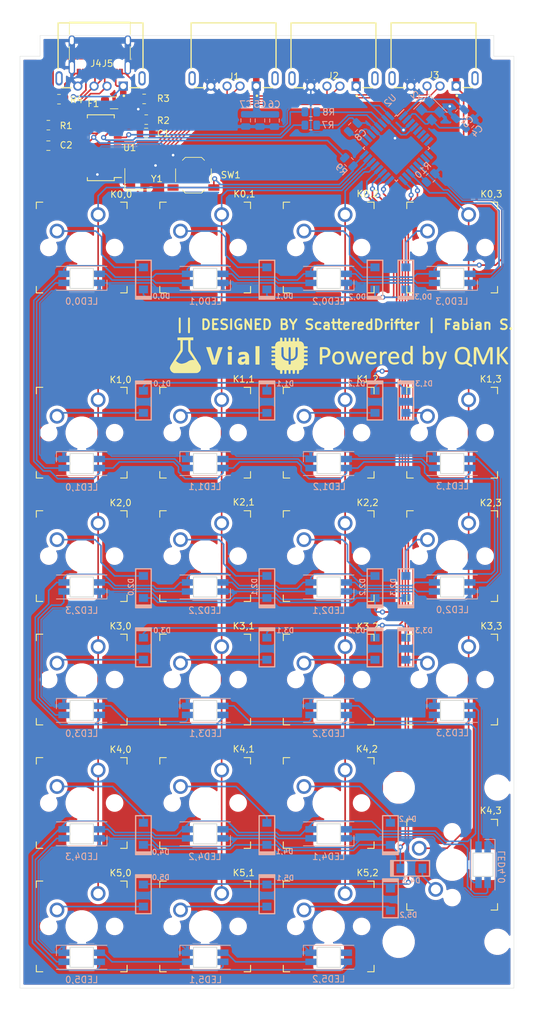
<source format=kicad_pcb>
(kicad_pcb (version 20171130) (host pcbnew 5.1.10)
  (layers (0 F.Cu signal hide) (31 B.Cu signal) (34 B.Paste user) (35 F.Paste user) (36 B.SilkS user) (37 F.SilkS user) (38 B.Mask user) (39 F.Mask user) (44 Edge.Cuts user))
  (net 0 "")
  (net 1 "Net-(C1-Pad2)")
  (net 2 GND)
  (net 3 "Net-(C2-Pad2)")
  (net 4 "Net-(C3-Pad2)")
  (net 5 "Net-(C4-Pad1)")
  (net 6 "Net-(C8-Pad1)")
  (net 7 row0)
  (net 8 "Net-(D0,0-Pad2)")
  (net 9 "Net-(D0,3-Pad2)")
  (net 10 "Net-(D0,2-Pad2)")
  (net 11 "Net-(D0,1-Pad2)")
  (net 12 row1)
  (net 13 "Net-(D1,3-Pad2)")
  (net 14 "Net-(D1,2-Pad2)")
  (net 15 "Net-(D1,1-Pad2)")
  (net 16 "Net-(D1,0-Pad2)")
  (net 17 row2)
  (net 18 "Net-(D2,3-Pad2)")
  (net 19 "Net-(D2,1-Pad2)")
  (net 20 "Net-(D2,0-Pad2)")
  (net 21 "Net-(D2,2-Pad2)")
  (net 22 row3)
  (net 23 "Net-(D3,0-Pad2)")
  (net 24 "Net-(D3,3-Pad2)")
  (net 25 "Net-(D3,2-Pad2)")
  (net 26 "Net-(D3,1-Pad2)")
  (net 27 row4)
  (net 28 "Net-(D4,0-Pad2)")
  (net 29 "Net-(D4,1-Pad2)")
  (net 30 "Net-(D4,2-Pad2)")
  (net 31 "Net-(D4,3-Pad2)")
  (net 32 row5)
  (net 33 "Net-(D5,0-Pad2)")
  (net 34 "Net-(D5,1-Pad2)")
  (net 35 "Net-(D5,2-Pad2)")
  (net 36 +5VIN)
  (net 37 +5V)
  (net 38 1D+)
  (net 39 1D-)
  (net 40 2D+)
  (net 41 2D-)
  (net 42 3D+)
  (net 43 3D-)
  (net 44 D+)
  (net 45 D-)
  (net 46 "Net-(J5-PadB8)")
  (net 47 "Net-(J5-PadA5)")
  (net 48 "Net-(J5-PadA8)")
  (net 49 "Net-(J5-PadB5)")
  (net 50 col2)
  (net 51 col0)
  (net 52 col3)
  (net 53 col1)
  (net 54 "Net-(LED0,0-Pad2)")
  (net 55 LEDIN)
  (net 56 "Net-(LED1,0-Pad2)")
  (net 57 "Net-(LED2,0-Pad2)")
  (net 58 "Net-(LED2,1-Pad2)")
  (net 59 "Net-(LED2,2-Pad2)")
  (net 60 "Net-(LED2,3-Pad2)")
  (net 61 "Net-(LED3,0-Pad2)")
  (net 62 "Net-(LED4,0-Pad2)")
  (net 63 "Net-(LED4,1-Pad2)")
  (net 64 "Net-(LED4,2-Pad2)")
  (net 65 "Net-(LED4,3-Pad2)")
  (net 66 "Net-(LED5,0-Pad2)")
  (net 67 "Net-(R1-Pad1)")
  (net 68 "Net-(R2-Pad1)")
  (net 69 0D+)
  (net 70 "Net-(R7-Pad1)")
  (net 71 "Net-(R8-Pad2)")
  (net 72 0D-)
  (net 73 "Net-(R9-Pad2)")
  (net 74 "Net-(R10-Pad2)")
  (net 75 "Net-(U1-Pad28)")
  (net 76 "Net-(U1-Pad25)")
  (net 77 "Net-(U1-Pad24)")
  (net 78 "Net-(U1-Pad23)")
  (net 79 "Net-(U1-Pad22)")
  (net 80 "Net-(U1-Pad13)")
  (net 81 "Net-(U1-Pad3)")
  (net 82 "Net-(U1-Pad2)")
  (net 83 "Net-(U2-Pad11)")
  (net 84 "Net-(U2-Pad10)")
  (net 85 "Net-(U2-Pad9)")
  (net 86 "Net-(U2-Pad8)")
  (net 87 "Net-(U2-Pad7)")
  (net 88 "Net-(U2-Pad6)")
  (net 89 "Net-(LED5,1-Pad2)")
  (net 90 "Net-(LED5,2-Pad2)")
  (net 91 "Net-(LED3,3-Pad2)")
  (net 92 "Net-(LED3,2-Pad2)")
  (net 93 "Net-(LED3,1-Pad2)")
  (net 94 "Net-(LED1,1-Pad2)")
  (net 95 "Net-(LED1,2-Pad2)")
  (net 96 "Net-(LED1,3-Pad2)")
  (net 97 "Net-(LED0,0-Pad4)")
  (net 98 "Net-(LED0,1-Pad4)")
  (net 99 "Net-(LED0,2-Pad4)")
  (net 100 "Net-(U2-Pad26)")
  (net 101 "Net-(U2-Pad25)")
  (net 102 "Net-(U2-Pad5)")
  (module Keebio-Parts:vial_logo (layer F.Cu) (at 131.11125 68.40875)
    (fp_text reference G*** hide)
    (fp_text value LOGO hide)
  )
  (module Keebio-Parts:qmk (layer F.Cu) (at 157.305 68.40875)
    (fp_text reference G*** hide)
    (fp_text value LOGO hide)
  )
  (module Crystal:Crystal_SMD_3225-4Pin_3.2x2.5mm (layer F.Cu) (at 118.34 41.19)
    (fp_text reference Y1 (at 2.94 -0.05) (layer F.SilkS))
    (fp_text value Crystal_GND24_Small)
    (pad 4 smd rect (at -1.1 -0.85) (size 1.4 1.2) (layers F.Cu F.Paste F.Mask) (net 2 GND))
    (pad 3 smd rect (at 1.1 -0.85) (size 1.4 1.2) (layers F.Cu F.Paste F.Mask) (net 81 "Net-(U1-Pad3)"))
    (pad 2 smd rect (at 1.1 0.85) (size 1.4 1.2) (layers F.Cu F.Paste F.Mask) (net 2 GND))
    (pad 1 smd rect (at -1.1 0.85) (size 1.4 1.2) (layers F.Cu F.Paste F.Mask) (net 82 "Net-(U1-Pad2)"))
  )
  (module keyswitches:SW_MX (layer F.Cu) (at 147.78 118.415)
    (fp_text reference K3,2 (at 6 -8.175) (layer F.SilkS))
    (fp_text value KEYSW)
    (pad "" np_thru_hole circle (at -5.08 0) (size 1.7018 1.7018) (drill 1.7018) (layers *.Cu *.Mask))
    (pad "" np_thru_hole circle (at 5.08 0) (size 1.7018 1.7018) (drill 1.7018) (layers *.Cu *.Mask))
    (pad 2 thru_hole circle (at -3.81 -2.54) (size 2.286 2.286) (drill 1.4986) (layers *.Cu *.Mask) (net 25 "Net-(D3,2-Pad2)"))
    (pad "" np_thru_hole circle (at 0 0) (size 3.9878 3.9878) (drill 3.9878) (layers *.Cu *.Mask))
    (pad 1 thru_hole circle (at 2.54 -5.08) (size 2.286 2.286) (drill 1.4986) (layers *.Cu *.Mask) (net 50 col2))
  )
  (module kbd:YS-SK6812MINI-E (layer B.Cu) (at 147.78 161.2775)
    (fp_text reference LED5,2 (at 0 3.3625) (layer B.SilkS) (effects (justify mirror)))
    (fp_text value YS-SK6812MINI-E)
    (fp_line (start -1.8 1.55) (end -1.8 -1.55) (layer Edge.Cuts) (width 0.12))
    (fp_line (start -1.8 -1.55) (end 1.8 -1.55) (layer Edge.Cuts) (width 0.12))
    (fp_line (start 1.8 -1.55) (end 1.8 1.55) (layer Edge.Cuts) (width 0.12))
    (fp_line (start 1.8 1.55) (end -1.8 1.55) (layer Edge.Cuts) (width 0.12))
    (pad 2 smd rect (at 2.75 -0.7) (size 1.7 1) (layers B.Cu B.Paste B.Mask) (net 90 "Net-(LED5,2-Pad2)"))
    (pad 1 smd rect (at 2.75 0.7) (size 1.7 1) (layers B.Cu B.Paste B.Mask) (net 37 +5V))
    (pad 3 smd rect (at -2.75 -0.7) (size 1.7 1) (layers B.Cu B.Paste B.Mask) (net 2 GND))
    (pad 4 smd rect (at -2.75 0.7) (size 1.7 1) (layers B.Cu B.Paste B.Mask) (net 89 "Net-(LED5,1-Pad2)"))
  )
  (module kbd:YS-SK6812MINI-E (layer B.Cu) (at 128.73 85.0775)
    (fp_text reference LED1,1 (at -0.05 3.5625) (layer B.SilkS) (effects (justify mirror)))
    (fp_text value YS-SK6812MINI-E)
    (fp_line (start -1.8 1.55) (end -1.8 -1.55) (layer Edge.Cuts) (width 0.12))
    (fp_line (start -1.8 -1.55) (end 1.8 -1.55) (layer Edge.Cuts) (width 0.12))
    (fp_line (start 1.8 -1.55) (end 1.8 1.55) (layer Edge.Cuts) (width 0.12))
    (fp_line (start 1.8 1.55) (end -1.8 1.55) (layer Edge.Cuts) (width 0.12))
    (pad 2 smd rect (at 2.75 -0.7) (size 1.7 1) (layers B.Cu B.Paste B.Mask) (net 94 "Net-(LED1,1-Pad2)"))
    (pad 1 smd rect (at 2.75 0.7) (size 1.7 1) (layers B.Cu B.Paste B.Mask) (net 37 +5V))
    (pad 3 smd rect (at -2.75 -0.7) (size 1.7 1) (layers B.Cu B.Paste B.Mask) (net 2 GND))
    (pad 4 smd rect (at -2.75 0.7) (size 1.7 1) (layers B.Cu B.Paste B.Mask) (net 56 "Net-(LED1,0-Pad2)"))
  )
  (module kbd:YS-SK6812MINI-E (layer B.Cu) (at 147.78 85.0775)
    (fp_text reference LED1,2 (at 0.1 3.5625) (layer B.SilkS) (effects (justify mirror)))
    (fp_text value YS-SK6812MINI-E)
    (fp_line (start -1.8 1.55) (end -1.8 -1.55) (layer Edge.Cuts) (width 0.12))
    (fp_line (start -1.8 -1.55) (end 1.8 -1.55) (layer Edge.Cuts) (width 0.12))
    (fp_line (start 1.8 -1.55) (end 1.8 1.55) (layer Edge.Cuts) (width 0.12))
    (fp_line (start 1.8 1.55) (end -1.8 1.55) (layer Edge.Cuts) (width 0.12))
    (pad 2 smd rect (at 2.75 -0.7) (size 1.7 1) (layers B.Cu B.Paste B.Mask) (net 95 "Net-(LED1,2-Pad2)"))
    (pad 1 smd rect (at 2.75 0.7) (size 1.7 1) (layers B.Cu B.Paste B.Mask) (net 37 +5V))
    (pad 3 smd rect (at -2.75 -0.7) (size 1.7 1) (layers B.Cu B.Paste B.Mask) (net 2 GND))
    (pad 4 smd rect (at -2.75 0.7) (size 1.7 1) (layers B.Cu B.Paste B.Mask) (net 94 "Net-(LED1,1-Pad2)"))
  )
  (module kbd:YS-SK6812MINI-E (layer B.Cu) (at 128.73 56.5025 180)
    (fp_text reference LED0,1 (at -0.05 -3.5375) (layer B.SilkS) (effects (justify mirror)))
    (fp_text value YS-SK6812MINI-E)
    (fp_line (start -1.8 1.55) (end -1.8 -1.55) (layer Edge.Cuts) (width 0.12))
    (fp_line (start -1.8 -1.55) (end 1.8 -1.55) (layer Edge.Cuts) (width 0.12))
    (fp_line (start 1.8 -1.55) (end 1.8 1.55) (layer Edge.Cuts) (width 0.12))
    (fp_line (start 1.8 1.55) (end -1.8 1.55) (layer Edge.Cuts) (width 0.12))
    (pad 2 smd rect (at 2.75 -0.7 180) (size 1.7 1) (layers B.Cu B.Paste B.Mask) (net 97 "Net-(LED0,0-Pad4)"))
    (pad 1 smd rect (at 2.75 0.7 180) (size 1.7 1) (layers B.Cu B.Paste B.Mask) (net 37 +5V))
    (pad 3 smd rect (at -2.75 -0.7 180) (size 1.7 1) (layers B.Cu B.Paste B.Mask) (net 2 GND))
    (pad 4 smd rect (at -2.75 0.7 180) (size 1.7 1) (layers B.Cu B.Paste B.Mask) (net 98 "Net-(LED0,1-Pad4)"))
  )
  (module kbd:YS-SK6812MINI-E (layer B.Cu) (at 109.68 85.0775)
    (fp_text reference LED1,0 (at 0 3.6625) (layer B.SilkS) (effects (justify mirror)))
    (fp_text value YS-SK6812MINI-E)
    (fp_line (start -1.8 1.55) (end -1.8 -1.55) (layer Edge.Cuts) (width 0.12))
    (fp_line (start -1.8 -1.55) (end 1.8 -1.55) (layer Edge.Cuts) (width 0.12))
    (fp_line (start 1.8 -1.55) (end 1.8 1.55) (layer Edge.Cuts) (width 0.12))
    (fp_line (start 1.8 1.55) (end -1.8 1.55) (layer Edge.Cuts) (width 0.12))
    (pad 2 smd rect (at 2.75 -0.7) (size 1.7 1) (layers B.Cu B.Paste B.Mask) (net 56 "Net-(LED1,0-Pad2)"))
    (pad 1 smd rect (at 2.75 0.7) (size 1.7 1) (layers B.Cu B.Paste B.Mask) (net 37 +5V))
    (pad 3 smd rect (at -2.75 -0.7) (size 1.7 1) (layers B.Cu B.Paste B.Mask) (net 2 GND))
    (pad 4 smd rect (at -2.75 0.7) (size 1.7 1) (layers B.Cu B.Paste B.Mask) (net 54 "Net-(LED0,0-Pad2)"))
  )
  (module kbd:YS-SK6812MINI-E (layer B.Cu) (at 147.78 56.5025 180)
    (fp_text reference LED0,2 (at 0 -3.5375) (layer B.SilkS) (effects (justify mirror)))
    (fp_text value YS-SK6812MINI-E)
    (fp_line (start -1.8 1.55) (end -1.8 -1.55) (layer Edge.Cuts) (width 0.12))
    (fp_line (start -1.8 -1.55) (end 1.8 -1.55) (layer Edge.Cuts) (width 0.12))
    (fp_line (start 1.8 -1.55) (end 1.8 1.55) (layer Edge.Cuts) (width 0.12))
    (fp_line (start 1.8 1.55) (end -1.8 1.55) (layer Edge.Cuts) (width 0.12))
    (pad 2 smd rect (at 2.75 -0.7 180) (size 1.7 1) (layers B.Cu B.Paste B.Mask) (net 98 "Net-(LED0,1-Pad4)"))
    (pad 1 smd rect (at 2.75 0.7 180) (size 1.7 1) (layers B.Cu B.Paste B.Mask) (net 37 +5V))
    (pad 3 smd rect (at -2.75 -0.7 180) (size 1.7 1) (layers B.Cu B.Paste B.Mask) (net 2 GND))
    (pad 4 smd rect (at -2.75 0.7 180) (size 1.7 1) (layers B.Cu B.Paste B.Mask) (net 99 "Net-(LED0,2-Pad4)"))
  )
  (module kbd:YS-SK6812MINI-E (layer B.Cu) (at 109.68 56.5025 180)
    (fp_text reference LED0,0 (at 0 -3.5375) (layer B.SilkS) (effects (justify mirror)))
    (fp_text value YS-SK6812MINI-E)
    (fp_line (start -1.8 1.55) (end -1.8 -1.55) (layer Edge.Cuts) (width 0.12))
    (fp_line (start -1.8 -1.55) (end 1.8 -1.55) (layer Edge.Cuts) (width 0.12))
    (fp_line (start 1.8 -1.55) (end 1.8 1.55) (layer Edge.Cuts) (width 0.12))
    (fp_line (start 1.8 1.55) (end -1.8 1.55) (layer Edge.Cuts) (width 0.12))
    (pad 2 smd rect (at 2.75 -0.7 180) (size 1.7 1) (layers B.Cu B.Paste B.Mask) (net 54 "Net-(LED0,0-Pad2)"))
    (pad 1 smd rect (at 2.75 0.7 180) (size 1.7 1) (layers B.Cu B.Paste B.Mask) (net 37 +5V))
    (pad 3 smd rect (at -2.75 -0.7 180) (size 1.7 1) (layers B.Cu B.Paste B.Mask) (net 2 GND))
    (pad 4 smd rect (at -2.75 0.7 180) (size 1.7 1) (layers B.Cu B.Paste B.Mask) (net 97 "Net-(LED0,0-Pad4)"))
  )
  (module kbd:YS-SK6812MINI-E (layer B.Cu) (at 166.83 85.0775)
    (fp_text reference LED1,3 (at 0.05 3.4625) (layer B.SilkS) (effects (justify mirror)))
    (fp_text value YS-SK6812MINI-E)
    (fp_line (start -1.8 1.55) (end -1.8 -1.55) (layer Edge.Cuts) (width 0.12))
    (fp_line (start -1.8 -1.55) (end 1.8 -1.55) (layer Edge.Cuts) (width 0.12))
    (fp_line (start 1.8 -1.55) (end 1.8 1.55) (layer Edge.Cuts) (width 0.12))
    (fp_line (start 1.8 1.55) (end -1.8 1.55) (layer Edge.Cuts) (width 0.12))
    (pad 2 smd rect (at 2.75 -0.7) (size 1.7 1) (layers B.Cu B.Paste B.Mask) (net 96 "Net-(LED1,3-Pad2)"))
    (pad 1 smd rect (at 2.75 0.7) (size 1.7 1) (layers B.Cu B.Paste B.Mask) (net 37 +5V))
    (pad 3 smd rect (at -2.75 -0.7) (size 1.7 1) (layers B.Cu B.Paste B.Mask) (net 2 GND))
    (pad 4 smd rect (at -2.75 0.7) (size 1.7 1) (layers B.Cu B.Paste B.Mask) (net 95 "Net-(LED1,2-Pad2)"))
  )
  (module kbd:YS-SK6812MINI-E (layer B.Cu) (at 166.83 56.5025 180)
    (fp_text reference LED0,3 (at 0.05 -3.5375) (layer B.SilkS) (effects (justify mirror)))
    (fp_text value YS-SK6812MINI-E)
    (fp_line (start -1.8 1.55) (end -1.8 -1.55) (layer Edge.Cuts) (width 0.12))
    (fp_line (start -1.8 -1.55) (end 1.8 -1.55) (layer Edge.Cuts) (width 0.12))
    (fp_line (start 1.8 -1.55) (end 1.8 1.55) (layer Edge.Cuts) (width 0.12))
    (fp_line (start 1.8 1.55) (end -1.8 1.55) (layer Edge.Cuts) (width 0.12))
    (pad 2 smd rect (at 2.75 -0.7 180) (size 1.7 1) (layers B.Cu B.Paste B.Mask) (net 99 "Net-(LED0,2-Pad4)"))
    (pad 1 smd rect (at 2.75 0.7 180) (size 1.7 1) (layers B.Cu B.Paste B.Mask) (net 37 +5V))
    (pad 3 smd rect (at -2.75 -0.7 180) (size 1.7 1) (layers B.Cu B.Paste B.Mask) (net 2 GND))
    (pad 4 smd rect (at -2.75 0.7 180) (size 1.7 1) (layers B.Cu B.Paste B.Mask) (net 55 LEDIN))
  )
  (module keyswitches:Stabilizer_MX_2u (layer F.Cu) (at 166.83 146.99 270)
    (fp_text reference H1 hide)
    (fp_text value "2u stabilizer " hide)
    (pad "" np_thru_hole circle (at -11.9 -6.985 270) (size 3.048 3.048) (drill 3.048) (layers *.Cu *.Mask))
    (pad "" np_thru_hole circle (at 11.9 -6.985 270) (size 3.048 3.048) (drill 3.048) (layers *.Cu *.Mask))
    (pad "" np_thru_hole circle (at -11.9 8.255 270) (size 3.9878 3.9878) (drill 3.9878) (layers *.Cu *.Mask))
    (pad "" np_thru_hole circle (at 11.9 8.255 270) (size 3.9878 3.9878) (drill 3.9878) (layers *.Cu *.Mask))
  )
  (module Crystal:Crystal_SMD_3225-4Pin_3.2x2.5mm (layer B.Cu) (at 163.47 30.66 315)
    (fp_text reference Y2 (at -3.118341 -0.021213 315) (layer B.SilkS) (effects (justify mirror)))
    (fp_text value Crystal_GND24_Small)
    (pad 4 smd rect (at -1.1 0.85 315) (size 1.4 1.2) (layers B.Cu B.Paste B.Mask) (net 2 GND))
    (pad 3 smd rect (at 1.1 0.85 315) (size 1.4 1.2) (layers B.Cu B.Paste B.Mask) (net 5 "Net-(C4-Pad1)"))
    (pad 2 smd rect (at 1.1 -0.85 315) (size 1.4 1.2) (layers B.Cu B.Paste B.Mask) (net 2 GND))
    (pad 1 smd rect (at -1.1 -0.85 315) (size 1.4 1.2) (layers B.Cu B.Paste B.Mask) (net 4 "Net-(C3-Pad2)"))
  )
  (module Package_QFP:TQFP-32_7x7mm_P0.8mm (layer B.Cu) (at 158.22 36.41 225)
    (fp_text reference U2 (at -4.546697 5.876057 45) (layer B.SilkS) (effects (justify mirror)))
    (fp_text value ATmega32U2-A)
    (pad 32 smd rect (at -2.8 4.25 135) (size 1.6 0.55) (layers B.Cu B.Paste B.Mask) (net 37 +5V))
    (pad 31 smd rect (at -2 4.25 135) (size 1.6 0.55) (layers B.Cu B.Paste B.Mask) (net 37 +5V))
    (pad 30 smd rect (at -1.2 4.25 135) (size 1.6 0.55) (layers B.Cu B.Paste B.Mask) (net 71 "Net-(R8-Pad2)"))
    (pad 29 smd rect (at -0.4 4.25 135) (size 1.6 0.55) (layers B.Cu B.Paste B.Mask) (net 70 "Net-(R7-Pad1)"))
    (pad 28 smd rect (at 0.4 4.25 135) (size 1.6 0.55) (layers B.Cu B.Paste B.Mask) (net 2 GND))
    (pad 27 smd rect (at 1.2 4.25 135) (size 1.6 0.55) (layers B.Cu B.Paste B.Mask) (net 6 "Net-(C8-Pad1)"))
    (pad 26 smd rect (at 2 4.25 135) (size 1.6 0.55) (layers B.Cu B.Paste B.Mask) (net 100 "Net-(U2-Pad26)"))
    (pad 25 smd rect (at 2.8 4.25 135) (size 1.6 0.55) (layers B.Cu B.Paste B.Mask) (net 101 "Net-(U2-Pad25)"))
    (pad 24 smd rect (at 4.25 2.8 225) (size 1.6 0.55) (layers B.Cu B.Paste B.Mask) (net 73 "Net-(R9-Pad2)"))
    (pad 23 smd rect (at 4.25 2 225) (size 1.6 0.55) (layers B.Cu B.Paste B.Mask) (net 51 col0))
    (pad 22 smd rect (at 4.25 1.2 225) (size 1.6 0.55) (layers B.Cu B.Paste B.Mask) (net 53 col1))
    (pad 21 smd rect (at 4.25 0.4 225) (size 1.6 0.55) (layers B.Cu B.Paste B.Mask) (net 50 col2))
    (pad 20 smd rect (at 4.25 -0.4 225) (size 1.6 0.55) (layers B.Cu B.Paste B.Mask) (net 7 row0))
    (pad 19 smd rect (at 4.25 -1.2 225) (size 1.6 0.55) (layers B.Cu B.Paste B.Mask) (net 12 row1))
    (pad 18 smd rect (at 4.25 -2 225) (size 1.6 0.55) (layers B.Cu B.Paste B.Mask) (net 17 row2))
    (pad 17 smd rect (at 4.25 -2.8 225) (size 1.6 0.55) (layers B.Cu B.Paste B.Mask) (net 22 row3))
    (pad 16 smd rect (at 2.8 -4.25 135) (size 1.6 0.55) (layers B.Cu B.Paste B.Mask) (net 27 row4))
    (pad 15 smd rect (at 2 -4.25 135) (size 1.6 0.55) (layers B.Cu B.Paste B.Mask) (net 32 row5))
    (pad 14 smd rect (at 1.2 -4.25 135) (size 1.6 0.55) (layers B.Cu B.Paste B.Mask) (net 52 col3))
    (pad 13 smd rect (at 0.4 -4.25 135) (size 1.6 0.55) (layers B.Cu B.Paste B.Mask) (net 74 "Net-(R10-Pad2)"))
    (pad 12 smd rect (at -0.4 -4.25 135) (size 1.6 0.55) (layers B.Cu B.Paste B.Mask) (net 55 LEDIN))
    (pad 11 smd rect (at -1.2 -4.25 135) (size 1.6 0.55) (layers B.Cu B.Paste B.Mask) (net 83 "Net-(U2-Pad11)"))
    (pad 10 smd rect (at -2 -4.25 135) (size 1.6 0.55) (layers B.Cu B.Paste B.Mask) (net 84 "Net-(U2-Pad10)"))
    (pad 9 smd rect (at -2.8 -4.25 135) (size 1.6 0.55) (layers B.Cu B.Paste B.Mask) (net 85 "Net-(U2-Pad9)"))
    (pad 8 smd rect (at -4.25 -2.8 225) (size 1.6 0.55) (layers B.Cu B.Paste B.Mask) (net 86 "Net-(U2-Pad8)"))
    (pad 7 smd rect (at -4.25 -2 225) (size 1.6 0.55) (layers B.Cu B.Paste B.Mask) (net 87 "Net-(U2-Pad7)"))
    (pad 6 smd rect (at -4.25 -1.2 225) (size 1.6 0.55) (layers B.Cu B.Paste B.Mask) (net 88 "Net-(U2-Pad6)"))
    (pad 5 smd rect (at -4.25 -0.4 225) (size 1.6 0.55) (layers B.Cu B.Paste B.Mask) (net 102 "Net-(U2-Pad5)"))
    (pad 4 smd rect (at -4.25 0.4 225) (size 1.6 0.55) (layers B.Cu B.Paste B.Mask) (net 37 +5V))
    (pad 3 smd rect (at -4.25 1.2 225) (size 1.6 0.55) (layers B.Cu B.Paste B.Mask) (net 2 GND))
    (pad 2 smd rect (at -4.25 2 225) (size 1.6 0.55) (layers B.Cu B.Paste B.Mask) (net 5 "Net-(C4-Pad1)"))
    (pad 1 smd rect (at -4.25 2.8 225) (size 1.6 0.55) (layers B.Cu B.Paste B.Mask) (net 4 "Net-(C3-Pad2)"))
  )
  (module Package_SO:SSOP-28_3.9x9.9mm_P0.635mm (layer F.Cu) (at 112.63 36.34 180)
    (fp_text reference U1 (at -4.45 0) (layer F.SilkS))
    (fp_text value FE1.1s)
    (pad 28 smd rect (at 2.6 -4.1275 180) (size 1.2 0.4) (layers F.Cu F.Paste F.Mask) (net 75 "Net-(U1-Pad28)"))
    (pad 27 smd rect (at 2.6 -3.4925 180) (size 1.2 0.4) (layers F.Cu F.Paste F.Mask) (net 2 GND))
    (pad 26 smd rect (at 2.6 -2.8575 180) (size 1.2 0.4) (layers F.Cu F.Paste F.Mask) (net 2 GND))
    (pad 25 smd rect (at 2.6 -2.2225 180) (size 1.2 0.4) (layers F.Cu F.Paste F.Mask) (net 76 "Net-(U1-Pad25)"))
    (pad 24 smd rect (at 2.6 -1.5875 180) (size 1.2 0.4) (layers F.Cu F.Paste F.Mask) (net 77 "Net-(U1-Pad24)"))
    (pad 23 smd rect (at 2.6 -0.9525 180) (size 1.2 0.4) (layers F.Cu F.Paste F.Mask) (net 78 "Net-(U1-Pad23)"))
    (pad 22 smd rect (at 2.6 -0.3175 180) (size 1.2 0.4) (layers F.Cu F.Paste F.Mask) (net 79 "Net-(U1-Pad22)"))
    (pad 21 smd rect (at 2.6 0.3175 180) (size 1.2 0.4) (layers F.Cu F.Paste F.Mask) (net 3 "Net-(C2-Pad2)"))
    (pad 20 smd rect (at 2.6 0.9525 180) (size 1.2 0.4) (layers F.Cu F.Paste F.Mask) (net 37 +5V))
    (pad 19 smd rect (at 2.6 1.5875 180) (size 1.2 0.4) (layers F.Cu F.Paste F.Mask) (net 2 GND))
    (pad 18 smd rect (at 2.6 2.2225 180) (size 1.2 0.4) (layers F.Cu F.Paste F.Mask) (net 37 +5V))
    (pad 17 smd rect (at 2.6 2.8575 180) (size 1.2 0.4) (layers F.Cu F.Paste F.Mask) (net 67 "Net-(R1-Pad1)"))
    (pad 16 smd rect (at 2.6 3.4925 180) (size 1.2 0.4) (layers F.Cu F.Paste F.Mask) (net 44 D+))
    (pad 15 smd rect (at 2.6 4.1275 180) (size 1.2 0.4) (layers F.Cu F.Paste F.Mask) (net 45 D-))
    (pad 14 smd rect (at -2.6 4.1275 180) (size 1.2 0.4) (layers F.Cu F.Paste F.Mask) (net 68 "Net-(R2-Pad1)"))
    (pad 13 smd rect (at -2.6 3.4925 180) (size 1.2 0.4) (layers F.Cu F.Paste F.Mask) (net 80 "Net-(U1-Pad13)"))
    (pad 12 smd rect (at -2.6 2.8575 180) (size 1.2 0.4) (layers F.Cu F.Paste F.Mask) (net 1 "Net-(C1-Pad2)"))
    (pad 11 smd rect (at -2.6 2.2225 180) (size 1.2 0.4) (layers F.Cu F.Paste F.Mask) (net 69 0D+))
    (pad 10 smd rect (at -2.6 1.5875 180) (size 1.2 0.4) (layers F.Cu F.Paste F.Mask) (net 72 0D-))
    (pad 9 smd rect (at -2.6 0.9525 180) (size 1.2 0.4) (layers F.Cu F.Paste F.Mask) (net 38 1D+))
    (pad 8 smd rect (at -2.6 0.3175 180) (size 1.2 0.4) (layers F.Cu F.Paste F.Mask) (net 39 1D-))
    (pad 7 smd rect (at -2.6 -0.3175 180) (size 1.2 0.4) (layers F.Cu F.Paste F.Mask) (net 40 2D+))
    (pad 6 smd rect (at -2.6 -0.9525 180) (size 1.2 0.4) (layers F.Cu F.Paste F.Mask) (net 41 2D-))
    (pad 5 smd rect (at -2.6 -1.5875 180) (size 1.2 0.4) (layers F.Cu F.Paste F.Mask) (net 42 3D+))
    (pad 4 smd rect (at -2.6 -2.2225 180) (size 1.2 0.4) (layers F.Cu F.Paste F.Mask) (net 43 3D-))
    (pad 3 smd rect (at -2.6 -2.8575 180) (size 1.2 0.4) (layers F.Cu F.Paste F.Mask) (net 81 "Net-(U1-Pad3)"))
    (pad 2 smd rect (at -2.6 -3.4925 180) (size 1.2 0.4) (layers F.Cu F.Paste F.Mask) (net 82 "Net-(U1-Pad2)"))
    (pad 1 smd rect (at -2.6 -4.1275 180) (size 1.2 0.4) (layers F.Cu F.Paste F.Mask) (net 2 GND))
  )
  (module Button_Switch_SMD:SW_SPST_TL3342 (layer F.Cu) (at 126.92 40.58)
    (fp_text reference SW1 (at 5.76 -0.04) (layer F.SilkS))
    (fp_text value SW_PUSH)
    (pad 2 smd rect (at 3.15 1.9) (size 1.7 1) (layers F.Cu F.Paste F.Mask) (net 73 "Net-(R9-Pad2)"))
    (pad 2 smd rect (at -3.15 1.9) (size 1.7 1) (layers F.Cu F.Paste F.Mask) (net 73 "Net-(R9-Pad2)"))
    (pad 1 smd rect (at 3.15 -1.9) (size 1.7 1) (layers F.Cu F.Paste F.Mask) (net 2 GND))
    (pad 1 smd rect (at -3.15 -1.9) (size 1.7 1) (layers F.Cu F.Paste F.Mask) (net 2 GND))
  )
  (module Resistor_SMD:R_0805_2012Metric (layer B.Cu) (at 163.504765 40.975235 225)
    (fp_text reference R10 (at 0 1.65 45) (layer B.SilkS) (effects (justify mirror)))
    (fp_text value 10k)
    (pad 2 smd roundrect (at 0.9125 0 225) (size 1.025 1.4) (layers B.Cu B.Paste B.Mask) (roundrect_rratio 0.2439014634146341) (net 74 "Net-(R10-Pad2)"))
    (pad 1 smd roundrect (at -0.9125 0 225) (size 1.025 1.4) (layers B.Cu B.Paste B.Mask) (roundrect_rratio 0.2439014634146341) (net 2 GND))
  )
  (module Resistor_SMD:R_0805_2012Metric (layer B.Cu) (at 150.9 38.53 315)
    (fp_text reference R9 (at 0 1.65 135) (layer B.SilkS) (effects (justify mirror)))
    (fp_text value 10k)
    (pad 2 smd roundrect (at 0.9125 0 315) (size 1.025 1.4) (layers B.Cu B.Paste B.Mask) (roundrect_rratio 0.2439014634146341) (net 73 "Net-(R9-Pad2)"))
    (pad 1 smd roundrect (at -0.9125 0 315) (size 1.025 1.4) (layers B.Cu B.Paste B.Mask) (roundrect_rratio 0.2439014634146341) (net 37 +5V))
  )
  (module Resistor_SMD:R_0805_2012Metric (layer B.Cu) (at 145.02 30.81)
    (fp_text reference R8 (at 2.76 0.03) (layer B.SilkS) (effects (justify mirror)))
    (fp_text value 22)
    (pad 2 smd roundrect (at 0.9125 0) (size 1.025 1.4) (layers B.Cu B.Paste B.Mask) (roundrect_rratio 0.2439014634146341) (net 71 "Net-(R8-Pad2)"))
    (pad 1 smd roundrect (at -0.9125 0) (size 1.025 1.4) (layers B.Cu B.Paste B.Mask) (roundrect_rratio 0.2439014634146341) (net 72 0D-))
  )
  (module Resistor_SMD:R_0805_2012Metric (layer B.Cu) (at 145.02 32.85 180)
    (fp_text reference R7 (at -2.66 0.01) (layer B.SilkS) (effects (justify mirror)))
    (fp_text value 22)
    (pad 2 smd roundrect (at 0.9125 0 180) (size 1.025 1.4) (layers B.Cu B.Paste B.Mask) (roundrect_rratio 0.2439014634146341) (net 69 0D+))
    (pad 1 smd roundrect (at -0.9125 0 180) (size 1.025 1.4) (layers B.Cu B.Paste B.Mask) (roundrect_rratio 0.2439014634146341) (net 70 "Net-(R7-Pad1)"))
  )
  (module Resistor_SMD:R_0805_2012Metric (layer F.Cu) (at 106.18 28.85 180)
    (fp_text reference R4 (at -2.7 -0.09) (layer F.SilkS))
    (fp_text value 5,1k)
    (pad 2 smd roundrect (at 0.9125 0 180) (size 1.025 1.4) (layers F.Cu F.Paste F.Mask) (roundrect_rratio 0.2439014634146341) (net 49 "Net-(J5-PadB5)"))
    (pad 1 smd roundrect (at -0.9125 0 180) (size 1.025 1.4) (layers F.Cu F.Paste F.Mask) (roundrect_rratio 0.2439014634146341) (net 2 GND))
  )
  (module Resistor_SMD:R_0805_2012Metric (layer F.Cu) (at 119.32 28.81)
    (fp_text reference R3 (at 2.96 -0.07) (layer F.SilkS))
    (fp_text value 5,1k)
    (pad 2 smd roundrect (at 0.9125 0) (size 1.025 1.4) (layers F.Cu F.Paste F.Mask) (roundrect_rratio 0.2439014634146341) (net 47 "Net-(J5-PadA5)"))
    (pad 1 smd roundrect (at -0.9125 0) (size 1.025 1.4) (layers F.Cu F.Paste F.Mask) (roundrect_rratio 0.2439014634146341) (net 2 GND))
  )
  (module Resistor_SMD:R_0805_2012Metric (layer F.Cu) (at 119.64 32)
    (fp_text reference R2 (at 2.64 0.14) (layer F.SilkS))
    (fp_text value 2,7k)
    (pad 2 smd roundrect (at 0.9125 0) (size 1.025 1.4) (layers F.Cu F.Paste F.Mask) (roundrect_rratio 0.2439014634146341) (net 2 GND))
    (pad 1 smd roundrect (at -0.9125 0) (size 1.025 1.4) (layers F.Cu F.Paste F.Mask) (roundrect_rratio 0.2439014634146341) (net 68 "Net-(R2-Pad1)"))
  )
  (module Resistor_SMD:R_0805_2012Metric (layer F.Cu) (at 104.54 32.86 180)
    (fp_text reference R1 (at -2.74 -0.08) (layer F.SilkS))
    (fp_text value 10k)
    (pad 2 smd roundrect (at 0.9125 0 180) (size 1.025 1.4) (layers F.Cu F.Paste F.Mask) (roundrect_rratio 0.2439014634146341) (net 37 +5V))
    (pad 1 smd roundrect (at -0.9125 0 180) (size 1.025 1.4) (layers F.Cu F.Paste F.Mask) (roundrect_rratio 0.2439014634146341) (net 67 "Net-(R1-Pad1)"))
  )
  (module kbd:YS-SK6812MINI-E (layer B.Cu) (at 128.73 161.2775)
    (fp_text reference LED5,1 (at 0.05 3.4625) (layer B.SilkS) (effects (justify mirror)))
    (fp_text value YS-SK6812MINI-E)
    (fp_line (start -1.8 1.55) (end -1.8 -1.55) (layer Edge.Cuts) (width 0.12))
    (fp_line (start -1.8 -1.55) (end 1.8 -1.55) (layer Edge.Cuts) (width 0.12))
    (fp_line (start 1.8 -1.55) (end 1.8 1.55) (layer Edge.Cuts) (width 0.12))
    (fp_line (start 1.8 1.55) (end -1.8 1.55) (layer Edge.Cuts) (width 0.12))
    (pad 2 smd rect (at 2.75 -0.7) (size 1.7 1) (layers B.Cu B.Paste B.Mask) (net 89 "Net-(LED5,1-Pad2)"))
    (pad 1 smd rect (at 2.75 0.7) (size 1.7 1) (layers B.Cu B.Paste B.Mask) (net 37 +5V))
    (pad 3 smd rect (at -2.75 -0.7) (size 1.7 1) (layers B.Cu B.Paste B.Mask) (net 2 GND))
    (pad 4 smd rect (at -2.75 0.7) (size 1.7 1) (layers B.Cu B.Paste B.Mask) (net 66 "Net-(LED5,0-Pad2)"))
  )
  (module kbd:YS-SK6812MINI-E (layer B.Cu) (at 109.68 161.2775)
    (fp_text reference LED5,0 (at 0 3.4625) (layer B.SilkS) (effects (justify mirror)))
    (fp_text value YS-SK6812MINI-E)
    (fp_line (start -1.8 1.55) (end -1.8 -1.55) (layer Edge.Cuts) (width 0.12))
    (fp_line (start -1.8 -1.55) (end 1.8 -1.55) (layer Edge.Cuts) (width 0.12))
    (fp_line (start 1.8 -1.55) (end 1.8 1.55) (layer Edge.Cuts) (width 0.12))
    (fp_line (start 1.8 1.55) (end -1.8 1.55) (layer Edge.Cuts) (width 0.12))
    (pad 2 smd rect (at 2.75 -0.7) (size 1.7 1) (layers B.Cu B.Paste B.Mask) (net 66 "Net-(LED5,0-Pad2)"))
    (pad 1 smd rect (at 2.75 0.7) (size 1.7 1) (layers B.Cu B.Paste B.Mask) (net 37 +5V))
    (pad 3 smd rect (at -2.75 -0.7) (size 1.7 1) (layers B.Cu B.Paste B.Mask) (net 2 GND))
    (pad 4 smd rect (at -2.75 0.7) (size 1.7 1) (layers B.Cu B.Paste B.Mask) (net 65 "Net-(LED4,3-Pad2)"))
  )
  (module kbd:YS-SK6812MINI-E (layer B.Cu) (at 109.68 142.2275 180)
    (fp_text reference LED4,3 (at 0 -3.5125) (layer B.SilkS) (effects (justify mirror)))
    (fp_text value YS-SK6812MINI-E)
    (fp_line (start -1.8 1.55) (end -1.8 -1.55) (layer Edge.Cuts) (width 0.12))
    (fp_line (start -1.8 -1.55) (end 1.8 -1.55) (layer Edge.Cuts) (width 0.12))
    (fp_line (start 1.8 -1.55) (end 1.8 1.55) (layer Edge.Cuts) (width 0.12))
    (fp_line (start 1.8 1.55) (end -1.8 1.55) (layer Edge.Cuts) (width 0.12))
    (pad 2 smd rect (at 2.75 -0.7 180) (size 1.7 1) (layers B.Cu B.Paste B.Mask) (net 65 "Net-(LED4,3-Pad2)"))
    (pad 1 smd rect (at 2.75 0.7 180) (size 1.7 1) (layers B.Cu B.Paste B.Mask) (net 37 +5V))
    (pad 3 smd rect (at -2.75 -0.7 180) (size 1.7 1) (layers B.Cu B.Paste B.Mask) (net 2 GND))
    (pad 4 smd rect (at -2.75 0.7 180) (size 1.7 1) (layers B.Cu B.Paste B.Mask) (net 64 "Net-(LED4,2-Pad2)"))
  )
  (module kbd:YS-SK6812MINI-E (layer B.Cu) (at 128.73 142.2275 180)
    (fp_text reference LED4,2 (at 0.05 -3.5125) (layer B.SilkS) (effects (justify mirror)))
    (fp_text value YS-SK6812MINI-E)
    (fp_line (start -1.8 1.55) (end -1.8 -1.55) (layer Edge.Cuts) (width 0.12))
    (fp_line (start -1.8 -1.55) (end 1.8 -1.55) (layer Edge.Cuts) (width 0.12))
    (fp_line (start 1.8 -1.55) (end 1.8 1.55) (layer Edge.Cuts) (width 0.12))
    (fp_line (start 1.8 1.55) (end -1.8 1.55) (layer Edge.Cuts) (width 0.12))
    (pad 2 smd rect (at 2.75 -0.7 180) (size 1.7 1) (layers B.Cu B.Paste B.Mask) (net 64 "Net-(LED4,2-Pad2)"))
    (pad 1 smd rect (at 2.75 0.7 180) (size 1.7 1) (layers B.Cu B.Paste B.Mask) (net 37 +5V))
    (pad 3 smd rect (at -2.75 -0.7 180) (size 1.7 1) (layers B.Cu B.Paste B.Mask) (net 2 GND))
    (pad 4 smd rect (at -2.75 0.7 180) (size 1.7 1) (layers B.Cu B.Paste B.Mask) (net 63 "Net-(LED4,1-Pad2)"))
  )
  (module kbd:YS-SK6812MINI-E (layer B.Cu) (at 147.78 142.2275 180)
    (fp_text reference LED4,1 (at 0 -3.5125) (layer B.SilkS) (effects (justify mirror)))
    (fp_text value YS-SK6812MINI-E)
    (fp_line (start -1.8 1.55) (end -1.8 -1.55) (layer Edge.Cuts) (width 0.12))
    (fp_line (start -1.8 -1.55) (end 1.8 -1.55) (layer Edge.Cuts) (width 0.12))
    (fp_line (start 1.8 -1.55) (end 1.8 1.55) (layer Edge.Cuts) (width 0.12))
    (fp_line (start 1.8 1.55) (end -1.8 1.55) (layer Edge.Cuts) (width 0.12))
    (pad 2 smd rect (at 2.75 -0.7 180) (size 1.7 1) (layers B.Cu B.Paste B.Mask) (net 63 "Net-(LED4,1-Pad2)"))
    (pad 1 smd rect (at 2.75 0.7 180) (size 1.7 1) (layers B.Cu B.Paste B.Mask) (net 37 +5V))
    (pad 3 smd rect (at -2.75 -0.7 180) (size 1.7 1) (layers B.Cu B.Paste B.Mask) (net 2 GND))
    (pad 4 smd rect (at -2.75 0.7 180) (size 1.7 1) (layers B.Cu B.Paste B.Mask) (net 62 "Net-(LED4,0-Pad2)"))
  )
  (module kbd:YS-SK6812MINI-E (layer B.Cu) (at 171.5925 146.99 270)
    (fp_text reference LED4,0 (at 0.35 -2.8875 90) (layer B.SilkS) (effects (justify mirror)))
    (fp_text value YS-SK6812MINI-E)
    (fp_line (start -1.8 1.55) (end -1.8 -1.55) (layer Edge.Cuts) (width 0.12))
    (fp_line (start -1.8 -1.55) (end 1.8 -1.55) (layer Edge.Cuts) (width 0.12))
    (fp_line (start 1.8 -1.55) (end 1.8 1.55) (layer Edge.Cuts) (width 0.12))
    (fp_line (start 1.8 1.55) (end -1.8 1.55) (layer Edge.Cuts) (width 0.12))
    (pad 2 smd rect (at 2.75 -0.7 270) (size 1.7 1) (layers B.Cu B.Paste B.Mask) (net 62 "Net-(LED4,0-Pad2)"))
    (pad 1 smd rect (at 2.75 0.7 270) (size 1.7 1) (layers B.Cu B.Paste B.Mask) (net 37 +5V))
    (pad 3 smd rect (at -2.75 -0.7 270) (size 1.7 1) (layers B.Cu B.Paste B.Mask) (net 2 GND))
    (pad 4 smd rect (at -2.75 0.7 270) (size 1.7 1) (layers B.Cu B.Paste B.Mask) (net 91 "Net-(LED3,3-Pad2)"))
  )
  (module kbd:YS-SK6812MINI-E (layer B.Cu) (at 147.78 123.1775)
    (fp_text reference LED3,2 (at 0 3.5625) (layer B.SilkS) (effects (justify mirror)))
    (fp_text value YS-SK6812MINI-E)
    (fp_line (start -1.8 1.55) (end -1.8 -1.55) (layer Edge.Cuts) (width 0.12))
    (fp_line (start -1.8 -1.55) (end 1.8 -1.55) (layer Edge.Cuts) (width 0.12))
    (fp_line (start 1.8 -1.55) (end 1.8 1.55) (layer Edge.Cuts) (width 0.12))
    (fp_line (start 1.8 1.55) (end -1.8 1.55) (layer Edge.Cuts) (width 0.12))
    (pad 2 smd rect (at 2.75 -0.7) (size 1.7 1) (layers B.Cu B.Paste B.Mask) (net 92 "Net-(LED3,2-Pad2)"))
    (pad 1 smd rect (at 2.75 0.7) (size 1.7 1) (layers B.Cu B.Paste B.Mask) (net 37 +5V))
    (pad 3 smd rect (at -2.75 -0.7) (size 1.7 1) (layers B.Cu B.Paste B.Mask) (net 2 GND))
    (pad 4 smd rect (at -2.75 0.7) (size 1.7 1) (layers B.Cu B.Paste B.Mask) (net 93 "Net-(LED3,1-Pad2)"))
  )
  (module kbd:YS-SK6812MINI-E (layer B.Cu) (at 128.73 123.1775)
    (fp_text reference LED3,1 (at 0.05 3.5625) (layer B.SilkS) (effects (justify mirror)))
    (fp_text value YS-SK6812MINI-E)
    (fp_line (start -1.8 1.55) (end -1.8 -1.55) (layer Edge.Cuts) (width 0.12))
    (fp_line (start -1.8 -1.55) (end 1.8 -1.55) (layer Edge.Cuts) (width 0.12))
    (fp_line (start 1.8 -1.55) (end 1.8 1.55) (layer Edge.Cuts) (width 0.12))
    (fp_line (start 1.8 1.55) (end -1.8 1.55) (layer Edge.Cuts) (width 0.12))
    (pad 2 smd rect (at 2.75 -0.7) (size 1.7 1) (layers B.Cu B.Paste B.Mask) (net 93 "Net-(LED3,1-Pad2)"))
    (pad 1 smd rect (at 2.75 0.7) (size 1.7 1) (layers B.Cu B.Paste B.Mask) (net 37 +5V))
    (pad 3 smd rect (at -2.75 -0.7) (size 1.7 1) (layers B.Cu B.Paste B.Mask) (net 2 GND))
    (pad 4 smd rect (at -2.75 0.7) (size 1.7 1) (layers B.Cu B.Paste B.Mask) (net 61 "Net-(LED3,0-Pad2)"))
  )
  (module kbd:YS-SK6812MINI-E (layer B.Cu) (at 109.68 123.1775)
    (fp_text reference LED3,0 (at 0 3.5625) (layer B.SilkS) (effects (justify mirror)))
    (fp_text value YS-SK6812MINI-E)
    (fp_line (start -1.8 1.55) (end -1.8 -1.55) (layer Edge.Cuts) (width 0.12))
    (fp_line (start -1.8 -1.55) (end 1.8 -1.55) (layer Edge.Cuts) (width 0.12))
    (fp_line (start 1.8 -1.55) (end 1.8 1.55) (layer Edge.Cuts) (width 0.12))
    (fp_line (start 1.8 1.55) (end -1.8 1.55) (layer Edge.Cuts) (width 0.12))
    (pad 2 smd rect (at 2.75 -0.7) (size 1.7 1) (layers B.Cu B.Paste B.Mask) (net 61 "Net-(LED3,0-Pad2)"))
    (pad 1 smd rect (at 2.75 0.7) (size 1.7 1) (layers B.Cu B.Paste B.Mask) (net 37 +5V))
    (pad 3 smd rect (at -2.75 -0.7) (size 1.7 1) (layers B.Cu B.Paste B.Mask) (net 2 GND))
    (pad 4 smd rect (at -2.75 0.7) (size 1.7 1) (layers B.Cu B.Paste B.Mask) (net 60 "Net-(LED2,3-Pad2)"))
  )
  (module kbd:YS-SK6812MINI-E (layer B.Cu) (at 166.83 123.1775)
    (fp_text reference LED3,3 (at 0.05 3.4625) (layer B.SilkS) (effects (justify mirror)))
    (fp_text value YS-SK6812MINI-E)
    (fp_line (start -1.8 1.55) (end -1.8 -1.55) (layer Edge.Cuts) (width 0.12))
    (fp_line (start -1.8 -1.55) (end 1.8 -1.55) (layer Edge.Cuts) (width 0.12))
    (fp_line (start 1.8 -1.55) (end 1.8 1.55) (layer Edge.Cuts) (width 0.12))
    (fp_line (start 1.8 1.55) (end -1.8 1.55) (layer Edge.Cuts) (width 0.12))
    (pad 2 smd rect (at 2.75 -0.7) (size 1.7 1) (layers B.Cu B.Paste B.Mask) (net 91 "Net-(LED3,3-Pad2)"))
    (pad 1 smd rect (at 2.75 0.7) (size 1.7 1) (layers B.Cu B.Paste B.Mask) (net 37 +5V))
    (pad 3 smd rect (at -2.75 -0.7) (size 1.7 1) (layers B.Cu B.Paste B.Mask) (net 2 GND))
    (pad 4 smd rect (at -2.75 0.7) (size 1.7 1) (layers B.Cu B.Paste B.Mask) (net 92 "Net-(LED3,2-Pad2)"))
  )
  (module kbd:YS-SK6812MINI-E (layer B.Cu) (at 109.68 104.1275 180)
    (fp_text reference LED2,3 (at 0 -3.6125) (layer B.SilkS) (effects (justify mirror)))
    (fp_text value YS-SK6812MINI-E)
    (fp_line (start -1.8 1.55) (end -1.8 -1.55) (layer Edge.Cuts) (width 0.12))
    (fp_line (start -1.8 -1.55) (end 1.8 -1.55) (layer Edge.Cuts) (width 0.12))
    (fp_line (start 1.8 -1.55) (end 1.8 1.55) (layer Edge.Cuts) (width 0.12))
    (fp_line (start 1.8 1.55) (end -1.8 1.55) (layer Edge.Cuts) (width 0.12))
    (pad 2 smd rect (at 2.75 -0.7 180) (size 1.7 1) (layers B.Cu B.Paste B.Mask) (net 60 "Net-(LED2,3-Pad2)"))
    (pad 1 smd rect (at 2.75 0.7 180) (size 1.7 1) (layers B.Cu B.Paste B.Mask) (net 37 +5V))
    (pad 3 smd rect (at -2.75 -0.7 180) (size 1.7 1) (layers B.Cu B.Paste B.Mask) (net 2 GND))
    (pad 4 smd rect (at -2.75 0.7 180) (size 1.7 1) (layers B.Cu B.Paste B.Mask) (net 59 "Net-(LED2,2-Pad2)"))
  )
  (module kbd:YS-SK6812MINI-E (layer B.Cu) (at 128.73 104.1275 180)
    (fp_text reference LED2,2 (at 0.05 -3.6125) (layer B.SilkS) (effects (justify mirror)))
    (fp_text value YS-SK6812MINI-E)
    (fp_line (start -1.8 1.55) (end -1.8 -1.55) (layer Edge.Cuts) (width 0.12))
    (fp_line (start -1.8 -1.55) (end 1.8 -1.55) (layer Edge.Cuts) (width 0.12))
    (fp_line (start 1.8 -1.55) (end 1.8 1.55) (layer Edge.Cuts) (width 0.12))
    (fp_line (start 1.8 1.55) (end -1.8 1.55) (layer Edge.Cuts) (width 0.12))
    (pad 2 smd rect (at 2.75 -0.7 180) (size 1.7 1) (layers B.Cu B.Paste B.Mask) (net 59 "Net-(LED2,2-Pad2)"))
    (pad 1 smd rect (at 2.75 0.7 180) (size 1.7 1) (layers B.Cu B.Paste B.Mask) (net 37 +5V))
    (pad 3 smd rect (at -2.75 -0.7 180) (size 1.7 1) (layers B.Cu B.Paste B.Mask) (net 2 GND))
    (pad 4 smd rect (at -2.75 0.7 180) (size 1.7 1) (layers B.Cu B.Paste B.Mask) (net 58 "Net-(LED2,1-Pad2)"))
  )
  (module kbd:YS-SK6812MINI-E (layer B.Cu) (at 147.78 104.1275 180)
    (fp_text reference LED2,1 (at 0 -3.6125) (layer B.SilkS) (effects (justify mirror)))
    (fp_text value YS-SK6812MINI-E)
    (fp_line (start -1.8 1.55) (end -1.8 -1.55) (layer Edge.Cuts) (width 0.12))
    (fp_line (start -1.8 -1.55) (end 1.8 -1.55) (layer Edge.Cuts) (width 0.12))
    (fp_line (start 1.8 -1.55) (end 1.8 1.55) (layer Edge.Cuts) (width 0.12))
    (fp_line (start 1.8 1.55) (end -1.8 1.55) (layer Edge.Cuts) (width 0.12))
    (pad 2 smd rect (at 2.75 -0.7 180) (size 1.7 1) (layers B.Cu B.Paste B.Mask) (net 58 "Net-(LED2,1-Pad2)"))
    (pad 1 smd rect (at 2.75 0.7 180) (size 1.7 1) (layers B.Cu B.Paste B.Mask) (net 37 +5V))
    (pad 3 smd rect (at -2.75 -0.7 180) (size 1.7 1) (layers B.Cu B.Paste B.Mask) (net 2 GND))
    (pad 4 smd rect (at -2.75 0.7 180) (size 1.7 1) (layers B.Cu B.Paste B.Mask) (net 57 "Net-(LED2,0-Pad2)"))
  )
  (module kbd:YS-SK6812MINI-E (layer B.Cu) (at 166.83 104.1275 180)
    (fp_text reference LED2,0 (at -0.05 -3.5125) (layer B.SilkS) (effects (justify mirror)))
    (fp_text value YS-SK6812MINI-E)
    (fp_line (start -1.8 1.55) (end -1.8 -1.55) (layer Edge.Cuts) (width 0.12))
    (fp_line (start -1.8 -1.55) (end 1.8 -1.55) (layer Edge.Cuts) (width 0.12))
    (fp_line (start 1.8 -1.55) (end 1.8 1.55) (layer Edge.Cuts) (width 0.12))
    (fp_line (start 1.8 1.55) (end -1.8 1.55) (layer Edge.Cuts) (width 0.12))
    (pad 2 smd rect (at 2.75 -0.7 180) (size 1.7 1) (layers B.Cu B.Paste B.Mask) (net 57 "Net-(LED2,0-Pad2)"))
    (pad 1 smd rect (at 2.75 0.7 180) (size 1.7 1) (layers B.Cu B.Paste B.Mask) (net 37 +5V))
    (pad 3 smd rect (at -2.75 -0.7 180) (size 1.7 1) (layers B.Cu B.Paste B.Mask) (net 2 GND))
    (pad 4 smd rect (at -2.75 0.7 180) (size 1.7 1) (layers B.Cu B.Paste B.Mask) (net 96 "Net-(LED1,3-Pad2)"))
  )
  (module keyswitches:SW_MX (layer F.Cu) (at 147.78 156.515)
    (fp_text reference K5,2 (at 6 -8.275) (layer F.SilkS))
    (fp_text value KEYSW)
    (pad "" np_thru_hole circle (at -5.08 0) (size 1.7018 1.7018) (drill 1.7018) (layers *.Cu *.Mask))
    (pad "" np_thru_hole circle (at 5.08 0) (size 1.7018 1.7018) (drill 1.7018) (layers *.Cu *.Mask))
    (pad 2 thru_hole circle (at -3.81 -2.54) (size 2.286 2.286) (drill 1.4986) (layers *.Cu *.Mask) (net 35 "Net-(D5,2-Pad2)"))
    (pad "" np_thru_hole circle (at 0 0) (size 3.9878 3.9878) (drill 3.9878) (layers *.Cu *.Mask))
    (pad 1 thru_hole circle (at 2.54 -5.08) (size 2.286 2.286) (drill 1.4986) (layers *.Cu *.Mask) (net 50 col2))
  )
  (module keyswitches:SW_MX (layer F.Cu) (at 128.73 156.515)
    (fp_text reference K5,1 (at 5.95 -8.275) (layer F.SilkS))
    (fp_text value KEYSW)
    (pad "" np_thru_hole circle (at -5.08 0) (size 1.7018 1.7018) (drill 1.7018) (layers *.Cu *.Mask))
    (pad "" np_thru_hole circle (at 5.08 0) (size 1.7018 1.7018) (drill 1.7018) (layers *.Cu *.Mask))
    (pad 2 thru_hole circle (at -3.81 -2.54) (size 2.286 2.286) (drill 1.4986) (layers *.Cu *.Mask) (net 34 "Net-(D5,1-Pad2)"))
    (pad "" np_thru_hole circle (at 0 0) (size 3.9878 3.9878) (drill 3.9878) (layers *.Cu *.Mask))
    (pad 1 thru_hole circle (at 2.54 -5.08) (size 2.286 2.286) (drill 1.4986) (layers *.Cu *.Mask) (net 53 col1))
  )
  (module keyswitches:SW_MX (layer F.Cu) (at 109.68 156.515)
    (fp_text reference K5,0 (at 6 -8.255) (layer F.SilkS))
    (fp_text value KEYSW)
    (pad "" np_thru_hole circle (at -5.08 0) (size 1.7018 1.7018) (drill 1.7018) (layers *.Cu *.Mask))
    (pad "" np_thru_hole circle (at 5.08 0) (size 1.7018 1.7018) (drill 1.7018) (layers *.Cu *.Mask))
    (pad 2 thru_hole circle (at -3.81 -2.54) (size 2.286 2.286) (drill 1.4986) (layers *.Cu *.Mask) (net 33 "Net-(D5,0-Pad2)"))
    (pad "" np_thru_hole circle (at 0 0) (size 3.9878 3.9878) (drill 3.9878) (layers *.Cu *.Mask))
    (pad 1 thru_hole circle (at 2.54 -5.08) (size 2.286 2.286) (drill 1.4986) (layers *.Cu *.Mask) (net 51 col0))
  )
  (module keyswitches:SW_MX (layer F.Cu) (at 109.68 137.465)
    (fp_text reference K4,0 (at 6 -8.255) (layer F.SilkS))
    (fp_text value KEYSW)
    (pad "" np_thru_hole circle (at -5.08 0) (size 1.7018 1.7018) (drill 1.7018) (layers *.Cu *.Mask))
    (pad "" np_thru_hole circle (at 5.08 0) (size 1.7018 1.7018) (drill 1.7018) (layers *.Cu *.Mask))
    (pad 2 thru_hole circle (at -3.81 -2.54) (size 2.286 2.286) (drill 1.4986) (layers *.Cu *.Mask) (net 28 "Net-(D4,0-Pad2)"))
    (pad "" np_thru_hole circle (at 0 0) (size 3.9878 3.9878) (drill 3.9878) (layers *.Cu *.Mask))
    (pad 1 thru_hole circle (at 2.54 -5.08) (size 2.286 2.286) (drill 1.4986) (layers *.Cu *.Mask) (net 51 col0))
  )
  (module keyswitches:SW_MX (layer F.Cu) (at 128.73 137.465)
    (fp_text reference K4,1 (at 5.95 -8.325) (layer F.SilkS))
    (fp_text value KEYSW)
    (pad "" np_thru_hole circle (at -5.08 0) (size 1.7018 1.7018) (drill 1.7018) (layers *.Cu *.Mask))
    (pad "" np_thru_hole circle (at 5.08 0) (size 1.7018 1.7018) (drill 1.7018) (layers *.Cu *.Mask))
    (pad 2 thru_hole circle (at -3.81 -2.54) (size 2.286 2.286) (drill 1.4986) (layers *.Cu *.Mask) (net 29 "Net-(D4,1-Pad2)"))
    (pad "" np_thru_hole circle (at 0 0) (size 3.9878 3.9878) (drill 3.9878) (layers *.Cu *.Mask))
    (pad 1 thru_hole circle (at 2.54 -5.08) (size 2.286 2.286) (drill 1.4986) (layers *.Cu *.Mask) (net 53 col1))
  )
  (module keyswitches:SW_MX (layer F.Cu) (at 166.83 146.99 90)
    (fp_text reference K4,3 (at 8.35 5.95 180) (layer F.SilkS))
    (fp_text value KEYSW)
    (pad "" np_thru_hole circle (at -5.08 0 90) (size 1.7018 1.7018) (drill 1.7018) (layers *.Cu *.Mask))
    (pad "" np_thru_hole circle (at 5.08 0 90) (size 1.7018 1.7018) (drill 1.7018) (layers *.Cu *.Mask))
    (pad 2 thru_hole circle (at -3.81 -2.54 90) (size 2.286 2.286) (drill 1.4986) (layers *.Cu *.Mask) (net 31 "Net-(D4,3-Pad2)"))
    (pad "" np_thru_hole circle (at 0 0 90) (size 3.9878 3.9878) (drill 3.9878) (layers *.Cu *.Mask))
    (pad 1 thru_hole circle (at 2.54 -5.08 90) (size 2.286 2.286) (drill 1.4986) (layers *.Cu *.Mask) (net 52 col3))
  )
  (module keyswitches:SW_MX (layer F.Cu) (at 147.78 137.465)
    (fp_text reference K4,2 (at 5.9 -8.325) (layer F.SilkS))
    (fp_text value KEYSW)
    (pad "" np_thru_hole circle (at -5.08 0) (size 1.7018 1.7018) (drill 1.7018) (layers *.Cu *.Mask))
    (pad "" np_thru_hole circle (at 5.08 0) (size 1.7018 1.7018) (drill 1.7018) (layers *.Cu *.Mask))
    (pad 2 thru_hole circle (at -3.81 -2.54) (size 2.286 2.286) (drill 1.4986) (layers *.Cu *.Mask) (net 30 "Net-(D4,2-Pad2)"))
    (pad "" np_thru_hole circle (at 0 0) (size 3.9878 3.9878) (drill 3.9878) (layers *.Cu *.Mask))
    (pad 1 thru_hole circle (at 2.54 -5.08) (size 2.286 2.286) (drill 1.4986) (layers *.Cu *.Mask) (net 50 col2))
  )
  (module keyswitches:SW_MX (layer F.Cu) (at 109.68 118.415)
    (fp_text reference K3,0 (at 6 -8.255) (layer F.SilkS))
    (fp_text value KEYSW)
    (pad "" np_thru_hole circle (at -5.08 0) (size 1.7018 1.7018) (drill 1.7018) (layers *.Cu *.Mask))
    (pad "" np_thru_hole circle (at 5.08 0) (size 1.7018 1.7018) (drill 1.7018) (layers *.Cu *.Mask))
    (pad 2 thru_hole circle (at -3.81 -2.54) (size 2.286 2.286) (drill 1.4986) (layers *.Cu *.Mask) (net 23 "Net-(D3,0-Pad2)"))
    (pad "" np_thru_hole circle (at 0 0) (size 3.9878 3.9878) (drill 3.9878) (layers *.Cu *.Mask))
    (pad 1 thru_hole circle (at 2.54 -5.08) (size 2.286 2.286) (drill 1.4986) (layers *.Cu *.Mask) (net 51 col0))
  )
  (module keyswitches:SW_MX (layer F.Cu) (at 166.83 118.415)
    (fp_text reference K3,3 (at 6.05 -8.255) (layer F.SilkS))
    (fp_text value KEYSW)
    (pad "" np_thru_hole circle (at -5.08 0) (size 1.7018 1.7018) (drill 1.7018) (layers *.Cu *.Mask))
    (pad "" np_thru_hole circle (at 5.08 0) (size 1.7018 1.7018) (drill 1.7018) (layers *.Cu *.Mask))
    (pad 2 thru_hole circle (at -3.81 -2.54) (size 2.286 2.286) (drill 1.4986) (layers *.Cu *.Mask) (net 24 "Net-(D3,3-Pad2)"))
    (pad "" np_thru_hole circle (at 0 0) (size 3.9878 3.9878) (drill 3.9878) (layers *.Cu *.Mask))
    (pad 1 thru_hole circle (at 2.54 -5.08) (size 2.286 2.286) (drill 1.4986) (layers *.Cu *.Mask) (net 52 col3))
  )
  (module keyswitches:SW_MX (layer F.Cu) (at 128.73 118.415)
    (fp_text reference K3,1 (at 5.95 -8.255) (layer F.SilkS))
    (fp_text value KEYSW)
    (pad "" np_thru_hole circle (at -5.08 0) (size 1.7018 1.7018) (drill 1.7018) (layers *.Cu *.Mask))
    (pad "" np_thru_hole circle (at 5.08 0) (size 1.7018 1.7018) (drill 1.7018) (layers *.Cu *.Mask))
    (pad 2 thru_hole circle (at -3.81 -2.54) (size 2.286 2.286) (drill 1.4986) (layers *.Cu *.Mask) (net 26 "Net-(D3,1-Pad2)"))
    (pad "" np_thru_hole circle (at 0 0) (size 3.9878 3.9878) (drill 3.9878) (layers *.Cu *.Mask))
    (pad 1 thru_hole circle (at 2.54 -5.08) (size 2.286 2.286) (drill 1.4986) (layers *.Cu *.Mask) (net 53 col1))
  )
  (module keyswitches:SW_MX (layer F.Cu) (at 166.83 99.365)
    (fp_text reference K2,3 (at 5.95 -8.225) (layer F.SilkS))
    (fp_text value KEYSW)
    (pad "" np_thru_hole circle (at -5.08 0) (size 1.7018 1.7018) (drill 1.7018) (layers *.Cu *.Mask))
    (pad "" np_thru_hole circle (at 5.08 0) (size 1.7018 1.7018) (drill 1.7018) (layers *.Cu *.Mask))
    (pad 2 thru_hole circle (at -3.81 -2.54) (size 2.286 2.286) (drill 1.4986) (layers *.Cu *.Mask) (net 18 "Net-(D2,3-Pad2)"))
    (pad "" np_thru_hole circle (at 0 0) (size 3.9878 3.9878) (drill 3.9878) (layers *.Cu *.Mask))
    (pad 1 thru_hole circle (at 2.54 -5.08) (size 2.286 2.286) (drill 1.4986) (layers *.Cu *.Mask) (net 52 col3))
  )
  (module keyswitches:SW_MX (layer F.Cu) (at 109.68 99.365)
    (fp_text reference K2,0 (at 6 -8.225) (layer F.SilkS))
    (fp_text value KEYSW)
    (pad "" np_thru_hole circle (at -5.08 0) (size 1.7018 1.7018) (drill 1.7018) (layers *.Cu *.Mask))
    (pad "" np_thru_hole circle (at 5.08 0) (size 1.7018 1.7018) (drill 1.7018) (layers *.Cu *.Mask))
    (pad 2 thru_hole circle (at -3.81 -2.54) (size 2.286 2.286) (drill 1.4986) (layers *.Cu *.Mask) (net 20 "Net-(D2,0-Pad2)"))
    (pad "" np_thru_hole circle (at 0 0) (size 3.9878 3.9878) (drill 3.9878) (layers *.Cu *.Mask))
    (pad 1 thru_hole circle (at 2.54 -5.08) (size 2.286 2.286) (drill 1.4986) (layers *.Cu *.Mask) (net 51 col0))
  )
  (module keyswitches:SW_MX (layer F.Cu) (at 128.73 99.365)
    (fp_text reference K2,1 (at 5.95 -8.325) (layer F.SilkS))
    (fp_text value KEYSW)
    (pad "" np_thru_hole circle (at -5.08 0) (size 1.7018 1.7018) (drill 1.7018) (layers *.Cu *.Mask))
    (pad "" np_thru_hole circle (at 5.08 0) (size 1.7018 1.7018) (drill 1.7018) (layers *.Cu *.Mask))
    (pad 2 thru_hole circle (at -3.81 -2.54) (size 2.286 2.286) (drill 1.4986) (layers *.Cu *.Mask) (net 19 "Net-(D2,1-Pad2)"))
    (pad "" np_thru_hole circle (at 0 0) (size 3.9878 3.9878) (drill 3.9878) (layers *.Cu *.Mask))
    (pad 1 thru_hole circle (at 2.54 -5.08) (size 2.286 2.286) (drill 1.4986) (layers *.Cu *.Mask) (net 53 col1))
  )
  (module keyswitches:SW_MX (layer F.Cu) (at 147.78 99.365)
    (fp_text reference K2,2 (at 6 -8.255) (layer F.SilkS))
    (fp_text value KEYSW)
    (pad "" np_thru_hole circle (at -5.08 0) (size 1.7018 1.7018) (drill 1.7018) (layers *.Cu *.Mask))
    (pad "" np_thru_hole circle (at 5.08 0) (size 1.7018 1.7018) (drill 1.7018) (layers *.Cu *.Mask))
    (pad 2 thru_hole circle (at -3.81 -2.54) (size 2.286 2.286) (drill 1.4986) (layers *.Cu *.Mask) (net 21 "Net-(D2,2-Pad2)"))
    (pad "" np_thru_hole circle (at 0 0) (size 3.9878 3.9878) (drill 3.9878) (layers *.Cu *.Mask))
    (pad 1 thru_hole circle (at 2.54 -5.08) (size 2.286 2.286) (drill 1.4986) (layers *.Cu *.Mask) (net 50 col2))
  )
  (module keyswitches:SW_MX (layer F.Cu) (at 109.68 80.315)
    (fp_text reference K1,0 (at 6 -8.175) (layer F.SilkS))
    (fp_text value KEYSW)
    (pad "" np_thru_hole circle (at -5.08 0) (size 1.7018 1.7018) (drill 1.7018) (layers *.Cu *.Mask))
    (pad "" np_thru_hole circle (at 5.08 0) (size 1.7018 1.7018) (drill 1.7018) (layers *.Cu *.Mask))
    (pad 2 thru_hole circle (at -3.81 -2.54) (size 2.286 2.286) (drill 1.4986) (layers *.Cu *.Mask) (net 16 "Net-(D1,0-Pad2)"))
    (pad "" np_thru_hole circle (at 0 0) (size 3.9878 3.9878) (drill 3.9878) (layers *.Cu *.Mask))
    (pad 1 thru_hole circle (at 2.54 -5.08) (size 2.286 2.286) (drill 1.4986) (layers *.Cu *.Mask) (net 51 col0))
  )
  (module keyswitches:SW_MX (layer F.Cu) (at 128.73 80.315)
    (fp_text reference K1,1 (at 5.95 -8.275) (layer F.SilkS))
    (fp_text value KEYSW)
    (pad "" np_thru_hole circle (at -5.08 0) (size 1.7018 1.7018) (drill 1.7018) (layers *.Cu *.Mask))
    (pad "" np_thru_hole circle (at 5.08 0) (size 1.7018 1.7018) (drill 1.7018) (layers *.Cu *.Mask))
    (pad 2 thru_hole circle (at -3.81 -2.54) (size 2.286 2.286) (drill 1.4986) (layers *.Cu *.Mask) (net 15 "Net-(D1,1-Pad2)"))
    (pad "" np_thru_hole circle (at 0 0) (size 3.9878 3.9878) (drill 3.9878) (layers *.Cu *.Mask))
    (pad 1 thru_hole circle (at 2.54 -5.08) (size 2.286 2.286) (drill 1.4986) (layers *.Cu *.Mask) (net 53 col1))
  )
  (module keyswitches:SW_MX (layer F.Cu) (at 147.78 80.315)
    (fp_text reference K1,2 (at 6 -8.275) (layer F.SilkS))
    (fp_text value KEYSW)
    (pad "" np_thru_hole circle (at -5.08 0) (size 1.7018 1.7018) (drill 1.7018) (layers *.Cu *.Mask))
    (pad "" np_thru_hole circle (at 5.08 0) (size 1.7018 1.7018) (drill 1.7018) (layers *.Cu *.Mask))
    (pad 2 thru_hole circle (at -3.81 -2.54) (size 2.286 2.286) (drill 1.4986) (layers *.Cu *.Mask) (net 14 "Net-(D1,2-Pad2)"))
    (pad "" np_thru_hole circle (at 0 0) (size 3.9878 3.9878) (drill 3.9878) (layers *.Cu *.Mask))
    (pad 1 thru_hole circle (at 2.54 -5.08) (size 2.286 2.286) (drill 1.4986) (layers *.Cu *.Mask) (net 50 col2))
  )
  (module keyswitches:SW_MX (layer F.Cu) (at 166.83 80.315)
    (fp_text reference K1,3 (at 5.95 -8.275) (layer F.SilkS))
    (fp_text value KEYSW)
    (pad "" np_thru_hole circle (at -5.08 0) (size 1.7018 1.7018) (drill 1.7018) (layers *.Cu *.Mask))
    (pad "" np_thru_hole circle (at 5.08 0) (size 1.7018 1.7018) (drill 1.7018) (layers *.Cu *.Mask))
    (pad 2 thru_hole circle (at -3.81 -2.54) (size 2.286 2.286) (drill 1.4986) (layers *.Cu *.Mask) (net 13 "Net-(D1,3-Pad2)"))
    (pad "" np_thru_hole circle (at 0 0) (size 3.9878 3.9878) (drill 3.9878) (layers *.Cu *.Mask))
    (pad 1 thru_hole circle (at 2.54 -5.08) (size 2.286 2.286) (drill 1.4986) (layers *.Cu *.Mask) (net 52 col3))
  )
  (module keyswitches:SW_MX (layer F.Cu) (at 128.73 51.74)
    (fp_text reference K0,1 (at 6.05 -8.255) (layer F.SilkS))
    (fp_text value KEYSW)
    (pad "" np_thru_hole circle (at -5.08 0) (size 1.7018 1.7018) (drill 1.7018) (layers *.Cu *.Mask))
    (pad "" np_thru_hole circle (at 5.08 0) (size 1.7018 1.7018) (drill 1.7018) (layers *.Cu *.Mask))
    (pad 2 thru_hole circle (at -3.81 -2.54) (size 2.286 2.286) (drill 1.4986) (layers *.Cu *.Mask) (net 11 "Net-(D0,1-Pad2)"))
    (pad "" np_thru_hole circle (at 0 0) (size 3.9878 3.9878) (drill 3.9878) (layers *.Cu *.Mask))
    (pad 1 thru_hole circle (at 2.54 -5.08) (size 2.286 2.286) (drill 1.4986) (layers *.Cu *.Mask) (net 53 col1))
  )
  (module keyswitches:SW_MX (layer F.Cu) (at 166.83 51.74)
    (fp_text reference K0,3 (at 6.05 -8.255) (layer F.SilkS))
    (fp_text value KEYSW)
    (pad "" np_thru_hole circle (at -5.08 0) (size 1.7018 1.7018) (drill 1.7018) (layers *.Cu *.Mask))
    (pad "" np_thru_hole circle (at 5.08 0) (size 1.7018 1.7018) (drill 1.7018) (layers *.Cu *.Mask))
    (pad 2 thru_hole circle (at -3.81 -2.54) (size 2.286 2.286) (drill 1.4986) (layers *.Cu *.Mask) (net 9 "Net-(D0,3-Pad2)"))
    (pad "" np_thru_hole circle (at 0 0) (size 3.9878 3.9878) (drill 3.9878) (layers *.Cu *.Mask))
    (pad 1 thru_hole circle (at 2.54 -5.08) (size 2.286 2.286) (drill 1.4986) (layers *.Cu *.Mask) (net 52 col3))
  )
  (module keyswitches:SW_MX (layer F.Cu) (at 109.68 51.74)
    (fp_text reference K0,0 (at 6.1 -8.2) (layer F.SilkS))
    (fp_text value KEYSW)
    (pad "" np_thru_hole circle (at -5.08 0) (size 1.7018 1.7018) (drill 1.7018) (layers *.Cu *.Mask))
    (pad "" np_thru_hole circle (at 5.08 0) (size 1.7018 1.7018) (drill 1.7018) (layers *.Cu *.Mask))
    (pad 2 thru_hole circle (at -3.81 -2.54) (size 2.286 2.286) (drill 1.4986) (layers *.Cu *.Mask) (net 8 "Net-(D0,0-Pad2)"))
    (pad "" np_thru_hole circle (at 0 0) (size 3.9878 3.9878) (drill 3.9878) (layers *.Cu *.Mask))
    (pad 1 thru_hole circle (at 2.54 -5.08) (size 2.286 2.286) (drill 1.4986) (layers *.Cu *.Mask) (net 51 col0))
  )
  (module keyswitches:SW_MX (layer F.Cu) (at 147.78 51.74)
    (fp_text reference K0,2 (at 6 -8.3) (layer F.SilkS))
    (fp_text value KEYSW)
    (pad "" np_thru_hole circle (at -5.08 0) (size 1.7018 1.7018) (drill 1.7018) (layers *.Cu *.Mask))
    (pad "" np_thru_hole circle (at 5.08 0) (size 1.7018 1.7018) (drill 1.7018) (layers *.Cu *.Mask))
    (pad 2 thru_hole circle (at -3.81 -2.54) (size 2.286 2.286) (drill 1.4986) (layers *.Cu *.Mask) (net 10 "Net-(D0,2-Pad2)"))
    (pad "" np_thru_hole circle (at 0 0) (size 3.9878 3.9878) (drill 3.9878) (layers *.Cu *.Mask))
    (pad 1 thru_hole circle (at 2.54 -5.08) (size 2.286 2.286) (drill 1.4986) (layers *.Cu *.Mask) (net 50 col2))
  )
  (module Connector_USB:USB_C_Receptacle_HRO_TYPE-C-31-M-12 (layer F.Cu) (at 112.48 20.84 180)
    (fp_text reference J5 (at -1.2 -2.5) (layer F.SilkS))
    (fp_text value USB_C_Receptacle_USB2.0)
    (pad B1 smd rect (at 3.25 -4.045 180) (size 0.6 1.45) (layers F.Cu F.Paste F.Mask) (net 2 GND))
    (pad A9 smd rect (at 2.45 -4.045 180) (size 0.6 1.45) (layers F.Cu F.Paste F.Mask) (net 36 +5VIN))
    (pad B9 smd rect (at -2.45 -4.045 180) (size 0.6 1.45) (layers F.Cu F.Paste F.Mask) (net 36 +5VIN))
    (pad B12 smd rect (at -3.25 -4.045 180) (size 0.6 1.45) (layers F.Cu F.Paste F.Mask) (net 2 GND))
    (pad A1 smd rect (at -3.25 -4.045 180) (size 0.6 1.45) (layers F.Cu F.Paste F.Mask) (net 2 GND))
    (pad A4 smd rect (at -2.45 -4.045 180) (size 0.6 1.45) (layers F.Cu F.Paste F.Mask) (net 36 +5VIN))
    (pad B4 smd rect (at 2.45 -4.045 180) (size 0.6 1.45) (layers F.Cu F.Paste F.Mask) (net 36 +5VIN))
    (pad A12 smd rect (at 3.25 -4.045 180) (size 0.6 1.45) (layers F.Cu F.Paste F.Mask) (net 2 GND))
    (pad B8 smd rect (at -1.75 -4.045 180) (size 0.3 1.45) (layers F.Cu F.Paste F.Mask) (net 46 "Net-(J5-PadB8)"))
    (pad A5 smd rect (at -1.25 -4.045 180) (size 0.3 1.45) (layers F.Cu F.Paste F.Mask) (net 47 "Net-(J5-PadA5)"))
    (pad B7 smd rect (at -0.75 -4.045 180) (size 0.3 1.45) (layers F.Cu F.Paste F.Mask) (net 45 D-))
    (pad A7 smd rect (at 0.25 -4.045 180) (size 0.3 1.45) (layers F.Cu F.Paste F.Mask) (net 45 D-))
    (pad B6 smd rect (at 0.75 -4.045 180) (size 0.3 1.45) (layers F.Cu F.Paste F.Mask) (net 44 D+))
    (pad A8 smd rect (at 1.25 -4.045 180) (size 0.3 1.45) (layers F.Cu F.Paste F.Mask) (net 48 "Net-(J5-PadA8)"))
    (pad B5 smd rect (at 1.75 -4.045 180) (size 0.3 1.45) (layers F.Cu F.Paste F.Mask) (net 49 "Net-(J5-PadB5)"))
    (pad A6 smd rect (at -0.25 -4.045 180) (size 0.3 1.45) (layers F.Cu F.Paste F.Mask) (net 44 D+))
    (pad S1 thru_hole oval (at 4.32 -3.13 180) (size 1 2.1) (drill oval 0.6 1.7) (layers *.Cu *.Mask) (net 2 GND))
    (pad S1 thru_hole oval (at -4.32 -3.13 180) (size 1 2.1) (drill oval 0.6 1.7) (layers *.Cu *.Mask) (net 2 GND))
    (pad "" np_thru_hole circle (at -2.89 -2.6 180) (size 0.65 0.65) (drill 0.65) (layers *.Cu *.Mask))
    (pad S1 thru_hole oval (at -4.32 1.05 180) (size 1 1.6) (drill oval 0.6 1.2) (layers *.Cu *.Mask) (net 2 GND))
    (pad "" np_thru_hole circle (at 2.89 -2.6 180) (size 0.65 0.65) (drill 0.65) (layers *.Cu *.Mask))
    (pad S1 thru_hole oval (at 4.32 1.05 180) (size 1 1.6) (drill oval 0.6 1.2) (layers *.Cu *.Mask) (net 2 GND))
  )
  (module usb-connector:GCT_USB1125-GF-B_REVA (layer F.Cu) (at 112.59 25.63 180)
    (fp_text reference J4 (at 0.71 2.29) (layer F.SilkS))
    (fp_text value USB-UPSTREAM)
    (pad 4 thru_hole circle (at 3.5 -1.2 180) (size 1.428 1.428) (drill 0.92) (layers *.Cu *.Mask) (net 2 GND))
    (pad 1 thru_hole rect (at -3.5 -1.2 180) (size 1.428 1.428) (drill 0.92) (layers *.Cu *.Mask) (net 36 +5VIN))
    (pad 3 thru_hole circle (at 1 -1.2 180) (size 1.428 1.428) (drill 0.92) (layers *.Cu *.Mask) (net 44 D+))
    (pad 2 thru_hole circle (at -1 -1.2 180) (size 1.428 1.428) (drill 0.92) (layers *.Cu *.Mask) (net 45 D-))
    (pad S2 thru_hole oval (at 6.4 0 180) (size 1.108 2.216) (drill oval 0.6 1.6) (layers *.Cu *.Mask))
    (pad S1 thru_hole oval (at -6.4 0 180) (size 1.108 2.216) (drill oval 0.6 1.6) (layers *.Cu *.Mask))
  )
  (module usb-connector:GCT_USB1125-GF-B_REVA (layer F.Cu) (at 163.955 25.615 180)
    (fp_text reference J3 (at -0.025 0.475) (layer F.SilkS))
    (fp_text value USB_O-3)
    (pad 4 thru_hole circle (at 3.5 -1.2 180) (size 1.428 1.428) (drill 0.92) (layers *.Cu *.Mask) (net 2 GND))
    (pad 1 thru_hole rect (at -3.5 -1.2 180) (size 1.428 1.428) (drill 0.92) (layers *.Cu *.Mask) (net 37 +5V))
    (pad 3 thru_hole circle (at 1 -1.2 180) (size 1.428 1.428) (drill 0.92) (layers *.Cu *.Mask) (net 42 3D+))
    (pad 2 thru_hole circle (at -1 -1.2 180) (size 1.428 1.428) (drill 0.92) (layers *.Cu *.Mask) (net 43 3D-))
    (pad S2 thru_hole oval (at 6.4 0 180) (size 1.108 2.216) (drill oval 0.6 1.6) (layers *.Cu *.Mask))
    (pad S1 thru_hole oval (at -6.4 0 180) (size 1.108 2.216) (drill oval 0.6 1.6) (layers *.Cu *.Mask))
  )
  (module usb-connector:GCT_USB1125-GF-B_REVA (layer F.Cu) (at 148.52 25.63 180)
    (fp_text reference J2 (at 0.04 0.39) (layer F.SilkS))
    (fp_text value USB_O-2)
    (pad 4 thru_hole circle (at 3.5 -1.2 180) (size 1.428 1.428) (drill 0.92) (layers *.Cu *.Mask) (net 2 GND))
    (pad 1 thru_hole rect (at -3.5 -1.2 180) (size 1.428 1.428) (drill 0.92) (layers *.Cu *.Mask) (net 37 +5V))
    (pad 3 thru_hole circle (at 1 -1.2 180) (size 1.428 1.428) (drill 0.92) (layers *.Cu *.Mask) (net 40 2D+))
    (pad 2 thru_hole circle (at -1 -1.2 180) (size 1.428 1.428) (drill 0.92) (layers *.Cu *.Mask) (net 41 2D-))
    (pad S2 thru_hole oval (at 6.4 0 180) (size 1.108 2.216) (drill oval 0.6 1.6) (layers *.Cu *.Mask))
    (pad S1 thru_hole oval (at -6.4 0 180) (size 1.108 2.216) (drill oval 0.6 1.6) (layers *.Cu *.Mask))
  )
  (module usb-connector:GCT_USB1125-GF-B_REVA (layer F.Cu) (at 133.11 25.62 180)
    (fp_text reference J1 (at -0.07 0.28) (layer F.SilkS))
    (fp_text value USB_O-1)
    (pad 4 thru_hole circle (at 3.5 -1.2 180) (size 1.428 1.428) (drill 0.92) (layers *.Cu *.Mask) (net 2 GND))
    (pad 1 thru_hole rect (at -3.5 -1.2 180) (size 1.428 1.428) (drill 0.92) (layers *.Cu *.Mask) (net 37 +5V))
    (pad 3 thru_hole circle (at 1 -1.2 180) (size 1.428 1.428) (drill 0.92) (layers *.Cu *.Mask) (net 38 1D+))
    (pad 2 thru_hole circle (at -1 -1.2 180) (size 1.428 1.428) (drill 0.92) (layers *.Cu *.Mask) (net 39 1D-))
    (pad S2 thru_hole oval (at 6.4 0 180) (size 1.108 2.216) (drill oval 0.6 1.6) (layers *.Cu *.Mask))
    (pad S1 thru_hole oval (at -6.4 0 180) (size 1.108 2.216) (drill oval 0.6 1.6) (layers *.Cu *.Mask))
  )
  (module Fuse:Fuse_1206_3216Metric (layer F.Cu) (at 114.68 29.415)
    (fp_text reference F1 (at -3.2 0.125) (layer F.SilkS))
    (fp_text value "Polyfuse - 1A")
    (pad 2 smd roundrect (at 1.4 0) (size 1.25 1.75) (layers F.Cu F.Paste F.Mask) (roundrect_rratio 0.2) (net 36 +5VIN))
    (pad 1 smd roundrect (at -1.4 0) (size 1.25 1.75) (layers F.Cu F.Paste F.Mask) (roundrect_rratio 0.2) (net 37 +5V))
  )
  (module keyboard_parts:D_SOD123 (layer B.Cu) (at 157.31 152.38 270)
    (fp_text reference D5,2 (at 2.36 -2.77 180) (layer B.SilkS) (effects (font (size 0.8 0.8)) (justify mirror)))
    (fp_text value 1N4448 hide)
    (pad 1 smd rect (at -1.7 0 270) (size 1.2 1.4) (layers B.Cu B.Paste B.Mask) (net 32 row5))
    (pad 2 smd rect (at 1.7 0 270) (size 1.2 1.4) (layers B.Cu B.Paste B.Mask) (net 35 "Net-(D5,2-Pad2)"))
  )
  (module keyboard_parts:D_SOD123 (layer B.Cu) (at 138.255 151.7525 270)
    (fp_text reference D5,1 (at -2.7125 -2.825) (layer B.SilkS) (effects (font (size 0.8 0.8)) (justify mirror)))
    (fp_text value 1N4448 hide)
    (pad 1 smd rect (at -1.7 0 270) (size 1.2 1.4) (layers B.Cu B.Paste B.Mask) (net 32 row5))
    (pad 2 smd rect (at 1.7 0 270) (size 1.2 1.4) (layers B.Cu B.Paste B.Mask) (net 34 "Net-(D5,1-Pad2)"))
  )
  (module keyboard_parts:D_SOD123 (layer B.Cu) (at 119.205 151.7525 270)
    (fp_text reference D5,0 (at -2.8125 -2.675) (layer B.SilkS) (effects (font (size 0.8 0.8)) (justify mirror)))
    (fp_text value 1N4448 hide)
    (pad 1 smd rect (at -1.7 0 270) (size 1.2 1.4) (layers B.Cu B.Paste B.Mask) (net 32 row5))
    (pad 2 smd rect (at 1.7 0 270) (size 1.2 1.4) (layers B.Cu B.Paste B.Mask) (net 33 "Net-(D5,0-Pad2)"))
  )
  (module keyboard_parts:D_SOD123 (layer B.Cu) (at 160.54 147.56)
    (fp_text reference D4,3 (at 0.04 1.88 180) (layer B.SilkS) (effects (font (size 0.8 0.8)) (justify mirror)))
    (fp_text value 1N4448 hide)
    (pad 1 smd rect (at -1.7 0) (size 1.2 1.4) (layers B.Cu B.Paste B.Mask) (net 27 row4))
    (pad 2 smd rect (at 1.7 0) (size 1.2 1.4) (layers B.Cu B.Paste B.Mask) (net 31 "Net-(D4,3-Pad2)"))
  )
  (module keyboard_parts:D_SOD123 (layer B.Cu) (at 157.305 142.2275 90)
    (fp_text reference D4,2 (at 2.2875 2.675 180) (layer B.SilkS) (effects (font (size 0.8 0.8)) (justify mirror)))
    (fp_text value 1N4448 hide)
    (pad 1 smd rect (at -1.7 0 90) (size 1.2 1.4) (layers B.Cu B.Paste B.Mask) (net 27 row4))
    (pad 2 smd rect (at 1.7 0 90) (size 1.2 1.4) (layers B.Cu B.Paste B.Mask) (net 30 "Net-(D4,2-Pad2)"))
  )
  (module keyboard_parts:D_SOD123 (layer B.Cu) (at 138.255 142.2275 90)
    (fp_text reference D4,1 (at -2.7125 2.725 180) (layer B.SilkS) (effects (font (size 0.8 0.8)) (justify mirror)))
    (fp_text value 1N4448 hide)
    (pad 1 smd rect (at -1.7 0 90) (size 1.2 1.4) (layers B.Cu B.Paste B.Mask) (net 27 row4))
    (pad 2 smd rect (at 1.7 0 90) (size 1.2 1.4) (layers B.Cu B.Paste B.Mask) (net 29 "Net-(D4,1-Pad2)"))
  )
  (module keyboard_parts:D_SOD123 (layer B.Cu) (at 119.205 142.2275 90)
    (fp_text reference D4,0 (at -2.8125 2.675 180) (layer B.SilkS) (effects (font (size 0.8 0.8)) (justify mirror)))
    (fp_text value 1N4448 hide)
    (pad 1 smd rect (at -1.7 0 90) (size 1.2 1.4) (layers B.Cu B.Paste B.Mask) (net 27 row4))
    (pad 2 smd rect (at 1.7 0 90) (size 1.2 1.4) (layers B.Cu B.Paste B.Mask) (net 28 "Net-(D4,0-Pad2)"))
  )
  (module keyboard_parts:D_SOD123 (layer B.Cu) (at 138.255 113.6525 270)
    (fp_text reference D3,1 (at -2.8125 -2.825 180) (layer B.SilkS) (effects (font (size 0.8 0.8)) (justify mirror)))
    (fp_text value 1N4448 hide)
    (pad 1 smd rect (at -1.7 0 270) (size 1.2 1.4) (layers B.Cu B.Paste B.Mask) (net 22 row3))
    (pad 2 smd rect (at 1.7 0 270) (size 1.2 1.4) (layers B.Cu B.Paste B.Mask) (net 26 "Net-(D3,1-Pad2)"))
  )
  (module keyboard_parts:D_SOD123 (layer B.Cu) (at 154.92375 113.6525 270)
    (fp_text reference D3,2 (at -2.8125 2.84375 180) (layer B.SilkS) (effects (font (size 0.8 0.8)) (justify mirror)))
    (fp_text value 1N4448 hide)
    (pad 1 smd rect (at -1.7 0 270) (size 1.2 1.4) (layers B.Cu B.Paste B.Mask) (net 22 row3))
    (pad 2 smd rect (at 1.7 0 270) (size 1.2 1.4) (layers B.Cu B.Paste B.Mask) (net 25 "Net-(D3,2-Pad2)"))
  )
  (module keyboard_parts:D_SOD123 (layer B.Cu) (at 159.68625 113.6525 270)
    (fp_text reference D3,3 (at -2.8125 -2.79375 180) (layer B.SilkS) (effects (font (size 0.8 0.8)) (justify mirror)))
    (fp_text value 1N4448 hide)
    (pad 1 smd rect (at -1.7 0 270) (size 1.2 1.4) (layers B.Cu B.Paste B.Mask) (net 22 row3))
    (pad 2 smd rect (at 1.7 0 270) (size 1.2 1.4) (layers B.Cu B.Paste B.Mask) (net 24 "Net-(D3,3-Pad2)"))
  )
  (module keyboard_parts:D_SOD123 (layer B.Cu) (at 119.205 113.6525 270)
    (fp_text reference D3,0 (at -2.8125 -2.875 180) (layer B.SilkS) (effects (font (size 0.8 0.8)) (justify mirror)))
    (fp_text value 1N4448 hide)
    (pad 1 smd rect (at -1.7 0 270) (size 1.2 1.4) (layers B.Cu B.Paste B.Mask) (net 22 row3))
    (pad 2 smd rect (at 1.7 0 270) (size 1.2 1.4) (layers B.Cu B.Paste B.Mask) (net 23 "Net-(D3,0-Pad2)"))
  )
  (module keyboard_parts:D_SOD123 (layer B.Cu) (at 154.92375 104.1275 90)
    (fp_text reference D2,2 (at 0 -1.925 90) (layer B.SilkS) (effects (font (size 0.8 0.8)) (justify mirror)))
    (fp_text value 1N4448 hide)
    (pad 1 smd rect (at -1.7 0 90) (size 1.2 1.4) (layers B.Cu B.Paste B.Mask) (net 17 row2))
    (pad 2 smd rect (at 1.7 0 90) (size 1.2 1.4) (layers B.Cu B.Paste B.Mask) (net 21 "Net-(D2,2-Pad2)"))
  )
  (module keyboard_parts:D_SOD123 (layer B.Cu) (at 119.205 104.1275 90)
    (fp_text reference D2,0 (at 0 -1.925 90) (layer B.SilkS) (effects (font (size 0.8 0.8)) (justify mirror)))
    (fp_text value 1N4448 hide)
    (pad 1 smd rect (at -1.7 0 90) (size 1.2 1.4) (layers B.Cu B.Paste B.Mask) (net 17 row2))
    (pad 2 smd rect (at 1.7 0 90) (size 1.2 1.4) (layers B.Cu B.Paste B.Mask) (net 20 "Net-(D2,0-Pad2)"))
  )
  (module keyboard_parts:D_SOD123 (layer B.Cu) (at 138.255 104.1275 90)
    (fp_text reference D2,1 (at 0 -1.925 90) (layer B.SilkS) (effects (font (size 0.8 0.8)) (justify mirror)))
    (fp_text value 1N4448 hide)
    (pad 1 smd rect (at -1.7 0 90) (size 1.2 1.4) (layers B.Cu B.Paste B.Mask) (net 17 row2))
    (pad 2 smd rect (at 1.7 0 90) (size 1.2 1.4) (layers B.Cu B.Paste B.Mask) (net 19 "Net-(D2,1-Pad2)"))
  )
  (module keyboard_parts:D_SOD123 (layer B.Cu) (at 159.68625 104.1275 90)
    (fp_text reference D2,3 (at 0 -1.925 90) (layer B.SilkS) (effects (font (size 0.8 0.8)) (justify mirror)))
    (fp_text value 1N4448 hide)
    (pad 1 smd rect (at -1.7 0 90) (size 1.2 1.4) (layers B.Cu B.Paste B.Mask) (net 17 row2))
    (pad 2 smd rect (at 1.7 0 90) (size 1.2 1.4) (layers B.Cu B.Paste B.Mask) (net 18 "Net-(D2,3-Pad2)"))
  )
  (module keyboard_parts:D_SOD123 (layer B.Cu) (at 119.205 75.5525 270)
    (fp_text reference D1,0 (at -2.8125 -2.875) (layer B.SilkS) (effects (font (size 0.8 0.8)) (justify mirror)))
    (fp_text value 1N4448 hide)
    (pad 1 smd rect (at -1.7 0 270) (size 1.2 1.4) (layers B.Cu B.Paste B.Mask) (net 12 row1))
    (pad 2 smd rect (at 1.7 0 270) (size 1.2 1.4) (layers B.Cu B.Paste B.Mask) (net 16 "Net-(D1,0-Pad2)"))
  )
  (module keyboard_parts:D_SOD123 (layer B.Cu) (at 138.255 75.5525 270)
    (fp_text reference D1,1 (at -2.8125 -2.825 180) (layer B.SilkS) (effects (font (size 0.8 0.8)) (justify mirror)))
    (fp_text value 1N4448 hide)
    (pad 1 smd rect (at -1.7 0 270) (size 1.2 1.4) (layers B.Cu B.Paste B.Mask) (net 12 row1))
    (pad 2 smd rect (at 1.7 0 270) (size 1.2 1.4) (layers B.Cu B.Paste B.Mask) (net 15 "Net-(D1,1-Pad2)"))
  )
  (module keyboard_parts:D_SOD123 (layer B.Cu) (at 154.92375 75.5525 270)
    (fp_text reference D1,2 (at -2.8125 2.84375) (layer B.SilkS) (effects (font (size 0.8 0.8)) (justify mirror)))
    (fp_text value 1N4448 hide)
    (pad 1 smd rect (at -1.7 0 270) (size 1.2 1.4) (layers B.Cu B.Paste B.Mask) (net 12 row1))
    (pad 2 smd rect (at 1.7 0 270) (size 1.2 1.4) (layers B.Cu B.Paste B.Mask) (net 14 "Net-(D1,2-Pad2)"))
  )
  (module keyboard_parts:D_SOD123 (layer B.Cu) (at 159.68625 75.5525 270)
    (fp_text reference D1,3 (at -2.8125 -2.79375 180) (layer B.SilkS) (effects (font (size 0.8 0.8)) (justify mirror)))
    (fp_text value 1N4448 hide)
    (pad 1 smd rect (at -1.7 0 270) (size 1.2 1.4) (layers B.Cu B.Paste B.Mask) (net 12 row1))
    (pad 2 smd rect (at 1.7 0 270) (size 1.2 1.4) (layers B.Cu B.Paste B.Mask) (net 13 "Net-(D1,3-Pad2)"))
  )
  (module keyboard_parts:D_SOD123 (layer B.Cu) (at 138.255 56.5025 90)
    (fp_text reference D0,1 (at -2.7375 2.725) (layer B.SilkS) (effects (font (size 0.8 0.8)) (justify mirror)))
    (fp_text value 1N4448 hide)
    (pad 1 smd rect (at -1.7 0 90) (size 1.2 1.4) (layers B.Cu B.Paste B.Mask) (net 7 row0))
    (pad 2 smd rect (at 1.7 0 90) (size 1.2 1.4) (layers B.Cu B.Paste B.Mask) (net 11 "Net-(D0,1-Pad2)"))
  )
  (module keyboard_parts:D_SOD123 (layer B.Cu) (at 154.92375 56.5025 90)
    (fp_text reference D0,2 (at -2.8375 -2.74375) (layer B.SilkS) (effects (font (size 0.8 0.8)) (justify mirror)))
    (fp_text value 1N4448 hide)
    (pad 1 smd rect (at -1.7 0 90) (size 1.2 1.4) (layers B.Cu B.Paste B.Mask) (net 7 row0))
    (pad 2 smd rect (at 1.7 0 90) (size 1.2 1.4) (layers B.Cu B.Paste B.Mask) (net 10 "Net-(D0,2-Pad2)"))
  )
  (module keyboard_parts:D_SOD123 (layer B.Cu) (at 159.68625 56.5025 90)
    (fp_text reference D0,3 (at -2.8375 2.69375) (layer B.SilkS) (effects (font (size 0.8 0.8)) (justify mirror)))
    (fp_text value 1N4448 hide)
    (pad 1 smd rect (at -1.7 0 90) (size 1.2 1.4) (layers B.Cu B.Paste B.Mask) (net 7 row0))
    (pad 2 smd rect (at 1.7 0 90) (size 1.2 1.4) (layers B.Cu B.Paste B.Mask) (net 9 "Net-(D0,3-Pad2)"))
  )
  (module keyboard_parts:D_SOD123 (layer B.Cu) (at 119.205 56.5025 90)
    (fp_text reference D0,0 (at -2.7375 2.775) (layer B.SilkS) (effects (font (size 0.8 0.8)) (justify mirror)))
    (fp_text value 1N4448 hide)
    (pad 1 smd rect (at -1.7 0 90) (size 1.2 1.4) (layers B.Cu B.Paste B.Mask) (net 7 row0))
    (pad 2 smd rect (at 1.7 0 90) (size 1.2 1.4) (layers B.Cu B.Paste B.Mask) (net 8 "Net-(D0,0-Pad2)"))
  )
  (module Capacitor_SMD:C_0805_2012Metric (layer B.Cu) (at 151.54 33.19 45)
    (fp_text reference C8 (at 0 1.68 45) (layer B.SilkS) (effects (justify mirror)))
    (fp_text value 1uF)
    (pad 2 smd roundrect (at 0.95 0 45) (size 1 1.45) (layers B.Cu B.Paste B.Mask) (net 2 GND))
    (pad 1 smd roundrect (at -0.95 0 45) (size 1 1.45) (layers B.Cu B.Paste B.Mask) (net 6 "Net-(C8-Pad1)"))
  )
  (module Capacitor_SMD:C_0805_2012Metric (layer B.Cu) (at 134.98 32.12 270)
    (fp_text reference C7 (at -2.48 0 180) (layer B.SilkS) (effects (justify mirror)))
    (fp_text value 0.1uF)
    (pad 2 smd roundrect (at 0.95 0 270) (size 1 1.45) (layers B.Cu B.Paste B.Mask) (net 2 GND))
    (pad 1 smd roundrect (at -0.95 0 270) (size 1 1.45) (layers B.Cu B.Paste B.Mask) (net 37 +5V))
  )
  (module Capacitor_SMD:C_0805_2012Metric (layer B.Cu) (at 139.42 32.14 270)
    (fp_text reference C6 (at -2.5 0.04 180) (layer B.SilkS) (effects (justify mirror)))
    (fp_text value 10uF)
    (pad 2 smd roundrect (at 0.95 0 270) (size 1 1.45) (layers B.Cu B.Paste B.Mask) (net 2 GND))
    (pad 1 smd roundrect (at -0.95 0 270) (size 1 1.45) (layers B.Cu B.Paste B.Mask) (net 37 +5V))
  )
  (module Capacitor_SMD:C_0805_2012Metric (layer B.Cu) (at 137.18 32.13 270)
    (fp_text reference C5 (at -2.49 0 180) (layer B.SilkS) (effects (justify mirror)))
    (fp_text value 0.1uF)
    (pad 2 smd roundrect (at 0.95 0 270) (size 1 1.45) (layers B.Cu B.Paste B.Mask) (net 2 GND))
    (pad 1 smd roundrect (at -0.95 0 270) (size 1 1.45) (layers B.Cu B.Paste B.Mask) (net 37 +5V))
  )
  (module Capacitor_SMD:C_0805_2012Metric (layer B.Cu) (at 169.49 32.58 45)
    (fp_text reference C4 (at 0 1.68 45) (layer B.SilkS) (effects (justify mirror)))
    (fp_text value 22pF)
    (pad 2 smd roundrect (at 0.95 0 45) (size 1 1.45) (layers B.Cu B.Paste B.Mask) (net 2 GND))
    (pad 1 smd roundrect (at -0.95 0 45) (size 1 1.45) (layers B.Cu B.Paste B.Mask) (net 5 "Net-(C4-Pad1)"))
  )
  (module Capacitor_SMD:C_0805_2012Metric (layer B.Cu) (at 168.04 31.13 45)
    (fp_text reference C3 (at 0 1.68 45) (layer B.SilkS) (effects (justify mirror)))
    (fp_text value 22pF)
    (pad 2 smd roundrect (at 0.95 0 45) (size 1 1.45) (layers B.Cu B.Paste B.Mask) (net 4 "Net-(C3-Pad2)"))
    (pad 1 smd roundrect (at -0.95 0 45) (size 1 1.45) (layers B.Cu B.Paste B.Mask) (net 2 GND))
  )
  (module Capacitor_SMD:C_0805_2012Metric (layer F.Cu) (at 104.54 36.02)
    (fp_text reference C2 (at 2.74 -0.08) (layer F.SilkS))
    (fp_text value 10uF)
    (pad 2 smd roundrect (at 0.95 0) (size 1 1.45) (layers F.Cu F.Paste F.Mask) (net 3 "Net-(C2-Pad2)"))
    (pad 1 smd roundrect (at -0.95 0) (size 1 1.45) (layers F.Cu F.Paste F.Mask) (net 2 GND))
  )
  (module Capacitor_SMD:C_0805_2012Metric (layer F.Cu) (at 119.62 34.06 180)
    (fp_text reference C1 (at -2.66 -0.08) (layer F.SilkS))
    (fp_text value 10uF)
    (pad 2 smd roundrect (at 0.95 0 180) (size 1 1.45) (layers F.Cu F.Paste F.Mask) (net 1 "Net-(C1-Pad2)"))
    (pad 1 smd roundrect (at -0.95 0 180) (size 1 1.45) (layers F.Cu F.Paste F.Mask) (net 2 GND))
  )
  (gr_text "|| DESIGNED BY ScatteredDrifter | Fabian S." (at 150.16125 63.64625) (layer F.SilkS) (effects (font (size 1.5 1.5) (thickness 0.3))))
  (gr_line (start 173.25625 19.01875) (end 173.25625 22.21875) (layer Edge.Cuts) (width 0.05))
  (gr_line (start 103.25625 22.21875) (end 103.25625 19.01875) (layer Edge.Cuts) (width 0.05))
  (gr_line (start 176.35625 22.21875) (end 173.25625 22.21875) (layer Edge.Cuts) (width 0.05))
  (gr_line (start 176.35625 166.04375) (end 176.35625 22.21875) (layer Edge.Cuts) (width 0.05))
  (gr_line (start 100.15625 166.04375) (end 176.35625 166.04375) (layer Edge.Cuts) (width 0.05))
  (gr_line (start 100.15625 22.21875) (end 100.15625 166.04375) (layer Edge.Cuts) (width 0.05))
  (gr_line (start 100.15625 22.21875) (end 103.25625 22.21875) (layer Edge.Cuts) (width 0.05))
  (gr_line (start 103.25625 19.01875) (end 173.25625 19.01875) (layer Edge.Cuts) (width 0.05))
  (segment (start 118.0925 33.4825) (end 115.23 33.4825) (width 0.25) (layer F.Cu) (net 1))
  (segment (start 118.67 34.06) (end 118.0925 33.4825) (width 0.25) (layer F.Cu) (net 1))
  (via (at 159.32 33.6) (size 0.8) (drill 0.4) (layers F.Cu B.Cu) (net 2))
  (segment (start 159.32 33.6) (end 159.28 33.6) (width 0.25) (layer F.Cu) (net 2))
  (segment (start 159.28 33.6) (end 158.01 34.87) (width 0.25) (layer F.Cu) (net 2))
  (segment (start 159.32 33.6) (end 159.332944 33.6) (width 0.25) (layer B.Cu) (net 2))
  (segment (start 159.332944 33.6) (end 160.376676 32.556268) (width 0.25) (layer B.Cu) (net 2))
  (segment (start 104.8575 34.7525) (end 103.59 36.02) (width 0.25) (layer F.Cu) (net 2))
  (segment (start 110.03 34.7525) (end 104.8575 34.7525) (width 0.25) (layer F.Cu) (net 2))
  (segment (start 162.402528 30.794609) (end 162.091142 30.483223) (width 0.25) (layer B.Cu) (net 2))
  (segment (start 164.80669 30.794609) (end 162.402528 30.794609) (width 0.25) (layer B.Cu) (net 2))
  (segment (start 164.848858 30.836777) (end 164.80669 30.794609) (width 0.25) (layer B.Cu) (net 2))
  (segment (start 116.8 19.79) (end 116.8 22.72) (width 1) (layer B.Cu) (net 2))
  (segment (start 116.8 22.72) (end 116.8 23.97) (width 1) (layer B.Cu) (net 2))
  (segment (start 116.8 19.79) (end 108.16 19.79) (width 1) (layer B.Cu) (net 2))
  (segment (start 108.16 19.79) (end 108.16 23.97) (width 1) (layer B.Cu) (net 2))
  (segment (start 108.16 25.9) (end 109.09 26.83) (width 0.25) (layer B.Cu) (net 2))
  (segment (start 108.16 23.97) (end 108.16 25.9) (width 0.25) (layer B.Cu) (net 2))
  (segment (start 115.73 24.885) (end 115.885 24.885) (width 0.25) (layer F.Cu) (net 2))
  (segment (start 109.23 24.885) (end 109.075 24.885) (width 0.25) (layer F.Cu) (net 2))
  (segment (start 120.5525 34.0425) (end 120.57 34.06) (width 0.25) (layer F.Cu) (net 2))
  (segment (start 120.5525 32) (end 120.5525 34.0425) (width 0.25) (layer F.Cu) (net 2))
  (segment (start 118.4075 28.81) (end 118.11099 28.51349) (width 0.25) (layer F.Cu) (net 2))
  (segment (start 117.73 28.1325) (end 118.4075 28.81) (width 0.25) (layer F.Cu) (net 2))
  (segment (start 116.8 23.97) (end 116.8 25.237107) (width 0.25) (layer F.Cu) (net 2))
  (segment (start 108.16 23.97) (end 108.16 25.43) (width 0.25) (layer F.Cu) (net 2))
  (segment (start 107.0925 26.4975) (end 107.0925 28.85) (width 0.25) (layer F.Cu) (net 2))
  (segment (start 108.16 25.43) (end 107.0925 26.4975) (width 0.25) (layer F.Cu) (net 2))
  (segment (start 120.5525 32) (end 120.5525 31.5425) (width 0.25) (layer F.Cu) (net 2))
  (segment (start 120.5525 31.5425) (end 119.84 30.83) (width 0.25) (layer F.Cu) (net 2))
  (segment (start 119.84 30.83) (end 118.85 30.83) (width 0.25) (layer F.Cu) (net 2))
  (segment (start 118.4075 30.3875) (end 118.4075 30.3875) (width 0.25) (layer F.Cu) (net 2))
  (segment (start 118.85 30.83) (end 118.4075 30.3875) (width 0.25) (layer F.Cu) (net 2))
  (segment (start 167.474747 31.908249) (end 167.368249 31.801751) (width 0.25) (layer B.Cu) (net 2))
  (segment (start 170.161751 31.908249) (end 167.474747 31.908249) (width 0.25) (layer B.Cu) (net 2))
  (segment (start 166.403275 30.836777) (end 167.368249 31.801751) (width 0.25) (layer B.Cu) (net 2))
  (segment (start 164.848858 30.836777) (end 166.403275 30.836777) (width 0.25) (layer B.Cu) (net 2))
  (segment (start 153.762563 32.518249) (end 154.931953 33.687639) (width 0.25) (layer B.Cu) (net 2))
  (segment (start 152.211751 32.518249) (end 153.762563 32.518249) (width 0.25) (layer B.Cu) (net 2))
  (segment (start 110.780002 39.8325) (end 110.03 39.8325) (width 0.25) (layer F.Cu) (net 2))
  (segment (start 111.415002 40.4675) (end 110.780002 39.8325) (width 0.25) (layer F.Cu) (net 2))
  (segment (start 115.23 40.4675) (end 112.1025 40.4675) (width 0.25) (layer F.Cu) (net 2))
  (segment (start 110.145002 39.1975) (end 111.415002 40.4675) (width 0.25) (layer F.Cu) (net 2))
  (segment (start 110.03 39.1975) (end 110.145002 39.1975) (width 0.25) (layer F.Cu) (net 2))
  (segment (start 111.5225 40.4675) (end 111.415002 40.4675) (width 0.25) (layer F.Cu) (net 2))
  (segment (start 135 33.09) (end 134.98 33.07) (width 0.25) (layer B.Cu) (net 2))
  (segment (start 139.42 33.09) (end 135 33.09) (width 0.25) (layer B.Cu) (net 2))
  (segment (start 155.451417 34.207103) (end 154.931953 33.687639) (width 0.25) (layer B.Cu) (net 2))
  (segment (start 112.1025 40.4675) (end 111.5225 40.4675) (width 0.25) (layer F.Cu) (net 2))
  (via (at 112.1025 40.4675) (size 0.8) (drill 0.4) (layers F.Cu B.Cu) (net 2))
  (segment (start 150.971751 31.758249) (end 151.451751 31.758249) (width 0.25) (layer B.Cu) (net 2))
  (segment (start 145.02 33.66) (end 145.23501 33.87501) (width 0.25) (layer B.Cu) (net 2))
  (segment (start 145.23501 33.87501) (end 148.85499 33.87501) (width 0.25) (layer B.Cu) (net 2))
  (segment (start 145.02 26.83) (end 145.02 33.66) (width 0.25) (layer B.Cu) (net 2))
  (segment (start 152.211751 32.518249) (end 151.451751 31.758249) (width 0.25) (layer B.Cu) (net 2))
  (segment (start 148.85499 33.87501) (end 150.971751 31.758249) (width 0.25) (layer B.Cu) (net 2))
  (segment (start 112.1025 40.4675) (end 112.1025 36.707518) (width 0.25) (layer B.Cu) (net 2))
  (segment (start 112.740001 36.070017) (end 117.992803 36.070017) (width 0.25) (layer B.Cu) (net 2))
  (segment (start 112.1025 36.707518) (end 112.740001 36.070017) (width 0.25) (layer B.Cu) (net 2))
  (segment (start 117.992803 36.070017) (end 118.37779 35.68503) (width 0.25) (layer B.Cu) (net 2))
  (segment (start 145.02 26.83) (end 145.02 28.14) (width 0.25) (layer B.Cu) (net 2))
  (segment (start 141.39 32.57) (end 140.87 33.09) (width 0.25) (layer B.Cu) (net 2))
  (segment (start 140.87 33.09) (end 139.42 33.09) (width 0.25) (layer B.Cu) (net 2))
  (segment (start 141.39 30.67) (end 141.39 32.57) (width 0.25) (layer B.Cu) (net 2))
  (segment (start 142.85 29.21) (end 141.39 30.67) (width 0.25) (layer B.Cu) (net 2))
  (segment (start 143.95 29.21) (end 142.85 29.21) (width 0.25) (layer B.Cu) (net 2))
  (segment (start 145.02 28.14) (end 143.95 29.21) (width 0.25) (layer B.Cu) (net 2))
  (segment (start 103.59 36.02) (end 103.59 36.92) (width 0.25) (layer F.Cu) (net 2))
  (segment (start 103.59 36.92) (end 103.94 37.27) (width 0.25) (layer F.Cu) (net 2))
  (segment (start 103.94 37.27) (end 108.4 37.27) (width 0.25) (layer F.Cu) (net 2))
  (segment (start 108.4 37.27) (end 108.88 37.75) (width 0.25) (layer F.Cu) (net 2))
  (segment (start 109.18 39.1975) (end 110.03 39.1975) (width 0.25) (layer F.Cu) (net 2))
  (segment (start 108.88 38.8975) (end 109.18 39.1975) (width 0.25) (layer F.Cu) (net 2))
  (segment (start 108.88 37.75) (end 108.88 38.8975) (width 0.25) (layer F.Cu) (net 2))
  (segment (start 164.848858 30.836777) (end 165.745635 29.94) (width 0.25) (layer B.Cu) (net 2))
  (segment (start 165.745635 29.94) (end 166.46 29.94) (width 0.25) (layer B.Cu) (net 2))
  (segment (start 166.46 29.94) (end 166.46 29.94) (width 0.25) (layer B.Cu) (net 2))
  (via (at 166.46 29.94) (size 0.8) (drill 0.4) (layers F.Cu B.Cu) (net 2))
  (segment (start 170.161751 31.908249) (end 170.86 32.606498) (width 0.25) (layer B.Cu) (net 2))
  (segment (start 170.86 33.62) (end 165.44 39.04) (width 0.25) (layer B.Cu) (net 2))
  (segment (start 170.86 32.606498) (end 170.86 33.62) (width 0.25) (layer B.Cu) (net 2))
  (segment (start 172.11391 57.2025) (end 174.51001 54.8064) (width 0.25) (layer B.Cu) (net 2))
  (segment (start 169.58 57.2025) (end 172.11391 57.2025) (width 0.25) (layer B.Cu) (net 2))
  (segment (start 174.510009 45.883599) (end 173.0664 44.43999) (width 0.25) (layer B.Cu) (net 2))
  (segment (start 174.51001 54.8064) (end 174.510009 45.883599) (width 0.25) (layer B.Cu) (net 2))
  (segment (start 165.44 41.45718) (end 165.44 39.04) (width 0.25) (layer B.Cu) (net 2))
  (segment (start 168.42281 44.43999) (end 165.44 41.45718) (width 0.25) (layer B.Cu) (net 2))
  (segment (start 165.44 39.04) (end 164.15 40.33) (width 0.25) (layer B.Cu) (net 2))
  (segment (start 173.0664 44.43999) (end 168.42281 44.43999) (width 0.25) (layer B.Cu) (net 2))
  (segment (start 118.37779 35.68503) (end 121.98503 35.68503) (width 0.25) (layer B.Cu) (net 2))
  (segment (start 121.98503 35.68503) (end 123.78 37.48) (width 0.25) (layer B.Cu) (net 2))
  (segment (start 123.78 37.48) (end 123.78 37.48) (width 0.25) (layer B.Cu) (net 2))
  (via (at 123.78 37.48) (size 0.8) (drill 0.4) (layers F.Cu B.Cu) (net 2))
  (segment (start 123.78 38.67) (end 123.77 38.68) (width 0.25) (layer F.Cu) (net 2))
  (segment (start 123.78 37.48) (end 123.78 38.67) (width 0.25) (layer F.Cu) (net 2))
  (segment (start 128.87 37.48) (end 130.07 38.68) (width 0.25) (layer F.Cu) (net 2))
  (segment (start 123.78 37.48) (end 128.87 37.48) (width 0.25) (layer F.Cu) (net 2))
  (segment (start 160.455 26.815) (end 160.455 23.845) (width 1) (layer B.Cu) (net 2))
  (segment (start 160.455 23.845) (end 159.47 22.86) (width 1) (layer B.Cu) (net 2))
  (segment (start 117.91 22.86) (end 116.8 23.97) (width 1) (layer B.Cu) (net 2))
  (segment (start 145.02 24.49) (end 143.39 22.86) (width 1) (layer B.Cu) (net 2))
  (segment (start 145.02 26.83) (end 145.02 24.49) (width 1) (layer B.Cu) (net 2))
  (segment (start 159.47 22.86) (end 143.39 22.86) (width 1) (layer B.Cu) (net 2))
  (segment (start 129.61 24.24) (end 128.23 22.86) (width 1) (layer B.Cu) (net 2))
  (segment (start 129.61 26.82) (end 129.61 24.24) (width 1) (layer B.Cu) (net 2))
  (segment (start 128.23 22.86) (end 117.91 22.86) (width 1) (layer B.Cu) (net 2))
  (segment (start 143.39 22.86) (end 128.23 22.86) (width 1) (layer B.Cu) (net 2))
  (segment (start 154.931953 33.687639) (end 156.114314 34.87) (width 0.25) (layer B.Cu) (net 2))
  (segment (start 156.114314 34.87) (end 158.01 34.87) (width 0.25) (layer B.Cu) (net 2))
  (segment (start 166.46 29.94) (end 162.99 29.94) (width 0.25) (layer F.Cu) (net 2))
  (segment (start 172.11391 57.2025) (end 172.11391 57.20609) (width 0.25) (layer B.Cu) (net 2))
  (segment (start 170.88249 58.43751) (end 161.98751 58.43751) (width 0.25) (layer B.Cu) (net 2))
  (segment (start 172.11391 57.20609) (end 170.88249 58.43751) (width 0.25) (layer B.Cu) (net 2))
  (segment (start 160.7525 57.2025) (end 161.98751 58.43751) (width 0.25) (layer B.Cu) (net 2))
  (segment (start 153.8175 57.2025) (end 153.4875 57.2025) (width 0.25) (layer B.Cu) (net 2))
  (segment (start 150.53 57.2025) (end 153.8175 57.2025) (width 0.25) (layer B.Cu) (net 2))
  (segment (start 153.8175 57.2025) (end 160.7525 57.2025) (width 0.25) (layer B.Cu) (net 2))
  (segment (start 152.25249 58.43751) (end 140.48751 58.43751) (width 0.25) (layer B.Cu) (net 2))
  (segment (start 153.4875 57.2025) (end 152.25249 58.43751) (width 0.25) (layer B.Cu) (net 2))
  (segment (start 140.48751 58.43751) (end 139.2525 57.2025) (width 0.25) (layer B.Cu) (net 2))
  (segment (start 136.3275 57.2025) (end 135.9975 57.2025) (width 0.25) (layer B.Cu) (net 2))
  (segment (start 121.86 58.59) (end 120.4725 57.2025) (width 0.25) (layer B.Cu) (net 2))
  (segment (start 120.4725 57.2025) (end 112.43 57.2025) (width 0.25) (layer B.Cu) (net 2))
  (segment (start 134.61 58.59) (end 121.86 58.59) (width 0.25) (layer B.Cu) (net 2))
  (segment (start 135.9975 57.2025) (end 134.61 58.59) (width 0.25) (layer B.Cu) (net 2))
  (segment (start 139.2525 57.2025) (end 136.3275 57.2025) (width 0.25) (layer B.Cu) (net 2))
  (segment (start 136.3275 57.2025) (end 131.48 57.2025) (width 0.25) (layer B.Cu) (net 2))
  (segment (start 111.94499 58.43751) (end 105.0289 58.43751) (width 0.25) (layer B.Cu) (net 2))
  (segment (start 112.43 57.9525) (end 111.94499 58.43751) (width 0.25) (layer B.Cu) (net 2))
  (segment (start 112.43 57.2025) (end 112.43 57.9525) (width 0.25) (layer B.Cu) (net 2))
  (segment (start 105.0289 58.43751) (end 103.19001 60.2764) (width 0.25) (layer B.Cu) (net 2))
  (segment (start 106.93 84.3775) (end 103.88751 84.3775) (width 0.25) (layer B.Cu) (net 2))
  (segment (start 103.88751 84.3775) (end 103.19001 83.68) (width 0.25) (layer B.Cu) (net 2))
  (segment (start 103.19001 83.68) (end 103.19001 60.2764) (width 0.25) (layer B.Cu) (net 2))
  (segment (start 113.51249 83.14249) (end 114.29749 83.92749) (width 0.25) (layer B.Cu) (net 2))
  (segment (start 114.29749 83.92749) (end 124.00749 83.92749) (width 0.25) (layer B.Cu) (net 2))
  (segment (start 106.93 84.3775) (end 106.93 83.6275) (width 0.25) (layer B.Cu) (net 2))
  (segment (start 106.93 83.6275) (end 107.41501 83.14249) (width 0.25) (layer B.Cu) (net 2))
  (segment (start 107.41501 83.14249) (end 113.51249 83.14249) (width 0.25) (layer B.Cu) (net 2))
  (segment (start 125.52999 83.92749) (end 125.98 84.3775) (width 0.25) (layer B.Cu) (net 2))
  (segment (start 124.00749 83.92749) (end 124.30251 83.92749) (width 0.25) (layer B.Cu) (net 2))
  (segment (start 124.00749 83.92749) (end 125.52999 83.92749) (width 0.25) (layer B.Cu) (net 2))
  (segment (start 124.00749 83.92749) (end 124.25251 83.92749) (width 0.25) (layer B.Cu) (net 2))
  (segment (start 132.76249 83.14249) (end 133.54749 83.92749) (width 0.25) (layer B.Cu) (net 2))
  (segment (start 125.03751 83.14249) (end 132.76249 83.14249) (width 0.25) (layer B.Cu) (net 2))
  (segment (start 124.25251 83.92749) (end 125.03751 83.14249) (width 0.25) (layer B.Cu) (net 2))
  (segment (start 144.57999 83.92749) (end 145.03 84.3775) (width 0.25) (layer B.Cu) (net 2))
  (segment (start 142.33251 83.92749) (end 143.14251 83.92749) (width 0.25) (layer B.Cu) (net 2))
  (segment (start 133.54749 83.92749) (end 142.33251 83.92749) (width 0.25) (layer B.Cu) (net 2))
  (segment (start 142.33251 83.92749) (end 144.57999 83.92749) (width 0.25) (layer B.Cu) (net 2))
  (segment (start 142.33251 83.92749) (end 143.28251 83.92749) (width 0.25) (layer B.Cu) (net 2))
  (segment (start 151.70249 83.14249) (end 152.48749 83.92749) (width 0.25) (layer B.Cu) (net 2))
  (segment (start 144.06751 83.14249) (end 151.70249 83.14249) (width 0.25) (layer B.Cu) (net 2))
  (segment (start 143.28251 83.92749) (end 144.06751 83.14249) (width 0.25) (layer B.Cu) (net 2))
  (segment (start 163.62999 83.92749) (end 164.08 84.3775) (width 0.25) (layer B.Cu) (net 2))
  (segment (start 161.87749 83.92749) (end 162.34251 83.92749) (width 0.25) (layer B.Cu) (net 2))
  (segment (start 152.48749 83.92749) (end 161.87749 83.92749) (width 0.25) (layer B.Cu) (net 2))
  (segment (start 161.87749 83.92749) (end 163.62999 83.92749) (width 0.25) (layer B.Cu) (net 2))
  (segment (start 170.279992 83.14249) (end 174.290009 87.152507) (width 0.25) (layer B.Cu) (net 2))
  (segment (start 163.12751 83.14249) (end 170.279992 83.14249) (width 0.25) (layer B.Cu) (net 2))
  (segment (start 162.34251 83.92749) (end 163.12751 83.14249) (width 0.25) (layer B.Cu) (net 2))
  (segment (start 174.290009 87.152507) (end 174.290009 101.976401) (width 0.25) (layer B.Cu) (net 2))
  (segment (start 171.43891 104.8275) (end 171.723205 104.543205) (width 0.25) (layer B.Cu) (net 2))
  (segment (start 169.58 104.8275) (end 171.43891 104.8275) (width 0.25) (layer B.Cu) (net 2))
  (segment (start 171.723205 104.543205) (end 171.62641 104.64) (width 0.25) (layer B.Cu) (net 2))
  (segment (start 174.290009 101.976401) (end 171.723205 104.543205) (width 0.25) (layer B.Cu) (net 2))
  (segment (start 168.789476 106.06251) (end 162.05251 106.06251) (width 0.25) (layer B.Cu) (net 2))
  (segment (start 169.58 105.271986) (end 168.789476 106.06251) (width 0.25) (layer B.Cu) (net 2))
  (segment (start 169.58 104.8275) (end 169.58 105.271986) (width 0.25) (layer B.Cu) (net 2))
  (segment (start 162.05251 106.06251) (end 160.8175 104.8275) (width 0.25) (layer B.Cu) (net 2))
  (segment (start 152.7525 104.8275) (end 152.4125 104.8275) (width 0.25) (layer B.Cu) (net 2))
  (segment (start 160.8175 104.8275) (end 152.7525 104.8275) (width 0.25) (layer B.Cu) (net 2))
  (segment (start 152.7525 104.8275) (end 150.53 104.8275) (width 0.25) (layer B.Cu) (net 2))
  (segment (start 151.17749 106.06251) (end 140.53251 106.06251) (width 0.25) (layer B.Cu) (net 2))
  (segment (start 152.4125 104.8275) (end 151.17749 106.06251) (width 0.25) (layer B.Cu) (net 2))
  (segment (start 140.53251 106.06251) (end 139.2975 104.8275) (width 0.25) (layer B.Cu) (net 2))
  (segment (start 133.7825 104.8275) (end 133.5825 104.8275) (width 0.25) (layer B.Cu) (net 2))
  (segment (start 139.2975 104.8275) (end 133.7825 104.8275) (width 0.25) (layer B.Cu) (net 2))
  (segment (start 133.7825 104.8275) (end 131.48 104.8275) (width 0.25) (layer B.Cu) (net 2))
  (segment (start 132.34749 106.06251) (end 121.58251 106.06251) (width 0.25) (layer B.Cu) (net 2))
  (segment (start 133.5825 104.8275) (end 132.34749 106.06251) (width 0.25) (layer B.Cu) (net 2))
  (segment (start 121.58251 106.06251) (end 120.3475 104.8275) (width 0.25) (layer B.Cu) (net 2))
  (segment (start 114.6475 104.8275) (end 114.4925 104.8275) (width 0.25) (layer B.Cu) (net 2))
  (segment (start 120.3475 104.8275) (end 114.6475 104.8275) (width 0.25) (layer B.Cu) (net 2))
  (segment (start 114.6475 104.8275) (end 112.43 104.8275) (width 0.25) (layer B.Cu) (net 2))
  (segment (start 112.095 107.38) (end 114.6475 104.8275) (width 0.25) (layer B.Cu) (net 2))
  (segment (start 106.93 122.4775) (end 104.8575 122.4775) (width 0.25) (layer B.Cu) (net 2))
  (segment (start 104.8575 122.4775) (end 103.424099 121.044099) (width 0.25) (layer B.Cu) (net 2))
  (segment (start 103.424099 121.044099) (end 103.424099 109.175901) (width 0.25) (layer B.Cu) (net 2))
  (segment (start 103.424099 109.175901) (end 105.22 107.38) (width 0.25) (layer B.Cu) (net 2))
  (segment (start 105.22 107.38) (end 112.095 107.38) (width 0.25) (layer B.Cu) (net 2))
  (segment (start 106.93 121.7275) (end 106.93 122.4775) (width 0.25) (layer B.Cu) (net 2))
  (segment (start 126.5375 121.17) (end 107.4875 121.17) (width 0.25) (layer B.Cu) (net 2))
  (segment (start 107.4875 121.17) (end 106.93 121.7275) (width 0.25) (layer B.Cu) (net 2))
  (segment (start 125.98 121.7275) (end 126.5375 121.17) (width 0.25) (layer B.Cu) (net 2))
  (segment (start 125.98 122.4775) (end 125.98 121.7275) (width 0.25) (layer B.Cu) (net 2))
  (segment (start 164.6375 121.17) (end 165.52 121.17) (width 0.25) (layer B.Cu) (net 2))
  (segment (start 164.08 122.4775) (end 164.08 121.7275) (width 0.25) (layer B.Cu) (net 2))
  (segment (start 164.08 121.7275) (end 164.6375 121.17) (width 0.25) (layer B.Cu) (net 2))
  (segment (start 145.5875 121.17) (end 146.44 121.17) (width 0.25) (layer B.Cu) (net 2))
  (segment (start 145.03 122.4775) (end 145.03 121.7275) (width 0.25) (layer B.Cu) (net 2))
  (segment (start 145.03 121.7275) (end 145.5875 121.17) (width 0.25) (layer B.Cu) (net 2))
  (segment (start 146.44 121.17) (end 165.52 121.17) (width 0.25) (layer B.Cu) (net 2))
  (segment (start 126.5375 121.17) (end 146.44 121.17) (width 0.25) (layer B.Cu) (net 2))
  (segment (start 172.2925 143.14) (end 172.2925 144.24) (width 0.25) (layer B.Cu) (net 2))
  (segment (start 171.34251 142.19001) (end 172.2925 143.14) (width 0.25) (layer B.Cu) (net 2))
  (segment (start 171.34251 122.305008) (end 171.34251 142.19001) (width 0.25) (layer B.Cu) (net 2))
  (segment (start 170.207502 121.17) (end 171.34251 122.305008) (width 0.25) (layer B.Cu) (net 2))
  (segment (start 165.52 121.17) (end 170.207502 121.17) (width 0.25) (layer B.Cu) (net 2))
  (segment (start 155.48252 142.9275) (end 155.71 142.70002) (width 0.25) (layer B.Cu) (net 2))
  (segment (start 155.71 142.70002) (end 163.8372 142.70002) (width 0.25) (layer B.Cu) (net 2))
  (segment (start 163.8372 142.70002) (end 164.13 142.99282) (width 0.25) (layer B.Cu) (net 2))
  (segment (start 164.13 142.99282) (end 164.13 148.21) (width 0.25) (layer B.Cu) (net 2))
  (segment (start 164.13 148.21) (end 166.5 150.58) (width 0.25) (layer B.Cu) (net 2))
  (segment (start 170.1036 151.90001) (end 172.44999 151.90001) (width 0.25) (layer B.Cu) (net 2))
  (segment (start 168.78359 150.58) (end 170.1036 151.90001) (width 0.25) (layer B.Cu) (net 2))
  (segment (start 166.5 150.58) (end 168.78359 150.58) (width 0.25) (layer B.Cu) (net 2))
  (segment (start 173.52751 144.37501) (end 172.2925 143.14) (width 0.25) (layer B.Cu) (net 2))
  (segment (start 173.52751 150.82249) (end 173.52751 144.37501) (width 0.25) (layer B.Cu) (net 2))
  (segment (start 172.44999 151.90001) (end 173.52751 150.82249) (width 0.25) (layer B.Cu) (net 2))
  (segment (start 152.8225 142.9275) (end 152.5525 142.9275) (width 0.25) (layer B.Cu) (net 2))
  (segment (start 150.53 142.9275) (end 152.8225 142.9275) (width 0.25) (layer B.Cu) (net 2))
  (segment (start 152.8225 142.9275) (end 155.48252 142.9275) (width 0.25) (layer B.Cu) (net 2))
  (segment (start 139.3275 142.9275) (end 140.74 144.34) (width 0.25) (layer B.Cu) (net 2))
  (segment (start 151.41 144.34) (end 152.8225 142.9275) (width 0.25) (layer B.Cu) (net 2))
  (segment (start 140.74 144.34) (end 151.41 144.34) (width 0.25) (layer B.Cu) (net 2))
  (segment (start 132.41249 144.16251) (end 133.6475 142.9275) (width 0.25) (layer B.Cu) (net 2))
  (segment (start 121.50251 144.16251) (end 132.41249 144.16251) (width 0.25) (layer B.Cu) (net 2))
  (segment (start 120.2675 142.9275) (end 121.50251 144.16251) (width 0.25) (layer B.Cu) (net 2))
  (segment (start 133.6475 142.9275) (end 139.3275 142.9275) (width 0.25) (layer B.Cu) (net 2))
  (segment (start 131.48 142.9275) (end 133.6475 142.9275) (width 0.25) (layer B.Cu) (net 2))
  (segment (start 112.43 142.9275) (end 114.6225 142.9275) (width 0.25) (layer B.Cu) (net 2))
  (segment (start 114.6225 142.9275) (end 120.2675 142.9275) (width 0.25) (layer B.Cu) (net 2))
  (segment (start 102.98626 158.49735) (end 105.06641 160.5775) (width 0.25) (layer B.Cu) (net 2))
  (segment (start 102.98626 146.40765) (end 102.98626 158.49735) (width 0.25) (layer B.Cu) (net 2))
  (segment (start 105.06391 144.33) (end 102.98626 146.40765) (width 0.25) (layer B.Cu) (net 2))
  (segment (start 113.22 144.33) (end 105.06391 144.33) (width 0.25) (layer B.Cu) (net 2))
  (segment (start 114.6225 142.9275) (end 113.22 144.33) (width 0.25) (layer B.Cu) (net 2))
  (segment (start 143.79499 159.34249) (end 145.03 160.5775) (width 0.25) (layer B.Cu) (net 2))
  (segment (start 125.00751 159.34249) (end 143.79499 159.34249) (width 0.25) (layer B.Cu) (net 2))
  (segment (start 105.6975 160.5775) (end 106.93251 159.34249) (width 0.25) (layer B.Cu) (net 2))
  (segment (start 105.06641 160.5775) (end 105.6975 160.5775) (width 0.25) (layer B.Cu) (net 2))
  (segment (start 105.6975 160.5775) (end 106.93 160.5775) (width 0.25) (layer B.Cu) (net 2))
  (segment (start 125.98 160.5775) (end 125.98 160.31498) (width 0.25) (layer B.Cu) (net 2))
  (segment (start 125.98 160.31498) (end 125.00751 159.34249) (width 0.25) (layer B.Cu) (net 2))
  (segment (start 106.93251 159.34249) (end 125.00751 159.34249) (width 0.25) (layer B.Cu) (net 2))
  (segment (start 158.01 34.87) (end 158.01 34.87) (width 0.25) (layer B.Cu) (net 2))
  (via (at 158.01 34.87) (size 0.8) (drill 0.4) (layers F.Cu B.Cu) (net 2))
  (segment (start 162.94 29.94) (end 162.99 29.94) (width 0.25) (layer F.Cu) (net 2))
  (segment (start 158.01 34.87) (end 162.94 29.94) (width 0.25) (layer F.Cu) (net 2))
  (segment (start 108.705 24.885) (end 108.16 25.43) (width 0.25) (layer F.Cu) (net 2))
  (segment (start 109.23 24.885) (end 108.705 24.885) (width 0.25) (layer F.Cu) (net 2))
  (segment (start 116.447893 24.885) (end 116.8 25.237107) (width 0.25) (layer F.Cu) (net 2))
  (segment (start 115.73 24.885) (end 116.447893 24.885) (width 0.25) (layer F.Cu) (net 2))
  (segment (start 119.04 42.04) (end 119.44 42.04) (width 0.25) (layer F.Cu) (net 2))
  (segment (start 117.34 40.34) (end 119.04 42.04) (width 0.25) (layer F.Cu) (net 2))
  (segment (start 117.24 40.34) (end 117.34 40.34) (width 0.25) (layer F.Cu) (net 2))
  (segment (start 123.77 38.68) (end 121.5 38.68) (width 0.25) (layer F.Cu) (net 2))
  (segment (start 120.63 39.55) (end 120.63 41.8) (width 0.25) (layer F.Cu) (net 2))
  (segment (start 120.63 41.8) (end 120.39 42.04) (width 0.25) (layer F.Cu) (net 2))
  (segment (start 120.39 42.04) (end 119.44 42.04) (width 0.25) (layer F.Cu) (net 2))
  (segment (start 121.5 38.68) (end 120.63 39.55) (width 0.25) (layer F.Cu) (net 2))
  (segment (start 112.1025 40.4675) (end 119.6825 40.4675) (width 0.25) (layer B.Cu) (net 2))
  (segment (start 119.6825 40.4675) (end 121.07 39.08) (width 0.25) (layer B.Cu) (net 2))
  (segment (start 121.07 39.08) (end 121.07 39.08) (width 0.25) (layer B.Cu) (net 2))
  (via (at 121.07 39.08) (size 0.8) (drill 0.4) (layers F.Cu B.Cu) (net 2))
  (segment (start 118.4075 30.3875) (end 118.4075 28.81) (width 0.25) (layer F.Cu) (net 2))
  (via (at 118.4075 30.3875) (size 0.8) (drill 0.4) (layers F.Cu B.Cu) (net 2))
  (segment (start 118.4075 30.3875) (end 118.4075 32.6825) (width 0.25) (layer B.Cu) (net 2))
  (segment (start 118.4075 32.6825) (end 117.480001 33.609999) (width 0.25) (layer B.Cu) (net 2))
  (segment (start 111.584499 33.609999) (end 110.813749 34.380749) (width 0.25) (layer B.Cu) (net 2))
  (segment (start 117.480001 33.609999) (end 111.584499 33.609999) (width 0.25) (layer B.Cu) (net 2))
  (segment (start 110.813749 34.380749) (end 110.813749 35.418767) (width 0.25) (layer B.Cu) (net 2))
  (segment (start 110.813749 35.418767) (end 112.1025 36.707518) (width 0.25) (layer B.Cu) (net 2))
  (segment (start 117.73 26.167107) (end 116.8 25.237107) (width 0.25) (layer F.Cu) (net 2))
  (segment (start 117.73 28.1325) (end 117.73 26.167107) (width 0.25) (layer F.Cu) (net 2))
  (segment (start 110.0275 36.02) (end 110.03 36.0225) (width 0.25) (layer F.Cu) (net 3))
  (segment (start 105.49 36.02) (end 110.0275 36.02) (width 0.25) (layer F.Cu) (net 3))
  (segment (start 159.245305 31.424897) (end 161.884035 28.786167) (width 0.25) (layer B.Cu) (net 4))
  (segment (start 161.884035 28.786167) (end 162.798248 28.786167) (width 0.25) (layer B.Cu) (net 4))
  (segment (start 162.798248 28.786167) (end 163.293223 29.281142) (width 0.25) (layer B.Cu) (net 4))
  (segment (start 167.308501 29.054999) (end 168.711751 30.458249) (width 0.25) (layer B.Cu) (net 4))
  (segment (start 163.717487 28.856878) (end 163.293223 29.281142) (width 0.25) (layer B.Cu) (net 4))
  (segment (start 168.711751 30.458249) (end 167.11038 28.856878) (width 0.25) (layer B.Cu) (net 4))
  (segment (start 167.11038 28.856878) (end 163.717487 28.856878) (width 0.25) (layer B.Cu) (net 4))
  (segment (start 163.646777 32.038858) (end 163.025635 32.66) (width 0.25) (layer B.Cu) (net 5))
  (segment (start 163.025635 32.66) (end 162.69 32.66) (width 0.25) (layer B.Cu) (net 5))
  (segment (start 162.69 32.66) (end 161.14 31.11) (width 0.25) (layer B.Cu) (net 5))
  (segment (start 160.691573 31.11) (end 159.81099 31.990583) (width 0.25) (layer B.Cu) (net 5))
  (segment (start 161.14 31.11) (end 160.691573 31.11) (width 0.25) (layer B.Cu) (net 5))
  (segment (start 164.85967 33.251751) (end 163.646777 32.038858) (width 0.25) (layer B.Cu) (net 5))
  (segment (start 168.818249 33.251751) (end 164.85967 33.251751) (width 0.25) (layer B.Cu) (net 5))
  (segment (start 154.366268 34.253324) (end 153.592944 33.48) (width 0.25) (layer B.Cu) (net 6))
  (segment (start 152.39 34.35) (end 151.356498 34.35) (width 0.25) (layer B.Cu) (net 6))
  (segment (start 151.356498 34.35) (end 150.868249 33.861751) (width 0.25) (layer B.Cu) (net 6))
  (segment (start 153.26 33.48) (end 152.39 34.35) (width 0.25) (layer B.Cu) (net 6))
  (segment (start 153.592944 33.48) (end 153.26 33.48) (width 0.25) (layer B.Cu) (net 6))
  (segment (start 119.205 58.2025) (end 119.205 59.005) (width 0.25) (layer B.Cu) (net 7))
  (segment (start 138.55 59.42) (end 119.62 59.42) (width 0.25) (layer B.Cu) (net 7))
  (segment (start 119.62 59.42) (end 119.205 59.005) (width 0.25) (layer B.Cu) (net 7))
  (segment (start 159.68625 58.2025) (end 159.68625 59.43625) (width 0.25) (layer B.Cu) (net 7))
  (segment (start 154.92375 58.2025) (end 154.92375 59.41375) (width 0.25) (layer B.Cu) (net 7))
  (segment (start 155.497639 39.698047) (end 153.67 41.525686) (width 0.25) (layer B.Cu) (net 7))
  (segment (start 153.67 41.525686) (end 153.67 43.7) (width 0.25) (layer B.Cu) (net 7))
  (segment (start 153.67 43.7) (end 153.67 43.7) (width 0.25) (layer B.Cu) (net 7))
  (via (at 153.67 43.7) (size 0.8) (drill 0.4) (layers F.Cu B.Cu) (net 7))
  (segment (start 153.67 43.7) (end 153.67 43.719412) (width 0.25) (layer F.Cu) (net 7))
  (segment (start 153.67 43.719412) (end 157.80995 47.859362) (width 0.25) (layer F.Cu) (net 7))
  (segment (start 157.80995 47.859362) (end 157.80995 57.93005) (width 0.25) (layer F.Cu) (net 7))
  (segment (start 157.80995 57.93005) (end 157.80995 59.23005) (width 0.25) (layer F.Cu) (net 7))
  (segment (start 157.80995 59.23005) (end 157.62 59.42) (width 0.25) (layer F.Cu) (net 7))
  (segment (start 157.62 59.42) (end 156.12 59.42) (width 0.25) (layer F.Cu) (net 7))
  (segment (start 156.12 59.42) (end 156.12 59.42) (width 0.25) (layer F.Cu) (net 7))
  (via (at 156.12 59.42) (size 0.8) (drill 0.4) (layers F.Cu B.Cu) (net 7))
  (segment (start 159.68625 58.2025) (end 159.68625 59.08375) (width 0.25) (layer B.Cu) (net 7))
  (segment (start 159.68625 59.08375) (end 159.35 59.42) (width 0.25) (layer B.Cu) (net 7))
  (segment (start 159.35 59.42) (end 156.12 59.42) (width 0.25) (layer B.Cu) (net 7))
  (segment (start 156.12 59.42) (end 138.55 59.42) (width 0.25) (layer B.Cu) (net 7))
  (segment (start 138.55 59.42) (end 138.255 59.125) (width 0.25) (layer B.Cu) (net 7))
  (segment (start 138.255 58.2025) (end 138.255 59.125) (width 0.25) (layer B.Cu) (net 7))
  (segment (start 119.205 54.8025) (end 114.7425 54.8025) (width 0.25) (layer B.Cu) (net 8))
  (segment (start 114.7425 54.8025) (end 112.75 52.81) (width 0.25) (layer B.Cu) (net 8))
  (segment (start 112.75 52.81) (end 112.75 50.09) (width 0.25) (layer B.Cu) (net 8))
  (segment (start 111.86 49.2) (end 105.87 49.2) (width 0.25) (layer B.Cu) (net 8))
  (segment (start 112.75 50.09) (end 111.86 49.2) (width 0.25) (layer B.Cu) (net 8))
  (segment (start 159.68625 50.917304) (end 159.68625 54.8025) (width 0.25) (layer B.Cu) (net 9))
  (segment (start 161.403554 49.2) (end 159.68625 50.917304) (width 0.25) (layer B.Cu) (net 9))
  (segment (start 163.02 49.2) (end 161.403554 49.2) (width 0.25) (layer B.Cu) (net 9))
  (segment (start 154.92375 54.8025) (end 152.9725 54.8025) (width 0.25) (layer B.Cu) (net 10))
  (segment (start 152.9725 54.8025) (end 151.01 52.84) (width 0.25) (layer B.Cu) (net 10))
  (segment (start 151.01 52.84) (end 151.01 50.16) (width 0.25) (layer B.Cu) (net 10))
  (segment (start 150.05 49.2) (end 143.97 49.2) (width 0.25) (layer B.Cu) (net 10))
  (segment (start 151.01 50.16) (end 150.05 49.2) (width 0.25) (layer B.Cu) (net 10))
  (segment (start 138.255 54.8025) (end 133.7525 54.8025) (width 0.25) (layer B.Cu) (net 11))
  (segment (start 133.7525 54.8025) (end 131.9 52.95) (width 0.25) (layer B.Cu) (net 11))
  (segment (start 131.9 52.95) (end 131.9 50.16) (width 0.25) (layer B.Cu) (net 11))
  (segment (start 130.94 49.2) (end 124.92 49.2) (width 0.25) (layer B.Cu) (net 11))
  (segment (start 131.9 50.16) (end 130.94 49.2) (width 0.25) (layer B.Cu) (net 11))
  (segment (start 156.063324 40.263732) (end 154.54 41.787056) (width 0.25) (layer B.Cu) (net 12))
  (segment (start 154.54 41.787056) (end 154.54 42.69) (width 0.25) (layer B.Cu) (net 12))
  (segment (start 154.54 42.69) (end 154.54 42.69) (width 0.25) (layer B.Cu) (net 12))
  (via (at 154.54 42.69) (size 0.8) (drill 0.4) (layers F.Cu B.Cu) (net 12))
  (segment (start 154.54 43.953002) (end 158.25996 47.672962) (width 0.25) (layer F.Cu) (net 12))
  (segment (start 154.54 42.69) (end 154.54 43.953002) (width 0.25) (layer F.Cu) (net 12))
  (segment (start 158.25996 47.672962) (end 158.25996 70.52004) (width 0.25) (layer F.Cu) (net 12))
  (segment (start 158.25996 70.52004) (end 157.96 70.82) (width 0.25) (layer F.Cu) (net 12))
  (segment (start 157.96 70.82) (end 156.03 70.82) (width 0.25) (layer F.Cu) (net 12))
  (segment (start 156.03 70.82) (end 156.03 70.82) (width 0.25) (layer F.Cu) (net 12))
  (via (at 156.03 70.82) (size 0.8) (drill 0.4) (layers F.Cu B.Cu) (net 12))
  (segment (start 156.03 70.82) (end 155.32 70.82) (width 0.25) (layer B.Cu) (net 12))
  (segment (start 154.92375 71.21625) (end 154.92375 72.61625) (width 0.25) (layer B.Cu) (net 12))
  (segment (start 155.32 70.82) (end 154.92375 71.21625) (width 0.25) (layer B.Cu) (net 12))
  (segment (start 119.205 73.8525) (end 119.205 73.135) (width 0.25) (layer B.Cu) (net 12))
  (segment (start 119.72375 72.61625) (end 138.61375 72.61625) (width 0.25) (layer B.Cu) (net 12))
  (segment (start 119.205 73.135) (end 119.72375 72.61625) (width 0.25) (layer B.Cu) (net 12))
  (segment (start 158.45 72.61625) (end 159.68625 73.8525) (width 0.25) (layer B.Cu) (net 12))
  (segment (start 155.52375 72.61625) (end 158.45 72.61625) (width 0.25) (layer B.Cu) (net 12))
  (segment (start 138.255 72.975) (end 138.61375 72.61625) (width 0.25) (layer B.Cu) (net 12))
  (segment (start 138.255 73.8525) (end 138.255 72.975) (width 0.25) (layer B.Cu) (net 12))
  (segment (start 138.61375 72.61625) (end 154.92375 72.61625) (width 0.25) (layer B.Cu) (net 12))
  (segment (start 154.92375 73.8525) (end 154.92375 73.21625) (width 0.25) (layer B.Cu) (net 12))
  (segment (start 154.92375 73.21625) (end 155.52375 72.61625) (width 0.25) (layer B.Cu) (net 12))
  (segment (start 154.92375 72.61625) (end 155.52375 72.61625) (width 0.25) (layer B.Cu) (net 12))
  (segment (start 162.4975 77.2525) (end 163.02 77.775) (width 0.25) (layer B.Cu) (net 13))
  (segment (start 159.68625 77.2525) (end 162.4975 77.2525) (width 0.25) (layer B.Cu) (net 13))
  (segment (start 144.4925 77.2525) (end 143.97 77.775) (width 0.25) (layer B.Cu) (net 14))
  (segment (start 154.92375 77.2525) (end 144.4925 77.2525) (width 0.25) (layer B.Cu) (net 14))
  (segment (start 125.4425 77.2525) (end 124.92 77.775) (width 0.25) (layer B.Cu) (net 15))
  (segment (start 138.255 77.2525) (end 125.4425 77.2525) (width 0.25) (layer B.Cu) (net 15))
  (segment (start 106.3925 77.2525) (end 105.87 77.775) (width 0.25) (layer B.Cu) (net 16))
  (segment (start 119.205 77.2525) (end 106.3925 77.2525) (width 0.25) (layer B.Cu) (net 16))
  (segment (start 156.62901 40.829417) (end 155.37 42.088427) (width 0.25) (layer B.Cu) (net 17))
  (segment (start 155.37 42.088427) (end 155.37 43.71) (width 0.25) (layer B.Cu) (net 17))
  (segment (start 155.37 43.71) (end 155.37 43.71) (width 0.25) (layer B.Cu) (net 17))
  (via (at 155.37 43.71) (size 0.8) (drill 0.4) (layers F.Cu B.Cu) (net 17))
  (segment (start 155.37 43.71) (end 158.70997 47.04997) (width 0.25) (layer F.Cu) (net 17))
  (segment (start 158.70997 47.04997) (end 158.70997 51.05) (width 0.25) (layer F.Cu) (net 17))
  (segment (start 158.70997 51.05) (end 158.70997 107.64003) (width 0.25) (layer F.Cu) (net 17))
  (segment (start 158.70997 107.64003) (end 158.36 107.99) (width 0.25) (layer F.Cu) (net 17))
  (segment (start 158.36 107.99) (end 156.08 107.99) (width 0.25) (layer F.Cu) (net 17))
  (segment (start 156.08 107.99) (end 156.08 107.99) (width 0.25) (layer F.Cu) (net 17))
  (via (at 156.08 107.99) (size 0.8) (drill 0.4) (layers F.Cu B.Cu) (net 17))
  (segment (start 154.92375 107.78375) (end 155.13 107.99) (width 0.25) (layer B.Cu) (net 17))
  (segment (start 155.13 107.99) (end 156.08 107.99) (width 0.25) (layer B.Cu) (net 17))
  (segment (start 154.92375 105.8275) (end 154.92375 107.78375) (width 0.25) (layer B.Cu) (net 17))
  (segment (start 159.68625 105.8275) (end 154.92375 105.8275) (width 0.25) (layer B.Cu) (net 17))
  (segment (start 152.04891 105.8275) (end 151.36389 106.51252) (width 0.25) (layer B.Cu) (net 17))
  (segment (start 154.92375 105.8275) (end 152.04891 105.8275) (width 0.25) (layer B.Cu) (net 17))
  (segment (start 151.36389 106.51252) (end 140.346109 106.512519) (width 0.25) (layer B.Cu) (net 17))
  (segment (start 139.66109 105.8275) (end 138.255 105.8275) (width 0.25) (layer B.Cu) (net 17))
  (segment (start 140.346109 106.512519) (end 139.66109 105.8275) (width 0.25) (layer B.Cu) (net 17))
  (segment (start 133.21891 105.8275) (end 132.53389 106.51252) (width 0.25) (layer B.Cu) (net 17))
  (segment (start 138.255 105.8275) (end 133.21891 105.8275) (width 0.25) (layer B.Cu) (net 17))
  (segment (start 132.53389 106.51252) (end 121.396109 106.512519) (width 0.25) (layer B.Cu) (net 17))
  (segment (start 120.71109 105.8275) (end 119.205 105.8275) (width 0.25) (layer B.Cu) (net 17))
  (segment (start 121.396109 106.512519) (end 120.71109 105.8275) (width 0.25) (layer B.Cu) (net 17))
  (segment (start 159.68625 98.542304) (end 159.68625 102.4275) (width 0.25) (layer B.Cu) (net 18))
  (segment (start 161.403554 96.825) (end 159.68625 98.542304) (width 0.25) (layer B.Cu) (net 18))
  (segment (start 163.02 96.825) (end 161.403554 96.825) (width 0.25) (layer B.Cu) (net 18))
  (segment (start 138.255 102.4275) (end 133.4575 102.4275) (width 0.25) (layer B.Cu) (net 19))
  (segment (start 133.4575 102.4275) (end 131.59 100.56) (width 0.25) (layer B.Cu) (net 19))
  (segment (start 131.59 100.56) (end 131.59 97.54) (width 0.25) (layer B.Cu) (net 19))
  (segment (start 130.875 96.825) (end 124.92 96.825) (width 0.25) (layer B.Cu) (net 19))
  (segment (start 131.59 97.54) (end 130.875 96.825) (width 0.25) (layer B.Cu) (net 19))
  (segment (start 119.205 102.4275) (end 114.7575 102.4275) (width 0.25) (layer B.Cu) (net 20))
  (segment (start 114.7575 102.4275) (end 112.66 100.33) (width 0.25) (layer B.Cu) (net 20))
  (segment (start 112.66 100.33) (end 112.66 97.75) (width 0.25) (layer B.Cu) (net 20))
  (segment (start 111.735 96.825) (end 105.87 96.825) (width 0.25) (layer B.Cu) (net 20))
  (segment (start 112.66 97.75) (end 111.735 96.825) (width 0.25) (layer B.Cu) (net 20))
  (segment (start 154.92375 102.4275) (end 152.9675 102.4275) (width 0.25) (layer B.Cu) (net 21))
  (segment (start 152.9675 102.4275) (end 150.69 100.15) (width 0.25) (layer B.Cu) (net 21))
  (segment (start 150.69 100.15) (end 150.69 97.6) (width 0.25) (layer B.Cu) (net 21))
  (segment (start 149.915 96.825) (end 143.97 96.825) (width 0.25) (layer B.Cu) (net 21))
  (segment (start 150.69 97.6) (end 149.915 96.825) (width 0.25) (layer B.Cu) (net 21))
  (segment (start 157.194695 41.395103) (end 157.194695 41.395305) (width 0.25) (layer B.Cu) (net 22))
  (segment (start 157.194695 41.395305) (end 156.24 42.35) (width 0.25) (layer B.Cu) (net 22))
  (segment (start 156.24 42.35) (end 156.24 42.75) (width 0.25) (layer B.Cu) (net 22))
  (segment (start 156.24 42.75) (end 156.24 43.33) (width 0.25) (layer B.Cu) (net 22))
  (via (at 156.24 42.75) (size 0.8) (drill 0.4) (layers F.Cu B.Cu) (net 22))
  (segment (start 156.24 42.75) (end 156.24 43.44) (width 0.25) (layer F.Cu) (net 22))
  (segment (start 156.24 43.44) (end 159.15998 46.35998) (width 0.25) (layer F.Cu) (net 22))
  (segment (start 159.15998 46.35998) (end 159.15998 109.49002) (width 0.25) (layer F.Cu) (net 22))
  (segment (start 159.15998 109.49002) (end 158.61 110.04) (width 0.25) (layer F.Cu) (net 22))
  (segment (start 158.61 110.04) (end 156.05 110.04) (width 0.25) (layer F.Cu) (net 22))
  (segment (start 156.05 110.04) (end 156.05 110.04) (width 0.25) (layer F.Cu) (net 22))
  (via (at 156.05 110.04) (size 0.8) (drill 0.4) (layers F.Cu B.Cu) (net 22))
  (segment (start 154.92375 111.9525) (end 154.92375 110.45625) (width 0.25) (layer B.Cu) (net 22))
  (segment (start 155.34 110.04) (end 156.05 110.04) (width 0.25) (layer B.Cu) (net 22))
  (segment (start 154.92375 110.45625) (end 155.34 110.04) (width 0.25) (layer B.Cu) (net 22))
  (segment (start 159.68625 111.9525) (end 159.68625 110.61625) (width 0.25) (layer B.Cu) (net 22))
  (segment (start 159.68625 110.61625) (end 159.11 110.04) (width 0.25) (layer B.Cu) (net 22))
  (segment (start 159.11 110.04) (end 156.05 110.04) (width 0.25) (layer B.Cu) (net 22))
  (segment (start 119.205 111.9525) (end 119.205 111.275) (width 0.25) (layer B.Cu) (net 22))
  (segment (start 120.02375 110.45625) (end 138.92375 110.45625) (width 0.25) (layer B.Cu) (net 22))
  (segment (start 119.205 111.275) (end 120.02375 110.45625) (width 0.25) (layer B.Cu) (net 22))
  (segment (start 138.255 111.125) (end 138.92375 110.45625) (width 0.25) (layer B.Cu) (net 22))
  (segment (start 138.255 111.9525) (end 138.255 111.125) (width 0.25) (layer B.Cu) (net 22))
  (segment (start 138.92375 110.45625) (end 154.92375 110.45625) (width 0.25) (layer B.Cu) (net 22))
  (segment (start 106.3925 115.3525) (end 105.87 115.875) (width 0.25) (layer B.Cu) (net 23))
  (segment (start 119.205 115.3525) (end 106.3925 115.3525) (width 0.25) (layer B.Cu) (net 23))
  (segment (start 162.4975 115.3525) (end 163.02 115.875) (width 0.25) (layer B.Cu) (net 24))
  (segment (start 159.68625 115.3525) (end 162.4975 115.3525) (width 0.25) (layer B.Cu) (net 24))
  (segment (start 144.4925 115.3525) (end 143.97 115.875) (width 0.25) (layer B.Cu) (net 25))
  (segment (start 154.92375 115.3525) (end 144.4925 115.3525) (width 0.25) (layer B.Cu) (net 25))
  (segment (start 125.4425 115.3525) (end 124.92 115.875) (width 0.25) (layer B.Cu) (net 26))
  (segment (start 138.255 115.3525) (end 125.4425 115.3525) (width 0.25) (layer B.Cu) (net 26))
  (segment (start 158.84 145.4625) (end 157.305 143.9275) (width 0.25) (layer B.Cu) (net 27))
  (segment (start 158.84 147.56) (end 158.84 145.4625) (width 0.25) (layer B.Cu) (net 27))
  (segment (start 157.305 143.9275) (end 152.45891 143.9275) (width 0.25) (layer B.Cu) (net 27))
  (segment (start 151.5964 144.79001) (end 140.553599 144.790009) (width 0.25) (layer B.Cu) (net 27))
  (segment (start 152.45891 143.9275) (end 151.5964 144.79001) (width 0.25) (layer B.Cu) (net 27))
  (segment (start 139.69109 143.9275) (end 138.255 143.9275) (width 0.25) (layer B.Cu) (net 27))
  (segment (start 140.553599 144.790009) (end 139.69109 143.9275) (width 0.25) (layer B.Cu) (net 27))
  (segment (start 133.28391 143.9275) (end 132.59889 144.61252) (width 0.25) (layer B.Cu) (net 27))
  (segment (start 138.255 143.9275) (end 133.28391 143.9275) (width 0.25) (layer B.Cu) (net 27))
  (segment (start 132.59889 144.61252) (end 121.316109 144.612519) (width 0.25) (layer B.Cu) (net 27))
  (segment (start 120.63109 143.9275) (end 119.205 143.9275) (width 0.25) (layer B.Cu) (net 27))
  (segment (start 121.316109 144.612519) (end 120.63109 143.9275) (width 0.25) (layer B.Cu) (net 27))
  (segment (start 159.245305 41.395103) (end 159.245305 41.395305) (width 0.25) (layer B.Cu) (net 27))
  (segment (start 159.245305 41.395305) (end 160.5 42.65) (width 0.25) (layer B.Cu) (net 27))
  (segment (start 160.5 42.65) (end 160.5 43.64) (width 0.25) (layer B.Cu) (net 27))
  (segment (start 160.5 43.64) (end 160.5 43.64) (width 0.25) (layer B.Cu) (net 27))
  (via (at 160.5 43.64) (size 0.8) (drill 0.4) (layers F.Cu B.Cu) (net 27))
  (segment (start 160.5 43.64) (end 160.5 44.27359) (width 0.25) (layer F.Cu) (net 27))
  (segment (start 160.5 44.27359) (end 159.60999 45.1636) (width 0.25) (layer F.Cu) (net 27))
  (segment (start 159.60999 45.1636) (end 159.60999 131.29) (width 0.25) (layer F.Cu) (net 27))
  (segment (start 159.60999 131.29) (end 159.60999 132.00001) (width 0.25) (layer F.Cu) (net 27))
  (segment (start 159.60999 132.00001) (end 159.07 132.54) (width 0.25) (layer F.Cu) (net 27))
  (segment (start 159.07 132.54) (end 157.47 132.54) (width 0.25) (layer F.Cu) (net 27))
  (segment (start 157.47 132.54) (end 156.03 133.98) (width 0.25) (layer F.Cu) (net 27))
  (segment (start 156.03 133.98) (end 156.03 136.19) (width 0.25) (layer F.Cu) (net 27))
  (segment (start 156.03 136.19) (end 157.54 137.7) (width 0.25) (layer F.Cu) (net 27))
  (segment (start 159.46 137.7) (end 159.61999 137.85999) (width 0.25) (layer F.Cu) (net 27))
  (segment (start 157.54 137.7) (end 159.46 137.7) (width 0.25) (layer F.Cu) (net 27))
  (segment (start 159.61999 137.85999) (end 159.61999 143.49001) (width 0.25) (layer F.Cu) (net 27))
  (segment (start 159.61999 143.49001) (end 158.84 144.27) (width 0.25) (layer F.Cu) (net 27))
  (segment (start 158.84 144.27) (end 158.84 144.27) (width 0.25) (layer F.Cu) (net 27))
  (via (at 158.84 144.27) (size 0.8) (drill 0.4) (layers F.Cu B.Cu) (net 27))
  (segment (start 158.84 145.4625) (end 158.84 144.27) (width 0.25) (layer B.Cu) (net 27))
  (segment (start 114.4525 134.925) (end 105.87 134.925) (width 0.25) (layer B.Cu) (net 28))
  (segment (start 119.205 139.6775) (end 114.4525 134.925) (width 0.25) (layer B.Cu) (net 28))
  (segment (start 119.205 140.5275) (end 119.205 139.6775) (width 0.25) (layer B.Cu) (net 28))
  (segment (start 133.5025 134.925) (end 124.92 134.925) (width 0.25) (layer B.Cu) (net 29))
  (segment (start 138.255 139.6775) (end 133.5025 134.925) (width 0.25) (layer B.Cu) (net 29))
  (segment (start 138.255 140.5275) (end 138.255 139.6775) (width 0.25) (layer B.Cu) (net 29))
  (segment (start 152.5525 134.925) (end 143.97 134.925) (width 0.25) (layer B.Cu) (net 30))
  (segment (start 157.305 139.6775) (end 152.5525 134.925) (width 0.25) (layer B.Cu) (net 30))
  (segment (start 157.305 140.5275) (end 157.305 139.6775) (width 0.25) (layer B.Cu) (net 30))
  (segment (start 162.24 148.75) (end 164.29 150.8) (width 0.25) (layer B.Cu) (net 31))
  (segment (start 162.24 147.56) (end 162.24 148.75) (width 0.25) (layer B.Cu) (net 31))
  (segment (start 156.596999 149.966999) (end 157.31 150.68) (width 0.25) (layer B.Cu) (net 32))
  (segment (start 119.290501 149.966999) (end 156.596999 149.966999) (width 0.25) (layer B.Cu) (net 32))
  (segment (start 119.205 150.0525) (end 119.290501 149.966999) (width 0.25) (layer B.Cu) (net 32))
  (segment (start 156.596999 149.966999) (end 159.793001 149.966999) (width 0.25) (layer B.Cu) (net 32))
  (segment (start 159.793001 149.966999) (end 160.07 149.69) (width 0.25) (layer B.Cu) (net 32))
  (segment (start 160.07 149.69) (end 160.07 149.69) (width 0.25) (layer B.Cu) (net 32))
  (via (at 160.07 149.69) (size 0.8) (drill 0.4) (layers F.Cu B.Cu) (net 32))
  (segment (start 160.07 149.69) (end 160.07 137.43) (width 0.25) (layer F.Cu) (net 32))
  (segment (start 160.07 137.43) (end 161.3 136.2) (width 0.25) (layer F.Cu) (net 32))
  (segment (start 161.3 136.2) (end 161.3 134.04) (width 0.25) (layer F.Cu) (net 32))
  (segment (start 161.3 134.04) (end 160.06 132.8) (width 0.25) (layer F.Cu) (net 32))
  (segment (start 160.06 132.8) (end 160.06 45.35) (width 0.25) (layer F.Cu) (net 32))
  (segment (start 159.81099 40.829417) (end 161.48 42.498427) (width 0.25) (layer B.Cu) (net 32))
  (segment (start 161.48 42.498427) (end 161.48 42.97) (width 0.25) (layer B.Cu) (net 32))
  (segment (start 161.48 42.97) (end 161.48 42.97) (width 0.25) (layer B.Cu) (net 32))
  (via (at 161.48 42.97) (size 0.8) (drill 0.4) (layers F.Cu B.Cu) (net 32))
  (segment (start 161.48 43.93) (end 160.06 45.35) (width 0.25) (layer F.Cu) (net 32))
  (segment (start 161.48 42.97) (end 161.48 43.93) (width 0.25) (layer F.Cu) (net 32))
  (segment (start 106.3925 153.4525) (end 105.87 153.975) (width 0.25) (layer B.Cu) (net 33))
  (segment (start 119.205 153.4525) (end 106.3925 153.4525) (width 0.25) (layer B.Cu) (net 33))
  (segment (start 125.4425 153.4525) (end 124.92 153.975) (width 0.25) (layer B.Cu) (net 34))
  (segment (start 138.255 153.4525) (end 125.4425 153.4525) (width 0.25) (layer B.Cu) (net 34))
  (segment (start 144.4925 153.4525) (end 143.97 153.975) (width 0.25) (layer B.Cu) (net 35))
  (segment (start 157.31 154.08) (end 157.31 153.83) (width 0.25) (layer B.Cu) (net 35))
  (segment (start 157.31 153.83) (end 156.9325 153.4525) (width 0.25) (layer B.Cu) (net 35))
  (segment (start 156.9325 153.4525) (end 144.4925 153.4525) (width 0.25) (layer B.Cu) (net 35))
  (segment (start 116.09 29.405) (end 116.08 29.415) (width 0.25) (layer F.Cu) (net 36))
  (segment (start 116.09 26.83) (end 116.09 29.405) (width 1) (layer F.Cu) (net 36))
  (segment (start 114.93 26.634) (end 114.93 24.885) (width 0.25) (layer F.Cu) (net 36))
  (segment (start 115.126 26.83) (end 114.93 26.634) (width 0.25) (layer F.Cu) (net 36))
  (segment (start 116.09 26.83) (end 115.126 26.83) (width 0.25) (layer F.Cu) (net 36))
  (segment (start 110.03 24.885) (end 110.03 25.97) (width 0.25) (layer F.Cu) (net 36))
  (segment (start 110.33 26.27) (end 110.33 27.45359) (width 0.25) (layer F.Cu) (net 36))
  (segment (start 110.03 25.97) (end 110.33 26.27) (width 0.25) (layer F.Cu) (net 36))
  (segment (start 110.33 27.45359) (end 109.34359 28.44) (width 0.25) (layer F.Cu) (net 36))
  (segment (start 109.34359 28.44) (end 108.4 28.44) (width 0.25) (layer F.Cu) (net 36))
  (segment (start 108.4 28.44) (end 108.36 28.44) (width 0.25) (layer F.Cu) (net 36))
  (via (at 108.4 28.44) (size 0.8) (drill 0.4) (layers F.Cu B.Cu) (net 36))
  (segment (start 114.48 28.44) (end 116.09 26.83) (width 0.25) (layer B.Cu) (net 36))
  (segment (start 108.4 28.44) (end 114.48 28.44) (width 0.25) (layer B.Cu) (net 36))
  (segment (start 113.28 29.415) (end 113.28 32.715) (width 0.25) (layer F.Cu) (net 37))
  (segment (start 113.28 32.715) (end 113.28 32.715) (width 0.25) (layer F.Cu) (net 37))
  (segment (start 110.03 34.1175) (end 107.0025 34.1175) (width 0.25) (layer F.Cu) (net 37))
  (segment (start 104.885 34.1175) (end 107.0025 34.1175) (width 0.25) (layer F.Cu) (net 37))
  (segment (start 103.6275 32.86) (end 104.885 34.1175) (width 0.25) (layer F.Cu) (net 37))
  (segment (start 103.6275 32.86) (end 103.6275 23.4825) (width 1) (layer F.Cu) (net 37))
  (segment (start 152.02 26.83) (end 152.02 26.82) (width 0.25) (layer F.Cu) (net 37))
  (segment (start 136.61 26.82) (end 136.6 26.82) (width 0.25) (layer F.Cu) (net 37))
  (segment (start 110.03 35.3875) (end 110.88 35.3875) (width 0.25) (layer F.Cu) (net 37))
  (segment (start 136.61 26.82) (end 136.61 29.051573) (width 0.25) (layer B.Cu) (net 37))
  (segment (start 155.610584 29.840786) (end 157.194695 31.424897) (width 0.25) (layer B.Cu) (net 37))
  (segment (start 154.479214 29.840786) (end 155.610584 29.840786) (width 0.25) (layer B.Cu) (net 37))
  (segment (start 153.87 29.231573) (end 154.479214 29.840786) (width 0.25) (layer B.Cu) (net 37))
  (segment (start 154.479214 29.840786) (end 156.62901 31.990583) (width 0.25) (layer B.Cu) (net 37))
  (segment (start 113.28 32.9875) (end 113.28 32.715) (width 0.25) (layer F.Cu) (net 37))
  (segment (start 110.88 35.3875) (end 111.26375 35.00375) (width 0.25) (layer F.Cu) (net 37))
  (segment (start 112.15 34.1175) (end 113.28 32.9875) (width 0.25) (layer F.Cu) (net 37))
  (segment (start 110.03 34.1175) (end 112.15 34.1175) (width 0.25) (layer F.Cu) (net 37))
  (segment (start 111.54375 34.72375) (end 113.28 32.9875) (width 0.25) (layer F.Cu) (net 37))
  (segment (start 135 31.19) (end 134.98 31.17) (width 0.25) (layer B.Cu) (net 37))
  (segment (start 139.42 31.19) (end 135 31.19) (width 1) (layer B.Cu) (net 37))
  (segment (start 111.26375 35.00375) (end 111.53875 34.72875) (width 0.25) (layer F.Cu) (net 37))
  (segment (start 136.61 30.61) (end 137.18 31.18) (width 1) (layer B.Cu) (net 37))
  (segment (start 136.61 26.82) (end 136.61 30.61) (width 1) (layer B.Cu) (net 37))
  (segment (start 111.53875 34.72875) (end 111.54375 34.72375) (width 0.25) (layer F.Cu) (net 37))
  (via (at 111.53875 34.72875) (size 0.8) (drill 0.4) (layers F.Cu B.Cu) (net 37))
  (segment (start 111.53875 34.72875) (end 112.430009 35.620009) (width 0.25) (layer B.Cu) (net 37))
  (segment (start 112.430009 35.620009) (end 117.806402 35.620008) (width 0.25) (layer B.Cu) (net 37))
  (segment (start 117.806402 35.620008) (end 118.19139 35.23502) (width 0.25) (layer B.Cu) (net 37))
  (segment (start 118.19139 35.23502) (end 147.60502 35.23502) (width 0.25) (layer B.Cu) (net 37))
  (segment (start 147.60502 35.23502) (end 150.254765 37.884765) (width 0.25) (layer B.Cu) (net 37))
  (segment (start 167.455 26.815) (end 167.455 25.495) (width 1) (layer F.Cu) (net 37))
  (segment (start 167.455 25.495) (end 164.85 22.89) (width 1) (layer F.Cu) (net 37))
  (segment (start 152.02 25.32) (end 149.59 22.89) (width 1) (layer F.Cu) (net 37))
  (segment (start 152.02 26.83) (end 152.02 25.32) (width 1) (layer F.Cu) (net 37))
  (segment (start 164.85 22.89) (end 149.59 22.89) (width 1) (layer F.Cu) (net 37))
  (segment (start 136.61 25.31) (end 134.19 22.89) (width 1) (layer F.Cu) (net 37))
  (segment (start 136.61 26.82) (end 136.61 25.31) (width 1) (layer F.Cu) (net 37))
  (segment (start 134.19 22.89) (end 123.79 22.89) (width 1) (layer F.Cu) (net 37))
  (segment (start 149.59 22.89) (end 134.19 22.89) (width 1) (layer F.Cu) (net 37))
  (segment (start 122.535 21.635) (end 123.79 22.89) (width 1) (layer F.Cu) (net 37))
  (segment (start 105.475 21.635) (end 122.535 21.635) (width 1) (layer F.Cu) (net 37))
  (segment (start 103.6275 23.4825) (end 105.475 21.635) (width 1) (layer F.Cu) (net 37))
  (segment (start 152.02 27.381572) (end 154.479214 29.840786) (width 0.25) (layer B.Cu) (net 37))
  (segment (start 152.02 26.83) (end 152.02 27.381572) (width 0.25) (layer B.Cu) (net 37))
  (segment (start 160.942361 33.121953) (end 160.938047 33.121953) (width 0.25) (layer B.Cu) (net 37))
  (segment (start 156.62901 31.990583) (end 156.630583 31.990583) (width 0.25) (layer B.Cu) (net 37))
  (segment (start 160.942361 33.121953) (end 159.739313 34.325001) (width 0.25) (layer B.Cu) (net 37))
  (segment (start 159.739313 34.325001) (end 158.965001 34.325001) (width 0.25) (layer B.Cu) (net 37))
  (segment (start 158.965001 34.325001) (end 157.9 33.26) (width 0.25) (layer B.Cu) (net 37))
  (segment (start 156.630583 31.990583) (end 157.9 33.26) (width 0.25) (layer B.Cu) (net 37))
  (segment (start 164.08 55.8025) (end 164.08 55.04) (width 0.25) (layer B.Cu) (net 37))
  (segment (start 164.67 54.45) (end 171 54.45) (width 0.25) (layer B.Cu) (net 37))
  (segment (start 164.08 55.04) (end 164.67 54.45) (width 0.25) (layer B.Cu) (net 37))
  (segment (start 171 54.45) (end 171 54.45) (width 0.25) (layer B.Cu) (net 37))
  (via (at 171 54.45) (size 0.8) (drill 0.4) (layers F.Cu B.Cu) (net 37))
  (segment (start 174.48 53.51) (end 173.54 54.45) (width 0.25) (layer F.Cu) (net 37))
  (segment (start 174.48 45.85) (end 174.48 53.51) (width 0.25) (layer F.Cu) (net 37))
  (segment (start 173.1 44.47) (end 174.48 45.85) (width 0.25) (layer F.Cu) (net 37))
  (segment (start 173.54 54.45) (end 171 54.45) (width 0.25) (layer F.Cu) (net 37))
  (segment (start 164.08 55.8025) (end 161.409981 55.8025) (width 0.25) (layer B.Cu) (net 37))
  (segment (start 161.409981 55.8025) (end 160.910001 56.30248) (width 0.25) (layer B.Cu) (net 37))
  (segment (start 153.06889 56.30248) (end 151.29641 54.53) (width 0.25) (layer B.Cu) (net 37))
  (segment (start 160.910001 56.30248) (end 153.06889 56.30248) (width 0.25) (layer B.Cu) (net 37))
  (segment (start 145.03 55.0525) (end 145.03 55.8025) (width 0.25) (layer B.Cu) (net 37))
  (segment (start 145.5525 54.53) (end 145.03 55.0525) (width 0.25) (layer B.Cu) (net 37))
  (segment (start 151.29641 54.53) (end 145.5525 54.53) (width 0.25) (layer B.Cu) (net 37))
  (segment (start 143.93 55.8025) (end 142.98001 56.75249) (width 0.25) (layer B.Cu) (net 37))
  (segment (start 145.03 55.8025) (end 143.93 55.8025) (width 0.25) (layer B.Cu) (net 37))
  (segment (start 139.6253 56.30248) (end 133.96889 56.30248) (width 0.25) (layer B.Cu) (net 37))
  (segment (start 140.07531 56.75249) (end 139.6253 56.30248) (width 0.25) (layer B.Cu) (net 37))
  (segment (start 142.98001 56.75249) (end 140.07531 56.75249) (width 0.25) (layer B.Cu) (net 37))
  (segment (start 133.96889 56.30248) (end 132.15641 54.49) (width 0.25) (layer B.Cu) (net 37))
  (segment (start 125.98 55.0525) (end 125.98 55.8025) (width 0.25) (layer B.Cu) (net 37))
  (segment (start 126.5425 54.49) (end 125.98 55.0525) (width 0.25) (layer B.Cu) (net 37))
  (segment (start 132.15641 54.49) (end 126.5425 54.49) (width 0.25) (layer B.Cu) (net 37))
  (segment (start 125.98 55.8025) (end 121.14749 55.8025) (width 0.25) (layer B.Cu) (net 37))
  (segment (start 120.65 56.29999) (end 119.8136 56.29999) (width 0.25) (layer B.Cu) (net 37))
  (segment (start 121.14749 55.8025) (end 120.65 56.29999) (width 0.25) (layer B.Cu) (net 37))
  (segment (start 119.8136 56.29999) (end 119.81111 56.30248) (width 0.25) (layer B.Cu) (net 37))
  (segment (start 106.93 55.0525) (end 106.93 55.8025) (width 0.25) (layer B.Cu) (net 37))
  (segment (start 107.41501 54.56749) (end 106.93 55.0525) (width 0.25) (layer B.Cu) (net 37))
  (segment (start 113.129992 54.56749) (end 107.41501 54.56749) (width 0.25) (layer B.Cu) (net 37))
  (segment (start 114.864982 56.30248) (end 113.129992 54.56749) (width 0.25) (layer B.Cu) (net 37))
  (segment (start 119.81111 56.30248) (end 114.864982 56.30248) (width 0.25) (layer B.Cu) (net 37))
  (segment (start 112.43 86.5275) (end 112.43 85.7775) (width 0.25) (layer B.Cu) (net 37))
  (segment (start 106.93 55.8025) (end 106.39109 55.8025) (width 0.25) (layer B.Cu) (net 37))
  (segment (start 111.5375 87.42) (end 112.43 86.5275) (width 0.25) (layer B.Cu) (net 37))
  (segment (start 106.39109 55.8025) (end 102.28999 59.9036) (width 0.25) (layer B.Cu) (net 37))
  (segment (start 102.28999 59.9036) (end 102.289991 84.726401) (width 0.25) (layer B.Cu) (net 37))
  (segment (start 102.289991 84.726401) (end 103.7911 86.22751) (width 0.25) (layer B.Cu) (net 37))
  (segment (start 103.7911 86.22751) (end 104.80751 86.22751) (width 0.25) (layer B.Cu) (net 37))
  (segment (start 104.80751 86.22751) (end 106 87.42) (width 0.25) (layer B.Cu) (net 37))
  (segment (start 106 87.42) (end 111.5375 87.42) (width 0.25) (layer B.Cu) (net 37))
  (segment (start 131.48 86.5275) (end 131.48 85.7775) (width 0.25) (layer B.Cu) (net 37))
  (segment (start 130.5875 87.42) (end 131.48 86.5275) (width 0.25) (layer B.Cu) (net 37))
  (segment (start 130.5875 87.42) (end 125.64 87.42) (width 0.25) (layer B.Cu) (net 37))
  (segment (start 124.61 86.39) (end 124.61 85.578912) (width 0.25) (layer B.Cu) (net 37))
  (segment (start 125.64 87.42) (end 124.61 86.39) (width 0.25) (layer B.Cu) (net 37))
  (segment (start 124.61 85.578912) (end 123.858598 84.82751) (width 0.25) (layer B.Cu) (net 37))
  (segment (start 123.858598 84.82751) (end 115.47249 84.82751) (width 0.25) (layer B.Cu) (net 37))
  (segment (start 114.5225 85.7775) (end 112.43 85.7775) (width 0.25) (layer B.Cu) (net 37))
  (segment (start 115.47249 84.82751) (end 114.5225 85.7775) (width 0.25) (layer B.Cu) (net 37))
  (segment (start 150.53 86.5275) (end 150.53 85.7775) (width 0.25) (layer B.Cu) (net 37))
  (segment (start 149.6375 87.42) (end 150.53 86.5275) (width 0.25) (layer B.Cu) (net 37))
  (segment (start 143.54 86.222502) (end 143.54 85.458912) (width 0.25) (layer B.Cu) (net 37))
  (segment (start 144.737498 87.42) (end 143.54 86.222502) (width 0.25) (layer B.Cu) (net 37))
  (segment (start 149.6375 87.42) (end 144.737498 87.42) (width 0.25) (layer B.Cu) (net 37))
  (segment (start 143.54 85.458912) (end 142.908598 84.82751) (width 0.25) (layer B.Cu) (net 37))
  (segment (start 142.908598 84.82751) (end 134.02249 84.82751) (width 0.25) (layer B.Cu) (net 37))
  (segment (start 133.0725 85.7775) (end 131.48 85.7775) (width 0.25) (layer B.Cu) (net 37))
  (segment (start 134.02249 84.82751) (end 133.0725 85.7775) (width 0.25) (layer B.Cu) (net 37))
  (segment (start 169.58 86.5275) (end 169.58 85.7775) (width 0.25) (layer B.Cu) (net 37))
  (segment (start 168.6875 87.42) (end 169.58 86.5275) (width 0.25) (layer B.Cu) (net 37))
  (segment (start 162.58 86.49) (end 162.58 85.448912) (width 0.25) (layer B.Cu) (net 37))
  (segment (start 153.21249 84.82751) (end 152.2625 85.7775) (width 0.25) (layer B.Cu) (net 37))
  (segment (start 152.2625 85.7775) (end 150.53 85.7775) (width 0.25) (layer B.Cu) (net 37))
  (segment (start 161.958598 84.82751) (end 153.21249 84.82751) (width 0.25) (layer B.Cu) (net 37))
  (segment (start 162.58 85.448912) (end 161.958598 84.82751) (width 0.25) (layer B.Cu) (net 37))
  (segment (start 166.55 87.42) (end 168.6875 87.42) (width 0.25) (layer B.Cu) (net 37))
  (segment (start 166.55 87.42) (end 163.51 87.42) (width 0.25) (layer B.Cu) (net 37))
  (segment (start 163.51 87.42) (end 162.58 86.49) (width 0.25) (layer B.Cu) (net 37))
  (segment (start 164.08 102.6775) (end 164.6375 102.12) (width 0.25) (layer B.Cu) (net 37))
  (segment (start 173.38999 87.7239) (end 173.08609 87.42) (width 0.25) (layer B.Cu) (net 37))
  (segment (start 173.08609 87.42) (end 168.6875 87.42) (width 0.25) (layer B.Cu) (net 37))
  (segment (start 173.38999 101.6036) (end 173.38999 87.7239) (width 0.25) (layer B.Cu) (net 37))
  (segment (start 172.87359 102.12) (end 173.38999 101.6036) (width 0.25) (layer B.Cu) (net 37))
  (segment (start 164.6375 102.12) (end 172.87359 102.12) (width 0.25) (layer B.Cu) (net 37))
  (segment (start 164.08 103.4275) (end 164.08 102.6775) (width 0.25) (layer B.Cu) (net 37))
  (segment (start 164.08 103.4275) (end 161.13998 103.4275) (width 0.25) (layer B.Cu) (net 37))
  (segment (start 161.13998 103.4275) (end 160.64 103.92748) (width 0.25) (layer B.Cu) (net 37))
  (segment (start 152.97389 103.92748) (end 151.18641 102.14) (width 0.25) (layer B.Cu) (net 37))
  (segment (start 160.64 103.92748) (end 152.97389 103.92748) (width 0.25) (layer B.Cu) (net 37))
  (segment (start 145.03 102.6775) (end 145.03 103.4275) (width 0.25) (layer B.Cu) (net 37))
  (segment (start 145.5675 102.14) (end 145.03 102.6775) (width 0.25) (layer B.Cu) (net 37))
  (segment (start 151.18641 102.14) (end 145.5675 102.14) (width 0.25) (layer B.Cu) (net 37))
  (segment (start 145.03 103.4275) (end 143.86999 103.4275) (width 0.25) (layer B.Cu) (net 37))
  (segment (start 143.86999 103.4275) (end 142.92 104.37749) (width 0.25) (layer B.Cu) (net 37))
  (segment (start 140.12031 104.37749) (end 139.6703 103.92748) (width 0.25) (layer B.Cu) (net 37))
  (segment (start 142.92 104.37749) (end 140.12031 104.37749) (width 0.25) (layer B.Cu) (net 37))
  (segment (start 134.01389 103.92748) (end 132.16641 102.08) (width 0.25) (layer B.Cu) (net 37))
  (segment (start 139.6703 103.92748) (end 134.01389 103.92748) (width 0.25) (layer B.Cu) (net 37))
  (segment (start 125.98 102.6775) (end 125.98 103.4275) (width 0.25) (layer B.Cu) (net 37))
  (segment (start 126.5775 102.08) (end 125.98 102.6775) (width 0.25) (layer B.Cu) (net 37))
  (segment (start 132.16641 102.08) (end 126.5775 102.08) (width 0.25) (layer B.Cu) (net 37))
  (segment (start 124.88 103.4275) (end 123.93001 104.37749) (width 0.25) (layer B.Cu) (net 37))
  (segment (start 125.98 103.4275) (end 124.88 103.4275) (width 0.25) (layer B.Cu) (net 37))
  (segment (start 121.17031 104.37749) (end 120.7203 103.92748) (width 0.25) (layer B.Cu) (net 37))
  (segment (start 123.93001 104.37749) (end 121.17031 104.37749) (width 0.25) (layer B.Cu) (net 37))
  (segment (start 120.7203 103.92748) (end 114.85389 103.92748) (width 0.25) (layer B.Cu) (net 37))
  (segment (start 106.93 102.6775) (end 106.93 103.4275) (width 0.25) (layer B.Cu) (net 37))
  (segment (start 107.41501 102.19249) (end 106.93 102.6775) (width 0.25) (layer B.Cu) (net 37))
  (segment (start 113.129992 102.19249) (end 107.41501 102.19249) (width 0.25) (layer B.Cu) (net 37))
  (segment (start 114.85389 103.916388) (end 113.129992 102.19249) (width 0.25) (layer B.Cu) (net 37))
  (segment (start 114.85389 103.92748) (end 114.85389 103.916388) (width 0.25) (layer B.Cu) (net 37))
  (segment (start 105.83 103.4275) (end 104.59 104.6675) (width 0.25) (layer B.Cu) (net 37))
  (segment (start 106.46718 125.36) (end 111.6975 125.36) (width 0.25) (layer B.Cu) (net 37))
  (segment (start 102.52408 121.4169) (end 106.46718 125.36) (width 0.25) (layer B.Cu) (net 37))
  (segment (start 102.524081 108.803101) (end 102.52408 121.4169) (width 0.25) (layer B.Cu) (net 37))
  (segment (start 104.59 104.6675) (end 104.59 106.73718) (width 0.25) (layer B.Cu) (net 37))
  (segment (start 104.59 106.73718) (end 102.524081 108.803101) (width 0.25) (layer B.Cu) (net 37))
  (segment (start 106.93 103.4275) (end 105.83 103.4275) (width 0.25) (layer B.Cu) (net 37))
  (segment (start 112.43 124.6275) (end 112.43 123.8775) (width 0.25) (layer B.Cu) (net 37))
  (segment (start 111.6975 125.36) (end 112.43 124.6275) (width 0.25) (layer B.Cu) (net 37))
  (segment (start 131.48 124.321986) (end 131.48 123.8775) (width 0.25) (layer B.Cu) (net 37))
  (segment (start 130.441986 125.36) (end 131.48 124.321986) (width 0.25) (layer B.Cu) (net 37))
  (segment (start 111.6975 125.36) (end 130.441986 125.36) (width 0.25) (layer B.Cu) (net 37))
  (segment (start 150.53 124.6275) (end 150.53 123.8775) (width 0.25) (layer B.Cu) (net 37))
  (segment (start 149.7975 125.36) (end 150.53 124.6275) (width 0.25) (layer B.Cu) (net 37))
  (segment (start 130.441986 125.36) (end 149.7975 125.36) (width 0.25) (layer B.Cu) (net 37))
  (segment (start 169.58 124.6275) (end 169.58 123.8775) (width 0.25) (layer B.Cu) (net 37))
  (segment (start 168.8475 125.36) (end 169.58 124.6275) (width 0.25) (layer B.Cu) (net 37))
  (segment (start 149.7975 125.36) (end 168.8475 125.36) (width 0.25) (layer B.Cu) (net 37))
  (segment (start 169.79 125.36) (end 170.44249 126.01249) (width 0.25) (layer B.Cu) (net 37))
  (segment (start 168.8475 125.36) (end 169.79 125.36) (width 0.25) (layer B.Cu) (net 37))
  (segment (start 170.44249 126.01249) (end 170.44249 142.18751) (width 0.25) (layer B.Cu) (net 37))
  (segment (start 170.1425 149.74) (end 170.8925 149.74) (width 0.25) (layer B.Cu) (net 37))
  (segment (start 169.65749 142.97251) (end 169.65749 149.25499) (width 0.25) (layer B.Cu) (net 37))
  (segment (start 169.65749 149.25499) (end 170.1425 149.74) (width 0.25) (layer B.Cu) (net 37))
  (segment (start 170.44249 142.18751) (end 169.65749 142.97251) (width 0.25) (layer B.Cu) (net 37))
  (segment (start 145.03 140.7775) (end 145.51501 140.29249) (width 0.25) (layer B.Cu) (net 37))
  (segment (start 145.03 141.5275) (end 145.03 140.7775) (width 0.25) (layer B.Cu) (net 37))
  (segment (start 145.51501 140.29249) (end 154.42249 140.29249) (width 0.25) (layer B.Cu) (net 37))
  (segment (start 154.42249 140.29249) (end 155.93 141.8) (width 0.25) (layer B.Cu) (net 37))
  (segment (start 155.93 141.8) (end 164.21 141.8) (width 0.25) (layer B.Cu) (net 37))
  (segment (start 164.21 141.8) (end 165.8 143.39) (width 0.25) (layer B.Cu) (net 37))
  (segment (start 169.24 143.39) (end 169.65749 142.97251) (width 0.25) (layer B.Cu) (net 37))
  (segment (start 165.8 143.39) (end 169.24 143.39) (width 0.25) (layer B.Cu) (net 37))
  (segment (start 106.93 140.7775) (end 106.93 141.5275) (width 0.25) (layer B.Cu) (net 37))
  (segment (start 107.41501 140.29249) (end 106.93 140.7775) (width 0.25) (layer B.Cu) (net 37))
  (segment (start 106.93 140.7775) (end 102.08624 145.62126) (width 0.25) (layer B.Cu) (net 37))
  (segment (start 112.43 162.7275) (end 112.43 161.9775) (width 0.25) (layer B.Cu) (net 37))
  (segment (start 111.94499 163.21251) (end 112.43 162.7275) (width 0.25) (layer B.Cu) (net 37))
  (segment (start 106.230008 163.21251) (end 111.94499 163.21251) (width 0.25) (layer B.Cu) (net 37))
  (segment (start 102.086241 159.068743) (end 106.230008 163.21251) (width 0.25) (layer B.Cu) (net 37))
  (segment (start 102.08624 145.62126) (end 102.086241 159.068743) (width 0.25) (layer B.Cu) (net 37))
  (segment (start 145.51501 140.33499) (end 143.37251 142.47749) (width 0.25) (layer B.Cu) (net 37))
  (segment (start 145.51501 140.29249) (end 145.51501 140.33499) (width 0.25) (layer B.Cu) (net 37))
  (segment (start 140.15031 142.47749) (end 139.7003 142.02748) (width 0.25) (layer B.Cu) (net 37))
  (segment (start 143.37251 142.47749) (end 140.15031 142.47749) (width 0.25) (layer B.Cu) (net 37))
  (segment (start 133.914982 142.02748) (end 132.179992 140.29249) (width 0.25) (layer B.Cu) (net 37))
  (segment (start 139.7003 142.02748) (end 133.914982 142.02748) (width 0.25) (layer B.Cu) (net 37))
  (segment (start 112.71751 140.29249) (end 113.123215 140.29249) (width 0.25) (layer B.Cu) (net 37))
  (segment (start 113.129992 140.29249) (end 112.71751 140.29249) (width 0.25) (layer B.Cu) (net 37))
  (segment (start 112.71751 140.29249) (end 107.41501 140.29249) (width 0.25) (layer B.Cu) (net 37))
  (segment (start 114.858205 142.02748) (end 120.640301 142.027481) (width 0.25) (layer B.Cu) (net 37))
  (segment (start 113.123215 140.29249) (end 114.858205 142.02748) (width 0.25) (layer B.Cu) (net 37))
  (segment (start 125.98 140.7775) (end 125.98 141.5275) (width 0.25) (layer B.Cu) (net 37))
  (segment (start 126.46501 140.29249) (end 125.98 140.7775) (width 0.25) (layer B.Cu) (net 37))
  (segment (start 127.17751 140.29249) (end 126.46501 140.29249) (width 0.25) (layer B.Cu) (net 37))
  (segment (start 132.179992 140.29249) (end 127.17751 140.29249) (width 0.25) (layer B.Cu) (net 37))
  (segment (start 127.17751 140.29249) (end 126.41751 140.29249) (width 0.25) (layer B.Cu) (net 37))
  (segment (start 126.46501 140.29249) (end 124.28001 142.47749) (width 0.25) (layer B.Cu) (net 37))
  (segment (start 121.09031 142.47749) (end 120.640301 142.027481) (width 0.25) (layer B.Cu) (net 37))
  (segment (start 124.28001 142.47749) (end 121.09031 142.47749) (width 0.25) (layer B.Cu) (net 37))
  (segment (start 150.53 162.421986) (end 150.53 161.9775) (width 0.25) (layer B.Cu) (net 37))
  (segment (start 149.739476 163.21251) (end 150.53 162.421986) (width 0.25) (layer B.Cu) (net 37))
  (segment (start 130.99499 163.21251) (end 131.48 162.7275) (width 0.25) (layer B.Cu) (net 37))
  (segment (start 129.53749 163.21251) (end 130.99499 163.21251) (width 0.25) (layer B.Cu) (net 37))
  (segment (start 131.48 162.7275) (end 131.48 161.9775) (width 0.25) (layer B.Cu) (net 37))
  (segment (start 111.94499 163.21251) (end 129.53749 163.21251) (width 0.25) (layer B.Cu) (net 37))
  (segment (start 129.53749 163.21251) (end 149.739476 163.21251) (width 0.25) (layer B.Cu) (net 37))
  (segment (start 167.455 26.815) (end 167.455 26.975) (width 0.25) (layer F.Cu) (net 37))
  (segment (start 167.455 26.975) (end 168.6 28.12) (width 0.25) (layer F.Cu) (net 37))
  (segment (start 168.6 28.12) (end 168.6 42.28) (width 0.25) (layer F.Cu) (net 37))
  (segment (start 170.79 44.47) (end 173.01 44.47) (width 0.25) (layer F.Cu) (net 37))
  (segment (start 168.6 42.28) (end 170.79 44.47) (width 0.25) (layer F.Cu) (net 37))
  (segment (start 173.01 44.47) (end 173.1 44.47) (width 0.25) (layer F.Cu) (net 37))
  (segment (start 132.11 28.183603) (end 131.688603 28.605) (width 0.2) (layer F.Cu) (net 38))
  (segment (start 132.11 26.82) (end 132.11 28.183603) (width 0.2) (layer F.Cu) (net 38))
  (segment (start 131.688603 28.605) (end 128.2168 28.605) (width 0.2) (layer F.Cu) (net 38))
  (segment (start 116.130001 35.3875) (end 115.23 35.3875) (width 0.2) (layer F.Cu) (net 38))
  (segment (start 116.222501 35.48) (end 116.130001 35.3875) (width 0.2) (layer F.Cu) (net 38))
  (segment (start 121.3418 35.48) (end 116.222501 35.48) (width 0.2) (layer F.Cu) (net 38))
  (segment (start 128.2168 28.605) (end 121.3418 35.48) (width 0.2) (layer F.Cu) (net 38))
  (segment (start 131.875 29.055) (end 128.4032 29.055) (width 0.2) (layer F.Cu) (net 39))
  (segment (start 134.11 26.82) (end 131.875 29.055) (width 0.2) (layer F.Cu) (net 39))
  (segment (start 116.222501 35.93) (end 116.130001 36.0225) (width 0.2) (layer F.Cu) (net 39))
  (segment (start 121.5282 35.93) (end 116.222501 35.93) (width 0.2) (layer F.Cu) (net 39))
  (segment (start 128.4032 29.055) (end 121.5282 35.93) (width 0.2) (layer F.Cu) (net 39))
  (segment (start 116.130001 36.0225) (end 115.23 36.0225) (width 0.2) (layer F.Cu) (net 39))
  (segment (start 147.52 28.193603) (end 147.358603 28.355) (width 0.2) (layer F.Cu) (net 40))
  (segment (start 147.52 26.83) (end 147.52 28.193603) (width 0.2) (layer F.Cu) (net 40))
  (segment (start 132.040689 29.45501) (end 128.67679 29.45501) (width 0.2) (layer F.Cu) (net 40))
  (segment (start 133.140698 28.355) (end 132.040689 29.45501) (width 0.2) (layer F.Cu) (net 40))
  (segment (start 147.358603 28.355) (end 133.140698 28.355) (width 0.2) (layer F.Cu) (net 40))
  (segment (start 128.67679 29.45501) (end 121.8018 36.33) (width 0.2) (layer F.Cu) (net 40))
  (segment (start 116.130001 36.6575) (end 116.222501 36.75) (width 0.2) (layer F.Cu) (net 40))
  (segment (start 115.23 36.6575) (end 116.130001 36.6575) (width 0.2) (layer F.Cu) (net 40))
  (segment (start 116.222501 36.75) (end 116.8768 36.75) (width 0.2) (layer F.Cu) (net 40))
  (segment (start 117.2968 36.33) (end 116.8768 36.75) (width 0.2) (layer F.Cu) (net 40))
  (segment (start 121.8018 36.33) (end 117.2968 36.33) (width 0.2) (layer F.Cu) (net 40))
  (segment (start 132.227081 29.905001) (end 128.863199 29.905001) (width 0.2) (layer F.Cu) (net 41))
  (segment (start 133.32708 28.805) (end 132.227081 29.905001) (width 0.2) (layer F.Cu) (net 41))
  (segment (start 147.545 28.805) (end 133.32708 28.805) (width 0.2) (layer F.Cu) (net 41))
  (segment (start 149.52 26.83) (end 147.545 28.805) (width 0.2) (layer F.Cu) (net 41))
  (segment (start 128.863199 29.905001) (end 121.9882 36.78) (width 0.2) (layer F.Cu) (net 41))
  (segment (start 116.130001 37.2925) (end 116.222501 37.2) (width 0.2) (layer F.Cu) (net 41))
  (segment (start 115.23 37.2925) (end 116.130001 37.2925) (width 0.2) (layer F.Cu) (net 41))
  (segment (start 116.222501 37.2) (end 117.0632 37.2) (width 0.2) (layer F.Cu) (net 41))
  (segment (start 117.4832 36.78) (end 117.0632 37.2) (width 0.2) (layer F.Cu) (net 41))
  (segment (start 121.9882 36.78) (end 117.4832 36.78) (width 0.2) (layer F.Cu) (net 41))
  (segment (start 132.39277 30.305011) (end 131.30679 30.305011) (width 0.2) (layer F.Cu) (net 42))
  (segment (start 133.49278 29.205) (end 132.39277 30.305011) (width 0.2) (layer F.Cu) (net 42))
  (segment (start 147.7168 29.205) (end 133.49278 29.205) (width 0.2) (layer F.Cu) (net 42))
  (segment (start 162.955 28.178603) (end 162.948603 28.185) (width 0.2) (layer F.Cu) (net 42))
  (segment (start 162.955 26.815) (end 162.955 28.178603) (width 0.2) (layer F.Cu) (net 42))
  (segment (start 148.7368 28.185) (end 147.7168 29.205) (width 0.2) (layer F.Cu) (net 42))
  (segment (start 162.948603 28.185) (end 148.7368 28.185) (width 0.2) (layer F.Cu) (net 42))
  (segment (start 131.30679 30.305011) (end 131.306785 30.305006) (width 0.2) (layer F.Cu) (net 42))
  (segment (start 131.306785 30.305006) (end 129.036794 30.305006) (width 0.2) (layer F.Cu) (net 42))
  (segment (start 129.036794 30.305006) (end 122.1618 37.18) (width 0.2) (layer F.Cu) (net 42))
  (segment (start 117.228889 37.60001) (end 116.526792 37.60001) (width 0.2) (layer F.Cu) (net 42))
  (segment (start 117.648898 37.18) (end 117.228889 37.60001) (width 0.2) (layer F.Cu) (net 42))
  (segment (start 122.1618 37.18) (end 117.648898 37.18) (width 0.2) (layer F.Cu) (net 42))
  (segment (start 115.63 37.9275) (end 115.23 37.9275) (width 0.2) (layer F.Cu) (net 42))
  (segment (start 115.7225 38.02) (end 115.63 37.9275) (width 0.2) (layer F.Cu) (net 42))
  (segment (start 116.106802 38.02) (end 115.7225 38.02) (width 0.2) (layer F.Cu) (net 42))
  (segment (start 116.526792 37.60001) (end 116.106802 38.02) (width 0.2) (layer F.Cu) (net 42))
  (segment (start 148.9232 28.635) (end 147.9032 29.655) (width 0.2) (layer F.Cu) (net 43))
  (segment (start 147.9032 29.655) (end 133.679162 29.655) (width 0.2) (layer F.Cu) (net 43))
  (segment (start 163.135 28.635) (end 148.9232 28.635) (width 0.2) (layer F.Cu) (net 43))
  (segment (start 164.955 26.815) (end 163.135 28.635) (width 0.2) (layer F.Cu) (net 43))
  (segment (start 132.579162 30.755002) (end 131.493199 30.755002) (width 0.2) (layer F.Cu) (net 43))
  (segment (start 133.679162 29.655) (end 132.579162 30.755002) (width 0.2) (layer F.Cu) (net 43))
  (segment (start 131.493199 30.755002) (end 131.493195 30.755006) (width 0.2) (layer F.Cu) (net 43))
  (segment (start 131.493195 30.755006) (end 129.223194 30.755006) (width 0.2) (layer F.Cu) (net 43))
  (segment (start 129.223194 30.755006) (end 122.3482 37.63) (width 0.2) (layer F.Cu) (net 43))
  (segment (start 117.835282 37.63) (end 117.415281 38.050001) (width 0.2) (layer F.Cu) (net 43))
  (segment (start 117.415281 38.050001) (end 116.713202 38.050001) (width 0.2) (layer F.Cu) (net 43))
  (segment (start 122.3482 37.63) (end 117.835282 37.63) (width 0.2) (layer F.Cu) (net 43))
  (segment (start 115.63 38.5625) (end 115.23 38.5625) (width 0.2) (layer F.Cu) (net 43))
  (segment (start 116.293203 38.47) (end 115.7225 38.47) (width 0.2) (layer F.Cu) (net 43))
  (segment (start 116.713202 38.050001) (end 116.293203 38.47) (width 0.2) (layer F.Cu) (net 43))
  (segment (start 115.7225 38.47) (end 115.63 38.5625) (width 0.2) (layer F.Cu) (net 43))
  (segment (start 110.03 32.8475) (end 108.8625 32.8475) (width 0.25) (layer F.Cu) (net 44))
  (segment (start 108.8625 32.8475) (end 108.43 32.415) (width 0.25) (layer F.Cu) (net 44))
  (segment (start 108.43 29.99) (end 111.59 26.83) (width 0.25) (layer F.Cu) (net 44))
  (segment (start 108.43 32.415) (end 108.43 29.99) (width 0.25) (layer F.Cu) (net 44))
  (segment (start 111.73 26.69) (end 111.73 24.885) (width 0.25) (layer F.Cu) (net 44))
  (segment (start 111.59 26.83) (end 111.73 26.69) (width 0.25) (layer F.Cu) (net 44))
  (segment (start 111.76 26.83) (end 111.59 26.83) (width 0.25) (layer F.Cu) (net 44))
  (segment (start 112.73 25.86) (end 111.76 26.83) (width 0.25) (layer F.Cu) (net 44))
  (segment (start 112.73 24.885) (end 112.73 25.86) (width 0.25) (layer F.Cu) (net 44))
  (segment (start 113.59 26.83) (end 112.424295 27.995705) (width 0.25) (layer F.Cu) (net 45))
  (segment (start 111.060705 27.995705) (end 108.88001 30.1764) (width 0.25) (layer F.Cu) (net 45))
  (segment (start 112.424295 27.995705) (end 111.060705 27.995705) (width 0.25) (layer F.Cu) (net 45))
  (segment (start 108.88001 30.1764) (end 108.88001 32.16501) (width 0.25) (layer F.Cu) (net 45))
  (segment (start 108.9275 32.2125) (end 110.03 32.2125) (width 0.25) (layer F.Cu) (net 45))
  (segment (start 108.88001 32.16501) (end 108.9275 32.2125) (width 0.25) (layer F.Cu) (net 45))
  (segment (start 113.23 23.924998) (end 113.23 24.885) (width 0.25) (layer F.Cu) (net 45))
  (segment (start 113.140001 23.834999) (end 113.23 23.924998) (width 0.25) (layer F.Cu) (net 45))
  (segment (start 112.319999 23.834999) (end 113.140001 23.834999) (width 0.25) (layer F.Cu) (net 45))
  (segment (start 112.23 23.924998) (end 112.319999 23.834999) (width 0.25) (layer F.Cu) (net 45))
  (segment (start 112.23 24.885) (end 112.23 23.924998) (width 0.25) (layer F.Cu) (net 45))
  (segment (start 113.23 26.47) (end 113.59 26.83) (width 0.25) (layer F.Cu) (net 45))
  (segment (start 113.23 24.885) (end 113.23 26.47) (width 0.25) (layer F.Cu) (net 45))
  (segment (start 120.2325 28.81) (end 120.2325 23.9925) (width 0.25) (layer F.Cu) (net 47))
  (segment (start 120.2325 23.9925) (end 120.2325 23.6625) (width 0.25) (layer F.Cu) (net 47))
  (segment (start 120.2325 23.6625) (end 119.05 22.48) (width 0.25) (layer F.Cu) (net 47))
  (segment (start 114.65 22.48) (end 113.73 23.4) (width 0.25) (layer F.Cu) (net 47))
  (segment (start 119.05 22.48) (end 114.65 22.48) (width 0.25) (layer F.Cu) (net 47))
  (segment (start 113.73 23.4) (end 113.73 24.885) (width 0.25) (layer F.Cu) (net 47))
  (segment (start 105.2675 24.5675) (end 105.2675 23.6625) (width 0.25) (layer F.Cu) (net 49))
  (segment (start 105.2675 28.85) (end 105.2675 24.5675) (width 0.25) (layer F.Cu) (net 49))
  (segment (start 110.27499 22.59499) (end 110.73 23.05) (width 0.25) (layer F.Cu) (net 49))
  (segment (start 106.33501 22.59499) (end 110.27499 22.59499) (width 0.25) (layer F.Cu) (net 49))
  (segment (start 105.2675 23.6625) (end 106.33501 22.59499) (width 0.25) (layer F.Cu) (net 49))
  (segment (start 110.73 23.05) (end 110.73 24.885) (width 0.25) (layer F.Cu) (net 49))
  (segment (start 154.931953 39.132361) (end 153.994304 40.07001) (width 0.25) (layer B.Cu) (net 50))
  (segment (start 153.994304 40.07001) (end 153.28721 40.07001) (width 0.25) (layer B.Cu) (net 50))
  (segment (start 150.32 46.66) (end 150.32 43.03722) (width 0.25) (layer B.Cu) (net 50))
  (segment (start 150.32 43.03722) (end 151.07361 42.28361) (width 0.25) (layer B.Cu) (net 50))
  (segment (start 153.28721 40.07001) (end 151.07361 42.28361) (width 0.25) (layer B.Cu) (net 50))
  (segment (start 150.32 120.661966) (end 150.32 151.435) (width 0.25) (layer F.Cu) (net 50))
  (segment (start 150.32 75.235) (end 150.32 120.661966) (width 0.25) (layer F.Cu) (net 50))
  (segment (start 150.32 46.66) (end 150.32 151.435) (width 0.25) (layer F.Cu) (net 50))
  (segment (start 153.800583 38.283817) (end 153.800583 38.00099) (width 0.25) (layer B.Cu) (net 51))
  (segment (start 112.22 46.66) (end 112.22 43.76) (width 0.25) (layer B.Cu) (net 51))
  (segment (start 112.22 43.76) (end 113.5 42.48) (width 0.25) (layer B.Cu) (net 51))
  (segment (start 113.5 42.48) (end 149.6044 42.48) (width 0.25) (layer B.Cu) (net 51))
  (segment (start 149.6044 42.48) (end 153.800583 38.283817) (width 0.25) (layer B.Cu) (net 51))
  (segment (start 112.22 46.66) (end 112.22 81.206974) (width 0.25) (layer F.Cu) (net 51))
  (segment (start 112.22 94.285) (end 112.22 81.206974) (width 0.25) (layer F.Cu) (net 51))
  (segment (start 112.22 102.773014) (end 112.22 151.435) (width 0.25) (layer F.Cu) (net 51))
  (segment (start 112.22 94.285) (end 112.22 102.773014) (width 0.25) (layer F.Cu) (net 51))
  (segment (start 169.37 46.66) (end 166.01 43.3) (width 0.25) (layer B.Cu) (net 52))
  (segment (start 166.01 43.3) (end 163.35464 43.3) (width 0.25) (layer B.Cu) (net 52))
  (segment (start 163.35464 43.3) (end 160.376676 40.322036) (width 0.25) (layer B.Cu) (net 52))
  (segment (start 160.376676 40.322036) (end 160.376676 40.263732) (width 0.25) (layer B.Cu) (net 52))
  (segment (start 169.37 46.66) (end 169.37 75.235) (width 0.25) (layer F.Cu) (net 52))
  (segment (start 166.030334 144.45) (end 161.75 144.45) (width 0.25) (layer F.Cu) (net 52))
  (segment (start 169.37 141.110334) (end 166.030334 144.45) (width 0.25) (layer F.Cu) (net 52))
  (segment (start 169.37 75.235) (end 169.37 141.110334) (width 0.25) (layer F.Cu) (net 52))
  (segment (start 131.27 46.66) (end 131.27 46.56) (width 0.25) (layer B.Cu) (net 53))
  (segment (start 131.27 46.49) (end 131.27 46.66) (width 0.25) (layer B.Cu) (net 53))
  (segment (start 154.363324 38.566676) (end 154.366268 38.566676) (width 0.25) (layer B.Cu) (net 53))
  (segment (start 131.27 46.66) (end 131.27 43.8) (width 0.25) (layer B.Cu) (net 53))
  (segment (start 153.10081 39.62) (end 153.31 39.62) (width 0.25) (layer B.Cu) (net 53))
  (segment (start 131.27 43.8) (end 132.13999 42.93001) (width 0.25) (layer B.Cu) (net 53))
  (segment (start 132.13999 42.93001) (end 149.7908 42.93001) (width 0.25) (layer B.Cu) (net 53))
  (segment (start 149.7908 42.93001) (end 153.10081 39.62) (width 0.25) (layer B.Cu) (net 53))
  (segment (start 153.31 39.62) (end 154.363324 38.566676) (width 0.25) (layer B.Cu) (net 53))
  (segment (start 131.27 151.435) (end 131.27 46.66) (width 0.25) (layer F.Cu) (net 53))
  (segment (start 106.93 57.2025) (end 105.6275 57.2025) (width 0.25) (layer B.Cu) (net 54))
  (segment (start 105.6275 57.2025) (end 102.74 60.09) (width 0.25) (layer B.Cu) (net 54))
  (segment (start 102.74 60.09) (end 102.74 84.54) (width 0.25) (layer B.Cu) (net 54))
  (segment (start 103.9775 85.7775) (end 106.93 85.7775) (width 0.25) (layer B.Cu) (net 54))
  (segment (start 102.74 84.54) (end 103.9775 85.7775) (width 0.25) (layer B.Cu) (net 54))
  (segment (start 165.48557 42.84999) (end 166.196401 42.849991) (width 0.25) (layer B.Cu) (net 55))
  (segment (start 174.06 54.62) (end 172.8775 55.8025) (width 0.25) (layer B.Cu) (net 55))
  (segment (start 172.8775 55.8025) (end 169.58 55.8025) (width 0.25) (layer B.Cu) (net 55))
  (segment (start 174.06 46.07) (end 174.06 54.62) (width 0.25) (layer B.Cu) (net 55))
  (segment (start 172.88 44.89) (end 174.06 46.07) (width 0.25) (layer B.Cu) (net 55))
  (segment (start 168.23641 44.89) (end 172.88 44.89) (width 0.25) (layer B.Cu) (net 55))
  (segment (start 166.196401 42.849991) (end 168.23641 44.89) (width 0.25) (layer B.Cu) (net 55))
  (segment (start 161.508047 39.132361) (end 161.767941 39.132361) (width 0.25) (layer B.Cu) (net 55))
  (segment (start 161.767941 39.132361) (end 165.48557 42.84999) (width 0.25) (layer B.Cu) (net 55))
  (segment (start 125.444998 85.7775) (end 125.98 85.7775) (width 0.25) (layer B.Cu) (net 56))
  (segment (start 112.43 84.3775) (end 124.044998 84.3775) (width 0.25) (layer B.Cu) (net 56))
  (segment (start 124.044998 84.3775) (end 125.444998 85.7775) (width 0.25) (layer B.Cu) (net 56))
  (segment (start 161.45391 104.8275) (end 161.0039 104.37749) (width 0.25) (layer B.Cu) (net 57))
  (segment (start 152.78749 104.37749) (end 151.8375 103.4275) (width 0.25) (layer B.Cu) (net 57))
  (segment (start 151.8375 103.4275) (end 150.53 103.4275) (width 0.25) (layer B.Cu) (net 57))
  (segment (start 161.0039 104.37749) (end 152.78749 104.37749) (width 0.25) (layer B.Cu) (net 57))
  (segment (start 164.08 104.8275) (end 161.45391 104.8275) (width 0.25) (layer B.Cu) (net 57))
  (segment (start 139.93391 104.8275) (end 139.4839 104.37749) (width 0.25) (layer B.Cu) (net 58))
  (segment (start 133.82749 104.37749) (end 132.8775 103.4275) (width 0.25) (layer B.Cu) (net 58))
  (segment (start 132.8775 103.4275) (end 131.48 103.4275) (width 0.25) (layer B.Cu) (net 58))
  (segment (start 139.4839 104.37749) (end 133.82749 104.37749) (width 0.25) (layer B.Cu) (net 58))
  (segment (start 145.03 104.8275) (end 139.93391 104.8275) (width 0.25) (layer B.Cu) (net 58))
  (segment (start 120.98391 104.8275) (end 120.5339 104.37749) (width 0.25) (layer B.Cu) (net 59))
  (segment (start 114.66749 104.37749) (end 113.7175 103.4275) (width 0.25) (layer B.Cu) (net 59))
  (segment (start 113.7175 103.4275) (end 112.43 103.4275) (width 0.25) (layer B.Cu) (net 59))
  (segment (start 120.5339 104.37749) (end 114.66749 104.37749) (width 0.25) (layer B.Cu) (net 59))
  (segment (start 125.98 104.8275) (end 120.98391 104.8275) (width 0.25) (layer B.Cu) (net 59))
  (segment (start 105.62109 123.8775) (end 102.974089 121.230499) (width 0.25) (layer B.Cu) (net 60))
  (segment (start 106.93 123.8775) (end 105.62109 123.8775) (width 0.25) (layer B.Cu) (net 60))
  (segment (start 102.97409 108.9895) (end 105.0336 106.92999) (width 0.25) (layer B.Cu) (net 60))
  (segment (start 102.974089 121.230499) (end 102.97409 108.9895) (width 0.25) (layer B.Cu) (net 60))
  (segment (start 105.0336 106.92999) (end 106.49001 106.92999) (width 0.25) (layer B.Cu) (net 60))
  (segment (start 106.93 106.49) (end 106.93 104.8275) (width 0.25) (layer B.Cu) (net 60))
  (segment (start 106.49001 106.92999) (end 106.93 106.49) (width 0.25) (layer B.Cu) (net 60))
  (segment (start 125.98 124.6275) (end 125.69751 124.90999) (width 0.25) (layer B.Cu) (net 61))
  (segment (start 112.43 122.4775) (end 114.1475 122.4775) (width 0.25) (layer B.Cu) (net 61))
  (segment (start 114.1475 122.4775) (end 116.57999 124.90999) (width 0.25) (layer B.Cu) (net 61))
  (segment (start 125.69751 124.90999) (end 116.57999 124.90999) (width 0.25) (layer B.Cu) (net 61))
  (segment (start 125.98 123.8775) (end 125.98 124.6275) (width 0.25) (layer B.Cu) (net 61))
  (segment (start 155.02109 141.5275) (end 155.7436 142.25001) (width 0.25) (layer B.Cu) (net 62))
  (segment (start 172.05 151.45) (end 172.2925 151.2075) (width 0.25) (layer B.Cu) (net 62))
  (segment (start 172.2925 151.2075) (end 172.2925 149.74) (width 0.25) (layer B.Cu) (net 62))
  (segment (start 170.29 151.45) (end 172.05 151.45) (width 0.25) (layer B.Cu) (net 62))
  (segment (start 169.20748 150.36748) (end 170.29 151.45) (width 0.25) (layer B.Cu) (net 62))
  (segment (start 169.20748 144.51748) (end 169.20748 150.36748) (width 0.25) (layer B.Cu) (net 62))
  (segment (start 165.6136 143.84001) (end 168.53001 143.84001) (width 0.25) (layer B.Cu) (net 62))
  (segment (start 168.53001 143.84001) (end 169.20748 144.51748) (width 0.25) (layer B.Cu) (net 62))
  (segment (start 155.7436 142.25001) (end 164.0236 142.25001) (width 0.25) (layer B.Cu) (net 62))
  (segment (start 164.0236 142.25001) (end 165.6136 143.84001) (width 0.25) (layer B.Cu) (net 62))
  (segment (start 150.53 141.5275) (end 155.02109 141.5275) (width 0.25) (layer B.Cu) (net 62))
  (segment (start 132.015002 141.5275) (end 131.48 141.5275) (width 0.25) (layer B.Cu) (net 63))
  (segment (start 139.96391 142.9275) (end 139.5139 142.47749) (width 0.25) (layer B.Cu) (net 63))
  (segment (start 133.67749 142.47749) (end 132.7275 141.5275) (width 0.25) (layer B.Cu) (net 63))
  (segment (start 132.7275 141.5275) (end 131.48 141.5275) (width 0.25) (layer B.Cu) (net 63))
  (segment (start 139.5139 142.47749) (end 133.67749 142.47749) (width 0.25) (layer B.Cu) (net 63))
  (segment (start 145.03 142.9275) (end 139.96391 142.9275) (width 0.25) (layer B.Cu) (net 63))
  (segment (start 112.965002 141.5275) (end 112.43 141.5275) (width 0.25) (layer B.Cu) (net 64))
  (segment (start 120.90391 142.9275) (end 120.4539 142.47749) (width 0.25) (layer B.Cu) (net 64))
  (segment (start 114.65749 142.47749) (end 113.7075 141.5275) (width 0.25) (layer B.Cu) (net 64))
  (segment (start 113.7075 141.5275) (end 112.43 141.5275) (width 0.25) (layer B.Cu) (net 64))
  (segment (start 120.4539 142.47749) (end 114.65749 142.47749) (width 0.25) (layer B.Cu) (net 64))
  (segment (start 125.98 142.9275) (end 120.90391 142.9275) (width 0.25) (layer B.Cu) (net 64))
  (segment (start 105.83 142.9275) (end 102.53625 146.22125) (width 0.25) (layer B.Cu) (net 65))
  (segment (start 102.53625 146.22125) (end 102.53625 158.68375) (width 0.25) (layer B.Cu) (net 65))
  (segment (start 102.53625 158.68375) (end 105.83 161.9775) (width 0.25) (layer B.Cu) (net 65))
  (segment (start 105.83 161.9775) (end 106.93 161.9775) (width 0.25) (layer B.Cu) (net 65))
  (segment (start 106.93 142.9275) (end 105.83 142.9275) (width 0.25) (layer B.Cu) (net 65))
  (segment (start 112.965002 160.5775) (end 112.43 160.5775) (width 0.25) (layer B.Cu) (net 66))
  (segment (start 125.98 161.9775) (end 114.365002 161.9775) (width 0.25) (layer B.Cu) (net 66))
  (segment (start 114.365002 161.9775) (end 112.965002 160.5775) (width 0.25) (layer B.Cu) (net 66))
  (segment (start 106.075 33.4825) (end 105.4525 32.86) (width 0.25) (layer F.Cu) (net 67))
  (segment (start 110.03 33.4825) (end 106.075 33.4825) (width 0.25) (layer F.Cu) (net 67))
  (segment (start 118.515 32.2125) (end 118.7275 32) (width 0.25) (layer F.Cu) (net 68))
  (segment (start 115.23 32.2125) (end 118.515 32.2125) (width 0.25) (layer F.Cu) (net 68))
  (segment (start 115.23 34.1175) (end 113.7125 34.1175) (width 0.25) (layer F.Cu) (net 69))
  (segment (start 113.7125 34.1175) (end 113.06 34.77) (width 0.25) (layer F.Cu) (net 69))
  (segment (start 113.06 34.77) (end 113.06 34.77) (width 0.25) (layer F.Cu) (net 69))
  (via (at 113.06 34.77) (size 0.8) (drill 0.4) (layers F.Cu B.Cu) (net 69))
  (segment (start 144.1075 32.85) (end 142.38282 32.85) (width 0.25) (layer B.Cu) (net 69))
  (segment (start 142.38282 32.85) (end 140.44781 34.78501) (width 0.25) (layer B.Cu) (net 69))
  (segment (start 140.44781 34.78501) (end 118.00499 34.78501) (width 0.25) (layer B.Cu) (net 69))
  (segment (start 118.00499 34.78501) (end 117.620001 35.169999) (width 0.25) (layer B.Cu) (net 69))
  (segment (start 117.620001 35.169999) (end 113.459999 35.169999) (width 0.25) (layer B.Cu) (net 69))
  (segment (start 113.459999 35.169999) (end 113.06 34.77) (width 0.25) (layer B.Cu) (net 69))
  (segment (start 153.683925 31.308239) (end 150.78535 31.30824) (width 0.25) (layer B.Cu) (net 70))
  (segment (start 154.737843 32.362157) (end 153.683925 31.308239) (width 0.25) (layer B.Cu) (net 70))
  (segment (start 155.497639 33.121953) (end 154.737843 32.362157) (width 0.25) (layer B.Cu) (net 70))
  (segment (start 149.24359 32.85) (end 145.9325 32.85) (width 0.25) (layer B.Cu) (net 70))
  (segment (start 150.78535 31.30824) (end 149.24359 32.85) (width 0.25) (layer B.Cu) (net 70))
  (segment (start 156.063324 32.556268) (end 154.365285 30.858231) (width 0.25) (layer B.Cu) (net 71))
  (segment (start 154.365285 30.858231) (end 145.980731 30.858231) (width 0.25) (layer B.Cu) (net 71))
  (segment (start 145.980731 30.858231) (end 145.9325 30.81) (width 0.25) (layer B.Cu) (net 71))
  (segment (start 116.945 34.335) (end 128.54453 34.335) (width 0.25) (layer B.Cu) (net 72))
  (segment (start 141.88641 30.81) (end 141.84001 30.8564) (width 0.25) (layer B.Cu) (net 72))
  (segment (start 141.84001 30.8564) (end 141.840009 32.756401) (width 0.25) (layer B.Cu) (net 72))
  (segment (start 141.840009 32.756401) (end 140.26141 34.335) (width 0.25) (layer B.Cu) (net 72))
  (segment (start 140.26141 34.335) (end 128.54453 34.335) (width 0.25) (layer B.Cu) (net 72))
  (segment (start 144.1075 30.81) (end 141.88641 30.81) (width 0.25) (layer B.Cu) (net 72))
  (segment (start 115.23 34.7525) (end 116.5275 34.7525) (width 0.25) (layer F.Cu) (net 72))
  (segment (start 116.5275 34.7525) (end 116.945 34.335) (width 0.25) (layer F.Cu) (net 72))
  (via (at 116.945 34.335) (size 0.8) (drill 0.4) (layers F.Cu B.Cu) (net 72))
  (segment (start 153.234897 37.485573) (end 151.545235 39.175235) (width 0.25) (layer B.Cu) (net 73))
  (segment (start 153.234897 37.435305) (end 153.234897 37.485573) (width 0.25) (layer B.Cu) (net 73))
  (segment (start 123.77 42.48) (end 130.07 42.48) (width 0.25) (layer F.Cu) (net 73))
  (segment (start 151.545235 39.175235) (end 151.545235 39.902755) (width 0.25) (layer B.Cu) (net 73))
  (segment (start 131.08999 42.02999) (end 130.19 41.13) (width 0.25) (layer B.Cu) (net 73))
  (segment (start 149.418 42.02999) (end 131.08999 42.02999) (width 0.25) (layer B.Cu) (net 73))
  (segment (start 151.545235 39.902755) (end 149.418 42.02999) (width 0.25) (layer B.Cu) (net 73))
  (segment (start 130.19 41.13) (end 130.19 41.13) (width 0.25) (layer B.Cu) (net 73))
  (via (at 130.19 41.13) (size 0.8) (drill 0.4) (layers F.Cu B.Cu) (net 73))
  (segment (start 130.07 42.48) (end 130.07 41.25) (width 0.25) (layer F.Cu) (net 73))
  (segment (start 130.07 41.25) (end 130.19 41.13) (width 0.25) (layer F.Cu) (net 73))
  (segment (start 160.942361 39.703301) (end 160.942361 39.698047) (width 0.25) (layer B.Cu) (net 74))
  (segment (start 162.85953 41.62047) (end 160.942361 39.703301) (width 0.25) (layer B.Cu) (net 74))
  (segment (start 118.2975 39.1975) (end 115.23 39.1975) (width 0.25) (layer F.Cu) (net 81))
  (segment (start 119.44 40.34) (end 118.2975 39.1975) (width 0.25) (layer F.Cu) (net 81))
  (segment (start 116.08 39.8325) (end 115.23 39.8325) (width 0.25) (layer F.Cu) (net 82))
  (segment (start 116.155001 39.907501) (end 116.08 39.8325) (width 0.25) (layer F.Cu) (net 82))
  (segment (start 116.155001 41.905001) (end 116.155001 39.907501) (width 0.25) (layer F.Cu) (net 82))
  (segment (start 116.29 42.04) (end 116.155001 41.905001) (width 0.25) (layer F.Cu) (net 82))
  (segment (start 117.24 42.04) (end 116.29 42.04) (width 0.25) (layer F.Cu) (net 82))
  (segment (start 132.015002 160.5775) (end 131.48 160.5775) (width 0.25) (layer B.Cu) (net 89))
  (segment (start 145.03 161.9775) (end 133.415002 161.9775) (width 0.25) (layer B.Cu) (net 89))
  (segment (start 133.415002 161.9775) (end 132.015002 160.5775) (width 0.25) (layer B.Cu) (net 89))
  (segment (start 170.8925 123.254998) (end 170.115002 122.4775) (width 0.25) (layer B.Cu) (net 91))
  (segment (start 170.8925 144.24) (end 170.8925 123.254998) (width 0.25) (layer B.Cu) (net 91))
  (segment (start 170.115002 122.4775) (end 169.58 122.4775) (width 0.25) (layer B.Cu) (net 91))
  (segment (start 150.53 122.4775) (end 152.38751 122.4775) (width 0.25) (layer B.Cu) (net 92))
  (segment (start 164.08 124.6275) (end 163.79751 124.90999) (width 0.25) (layer B.Cu) (net 92))
  (segment (start 164.08 123.8775) (end 164.08 124.6275) (width 0.25) (layer B.Cu) (net 92))
  (segment (start 154.82 124.90999) (end 152.38751 122.4775) (width 0.25) (layer B.Cu) (net 92))
  (segment (start 163.79751 124.90999) (end 154.82 124.90999) (width 0.25) (layer B.Cu) (net 92))
  (segment (start 131.48 122.4775) (end 133.15751 122.4775) (width 0.25) (layer B.Cu) (net 93))
  (segment (start 144.74751 124.90999) (end 135.59 124.90999) (width 0.25) (layer B.Cu) (net 93))
  (segment (start 135.59 124.90999) (end 133.15751 122.4775) (width 0.25) (layer B.Cu) (net 93))
  (segment (start 145.03 123.8775) (end 145.03 124.6275) (width 0.25) (layer B.Cu) (net 93))
  (segment (start 145.03 124.6275) (end 144.74751 124.90999) (width 0.25) (layer B.Cu) (net 93))
  (segment (start 144.494998 85.7775) (end 145.03 85.7775) (width 0.25) (layer B.Cu) (net 94))
  (segment (start 131.48 84.3775) (end 143.094998 84.3775) (width 0.25) (layer B.Cu) (net 94))
  (segment (start 143.094998 84.3775) (end 144.494998 85.7775) (width 0.25) (layer B.Cu) (net 94))
  (segment (start 163.544998 85.7775) (end 164.08 85.7775) (width 0.25) (layer B.Cu) (net 95))
  (segment (start 150.53 84.3775) (end 162.144998 84.3775) (width 0.25) (layer B.Cu) (net 95))
  (segment (start 162.144998 84.3775) (end 163.544998 85.7775) (width 0.25) (layer B.Cu) (net 95))
  (segment (start 170.68 84.3775) (end 173.84 87.5375) (width 0.25) (layer B.Cu) (net 96))
  (segment (start 169.58 84.3775) (end 170.68 84.3775) (width 0.25) (layer B.Cu) (net 96))
  (segment (start 173.84 87.5375) (end 173.84 101.79) (width 0.25) (layer B.Cu) (net 96))
  (segment (start 172.2025 103.4275) (end 169.58 103.4275) (width 0.25) (layer B.Cu) (net 96))
  (segment (start 173.84 101.79) (end 172.2025 103.4275) (width 0.25) (layer B.Cu) (net 96))
  (segment (start 121.10891 57.2025) (end 120.65641 56.75) (width 0.25) (layer B.Cu) (net 97))
  (segment (start 125.98 57.2025) (end 121.10891 57.2025) (width 0.25) (layer B.Cu) (net 97))
  (segment (start 120 56.75) (end 119.99751 56.75249) (width 0.25) (layer B.Cu) (net 97))
  (segment (start 120.65641 56.75) (end 120 56.75) (width 0.25) (layer B.Cu) (net 97))
  (segment (start 119.99751 56.75249) (end 114.37249 56.75249) (width 0.25) (layer B.Cu) (net 97))
  (segment (start 113.4225 55.8025) (end 112.43 55.8025) (width 0.25) (layer B.Cu) (net 97))
  (segment (start 114.37249 56.75249) (end 113.4225 55.8025) (width 0.25) (layer B.Cu) (net 97))
  (segment (start 145.03 57.2025) (end 139.88891 57.2025) (width 0.25) (layer B.Cu) (net 98))
  (segment (start 139.88891 57.2025) (end 139.4389 56.75249) (width 0.25) (layer B.Cu) (net 98))
  (segment (start 139.4389 56.75249) (end 133.78249 56.75249) (width 0.25) (layer B.Cu) (net 98))
  (segment (start 132.8325 55.8025) (end 131.48 55.8025) (width 0.25) (layer B.Cu) (net 98))
  (segment (start 133.78249 56.75249) (end 132.8325 55.8025) (width 0.25) (layer B.Cu) (net 98))
  (segment (start 161.38891 57.2025) (end 160.9389 56.75249) (width 0.25) (layer B.Cu) (net 99))
  (segment (start 164.08 57.2025) (end 161.38891 57.2025) (width 0.25) (layer B.Cu) (net 99))
  (segment (start 160.9389 56.75249) (end 152.88249 56.75249) (width 0.25) (layer B.Cu) (net 99))
  (segment (start 151.9325 55.8025) (end 150.53 55.8025) (width 0.25) (layer B.Cu) (net 99))
  (segment (start 152.88249 56.75249) (end 151.9325 55.8025) (width 0.25) (layer B.Cu) (net 99))
  (zone (net 2) (net_name GND) (layer F.Cu) (connect_pads (clearance 0.508)) (min_thickness 0.254) (fill yes (arc_segments 32) (thermal_gap 0.508) (thermal_bridge_width 0.508))
    (polygon (pts (xy 177.48 11.64) (xy 177.68 11.44) (xy 177.68 172.84) (xy 95.78 172.84) (xy 95.78 11.44) (xy 177.48 11.44)))
  )
  (zone (net 2) (net_name GND) (layer B.Cu) (connect_pads (clearance 0.508)) (min_thickness 0.254) (fill yes (arc_segments 32) (thermal_gap 0.508) (thermal_bridge_width 0.508))
    (polygon (pts (xy 181.48 171.44) (xy 97.08 171.44) (xy 97.08 13.54) (xy 181.48 13.54)))
  )
)
</source>
